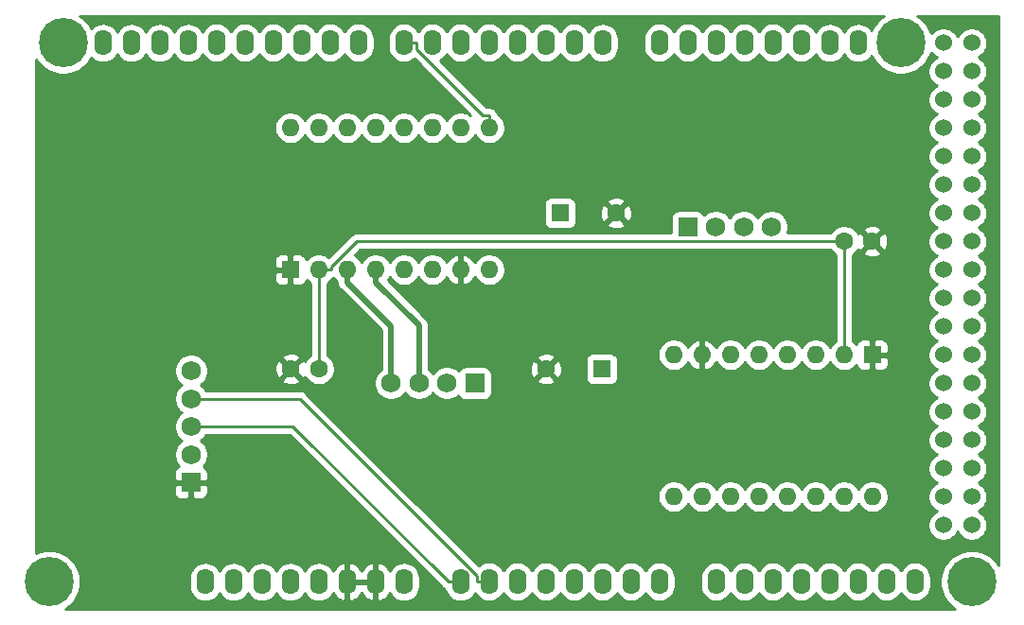
<source format=gbr>
G04 #@! TF.GenerationSoftware,KiCad,Pcbnew,5.1.5-52549c5~84~ubuntu16.04.1*
G04 #@! TF.CreationDate,2019-12-28T00:04:07+01:00*
G04 #@! TF.ProjectId,schema,73636865-6d61-42e6-9b69-6361645f7063,rev?*
G04 #@! TF.SameCoordinates,Original*
G04 #@! TF.FileFunction,Copper,L1,Top*
G04 #@! TF.FilePolarity,Positive*
%FSLAX46Y46*%
G04 Gerber Fmt 4.6, Leading zero omitted, Abs format (unit mm)*
G04 Created by KiCad (PCBNEW 5.1.5-52549c5~84~ubuntu16.04.1) date 2019-12-28 00:04:07*
%MOMM*%
%LPD*%
G04 APERTURE LIST*
%ADD10C,1.600000*%
%ADD11R,1.600000X1.600000*%
%ADD12C,4.400000*%
%ADD13R,1.750000X1.750000*%
%ADD14C,1.750000*%
%ADD15O,1.600000X1.600000*%
%ADD16O,1.574800X2.286000*%
%ADD17C,1.524000*%
%ADD18C,0.250000*%
%ADD19C,0.508000*%
%ADD20C,0.254000*%
G04 APERTURE END LIST*
D10*
X144700000Y-81280000D03*
D11*
X139700000Y-81280000D03*
D10*
X138430000Y-95250000D03*
D11*
X143430000Y-95250000D03*
D12*
X176530000Y-114300000D03*
X170180000Y-66040000D03*
X93980000Y-114300000D03*
X95250000Y-66040000D03*
D13*
X106680000Y-105410000D03*
D14*
X106680000Y-102910000D03*
X106680000Y-100410000D03*
X106680000Y-97910000D03*
X106680000Y-95410000D03*
D13*
X132080000Y-96520000D03*
D14*
X129580000Y-96520000D03*
X127080000Y-96520000D03*
X124580000Y-96520000D03*
D13*
X151130000Y-82550000D03*
D14*
X153630000Y-82550000D03*
X156130000Y-82550000D03*
X158630000Y-82550000D03*
D10*
X118110000Y-95250000D03*
X115610000Y-95250000D03*
X165100000Y-83820000D03*
X167600000Y-83820000D03*
D11*
X115570000Y-86360000D03*
D15*
X133350000Y-73660000D03*
X118110000Y-86360000D03*
X130810000Y-73660000D03*
X120650000Y-86360000D03*
X128270000Y-73660000D03*
X123190000Y-86360000D03*
X125730000Y-73660000D03*
X125730000Y-86360000D03*
X123190000Y-73660000D03*
X128270000Y-86360000D03*
X120650000Y-73660000D03*
X130810000Y-86360000D03*
X118110000Y-73660000D03*
X133350000Y-86360000D03*
X115570000Y-73660000D03*
D11*
X167640000Y-93980000D03*
D15*
X149860000Y-106680000D03*
X165100000Y-93980000D03*
X152400000Y-106680000D03*
X162560000Y-93980000D03*
X154940000Y-106680000D03*
X160020000Y-93980000D03*
X157480000Y-106680000D03*
X157480000Y-93980000D03*
X160020000Y-106680000D03*
X154940000Y-93980000D03*
X162560000Y-106680000D03*
X152400000Y-93980000D03*
X165100000Y-106680000D03*
X149860000Y-93980000D03*
X167640000Y-106680000D03*
D16*
X161290000Y-66040000D03*
X158750000Y-66040000D03*
X156210000Y-66040000D03*
X153670000Y-66040000D03*
X151130000Y-66040000D03*
X148590000Y-66040000D03*
X108966000Y-66040000D03*
X111506000Y-66040000D03*
X114046000Y-66040000D03*
X116586000Y-66040000D03*
X119126000Y-66040000D03*
X121666000Y-66040000D03*
X125730000Y-66040000D03*
X128270000Y-66040000D03*
X130810000Y-66040000D03*
X133350000Y-66040000D03*
X135890000Y-66040000D03*
X138430000Y-66040000D03*
X140970000Y-66040000D03*
X171450000Y-114300000D03*
X168910000Y-114300000D03*
X166370000Y-114300000D03*
X163830000Y-114300000D03*
X161290000Y-114300000D03*
X158750000Y-114300000D03*
X156210000Y-114300000D03*
X153670000Y-114300000D03*
X148590000Y-114300000D03*
X146050000Y-114300000D03*
X143510000Y-114300000D03*
X140970000Y-114300000D03*
X138430000Y-114300000D03*
X135890000Y-114300000D03*
X133350000Y-114300000D03*
X98806000Y-66052700D03*
X101346000Y-66052700D03*
X103886000Y-66052700D03*
X106426000Y-66052700D03*
X143510000Y-66052700D03*
X163830000Y-66052700D03*
X166370000Y-66052700D03*
D17*
X176530000Y-66052700D03*
X173990000Y-66052700D03*
X176530000Y-101612700D03*
X173990000Y-101612700D03*
X176530000Y-99072700D03*
X173990000Y-99072700D03*
X176530000Y-96532700D03*
X173990000Y-96532700D03*
X176530000Y-93992700D03*
X173990000Y-93992700D03*
X176530000Y-91452700D03*
X173990000Y-91452700D03*
X176530000Y-88912700D03*
X173990000Y-88912700D03*
X176530000Y-86372700D03*
X173990000Y-86372700D03*
X176530000Y-83832700D03*
X173990000Y-83832700D03*
X176530000Y-81292700D03*
X173990000Y-81292700D03*
X176530000Y-78752700D03*
X173990000Y-78752700D03*
X176530000Y-76212700D03*
X173990000Y-76212700D03*
X176530000Y-73672700D03*
X173990000Y-73672700D03*
X176530000Y-71132700D03*
X173990000Y-71132700D03*
X176530000Y-68592700D03*
X173990000Y-68592700D03*
X176530000Y-106692700D03*
X173990000Y-106692700D03*
X176530000Y-104152700D03*
X173990000Y-104152700D03*
X176530000Y-109232700D03*
X173990000Y-109232700D03*
D16*
X130810000Y-114312700D03*
X125730000Y-114312700D03*
X123190000Y-114312700D03*
X120650000Y-114312700D03*
X118110000Y-114312700D03*
X115570000Y-114312700D03*
X113030000Y-114312700D03*
X110490000Y-114312700D03*
X107950000Y-114312700D03*
D18*
X133350000Y-73660000D02*
X133350000Y-72534700D01*
X125730000Y-66040000D02*
X126842700Y-66040000D01*
X126842700Y-66040000D02*
X126842700Y-66596400D01*
X126842700Y-66596400D02*
X132781000Y-72534700D01*
X132781000Y-72534700D02*
X133350000Y-72534700D01*
D19*
X120650000Y-86360000D02*
X120650000Y-87485300D01*
X120650000Y-87485300D02*
X124580000Y-91415300D01*
X124580000Y-91415300D02*
X124580000Y-96520000D01*
X123190000Y-86360000D02*
X123190000Y-87485300D01*
X123190000Y-87485300D02*
X127080000Y-91375300D01*
X127080000Y-91375300D02*
X127080000Y-96520000D01*
D18*
X118110000Y-95250000D02*
X118110000Y-87485300D01*
X118110000Y-86360000D02*
X118110000Y-87485300D01*
X165100000Y-83820000D02*
X165100000Y-93980000D01*
X165100000Y-83820000D02*
X121494000Y-83820000D01*
X121494000Y-83820000D02*
X119235300Y-86078700D01*
X119235300Y-86078700D02*
X119235300Y-86360000D01*
X118110000Y-86360000D02*
X119235300Y-86360000D01*
X130810000Y-114312700D02*
X129697300Y-114312700D01*
X129697300Y-114312700D02*
X115794600Y-100410000D01*
X115794600Y-100410000D02*
X106680000Y-100410000D01*
X133350000Y-114300000D02*
X132237300Y-114300000D01*
X132237300Y-114300000D02*
X132237300Y-113743700D01*
X132237300Y-113743700D02*
X116403600Y-97910000D01*
X116403600Y-97910000D02*
X106680000Y-97910000D01*
D20*
G36*
X168372793Y-63837912D02*
G01*
X167977912Y-64232793D01*
X167667656Y-64697124D01*
X167571904Y-64928289D01*
X167558405Y-64903033D01*
X167380654Y-64686445D01*
X167164066Y-64508695D01*
X166916962Y-64376616D01*
X166648838Y-64295281D01*
X166370000Y-64267818D01*
X166091161Y-64295281D01*
X165823037Y-64376616D01*
X165575933Y-64508695D01*
X165359345Y-64686446D01*
X165181595Y-64903034D01*
X165100000Y-65055688D01*
X165018405Y-64903033D01*
X164840654Y-64686445D01*
X164624066Y-64508695D01*
X164376962Y-64376616D01*
X164108838Y-64295281D01*
X163830000Y-64267818D01*
X163551161Y-64295281D01*
X163283037Y-64376616D01*
X163035933Y-64508695D01*
X162819345Y-64686446D01*
X162641595Y-64903034D01*
X162563394Y-65049338D01*
X162478405Y-64890333D01*
X162300654Y-64673745D01*
X162084066Y-64495995D01*
X161836962Y-64363916D01*
X161568838Y-64282581D01*
X161290000Y-64255118D01*
X161011161Y-64282581D01*
X160743037Y-64363916D01*
X160495933Y-64495995D01*
X160279345Y-64673746D01*
X160101595Y-64890334D01*
X160020000Y-65042988D01*
X159938405Y-64890333D01*
X159760654Y-64673745D01*
X159544066Y-64495995D01*
X159296962Y-64363916D01*
X159028838Y-64282581D01*
X158750000Y-64255118D01*
X158471161Y-64282581D01*
X158203037Y-64363916D01*
X157955933Y-64495995D01*
X157739345Y-64673746D01*
X157561595Y-64890334D01*
X157480000Y-65042988D01*
X157398405Y-64890333D01*
X157220654Y-64673745D01*
X157004066Y-64495995D01*
X156756962Y-64363916D01*
X156488838Y-64282581D01*
X156210000Y-64255118D01*
X155931161Y-64282581D01*
X155663037Y-64363916D01*
X155415933Y-64495995D01*
X155199345Y-64673746D01*
X155021595Y-64890334D01*
X154940000Y-65042988D01*
X154858405Y-64890333D01*
X154680654Y-64673745D01*
X154464066Y-64495995D01*
X154216962Y-64363916D01*
X153948838Y-64282581D01*
X153670000Y-64255118D01*
X153391161Y-64282581D01*
X153123037Y-64363916D01*
X152875933Y-64495995D01*
X152659345Y-64673746D01*
X152481595Y-64890334D01*
X152400000Y-65042988D01*
X152318405Y-64890333D01*
X152140654Y-64673745D01*
X151924066Y-64495995D01*
X151676962Y-64363916D01*
X151408838Y-64282581D01*
X151130000Y-64255118D01*
X150851161Y-64282581D01*
X150583037Y-64363916D01*
X150335933Y-64495995D01*
X150119345Y-64673746D01*
X149941595Y-64890334D01*
X149860000Y-65042988D01*
X149778405Y-64890333D01*
X149600654Y-64673745D01*
X149384066Y-64495995D01*
X149136962Y-64363916D01*
X148868838Y-64282581D01*
X148590000Y-64255118D01*
X148311161Y-64282581D01*
X148043037Y-64363916D01*
X147795933Y-64495995D01*
X147579345Y-64673746D01*
X147401595Y-64890334D01*
X147269516Y-65137438D01*
X147188181Y-65405562D01*
X147167600Y-65614526D01*
X147167600Y-66465475D01*
X147188181Y-66674439D01*
X147269516Y-66942563D01*
X147401595Y-67189667D01*
X147579346Y-67406255D01*
X147795934Y-67584005D01*
X148043038Y-67716084D01*
X148311162Y-67797419D01*
X148590000Y-67824882D01*
X148868839Y-67797419D01*
X149136963Y-67716084D01*
X149384067Y-67584005D01*
X149600655Y-67406255D01*
X149778405Y-67189667D01*
X149860000Y-67037013D01*
X149941595Y-67189667D01*
X150119346Y-67406255D01*
X150335934Y-67584005D01*
X150583038Y-67716084D01*
X150851162Y-67797419D01*
X151130000Y-67824882D01*
X151408839Y-67797419D01*
X151676963Y-67716084D01*
X151924067Y-67584005D01*
X152140655Y-67406255D01*
X152318405Y-67189667D01*
X152400000Y-67037013D01*
X152481595Y-67189667D01*
X152659346Y-67406255D01*
X152875934Y-67584005D01*
X153123038Y-67716084D01*
X153391162Y-67797419D01*
X153670000Y-67824882D01*
X153948839Y-67797419D01*
X154216963Y-67716084D01*
X154464067Y-67584005D01*
X154680655Y-67406255D01*
X154858405Y-67189667D01*
X154940000Y-67037013D01*
X155021595Y-67189667D01*
X155199346Y-67406255D01*
X155415934Y-67584005D01*
X155663038Y-67716084D01*
X155931162Y-67797419D01*
X156210000Y-67824882D01*
X156488839Y-67797419D01*
X156756963Y-67716084D01*
X157004067Y-67584005D01*
X157220655Y-67406255D01*
X157398405Y-67189667D01*
X157480000Y-67037013D01*
X157561595Y-67189667D01*
X157739346Y-67406255D01*
X157955934Y-67584005D01*
X158203038Y-67716084D01*
X158471162Y-67797419D01*
X158750000Y-67824882D01*
X159028839Y-67797419D01*
X159296963Y-67716084D01*
X159544067Y-67584005D01*
X159760655Y-67406255D01*
X159938405Y-67189667D01*
X160020000Y-67037013D01*
X160101595Y-67189667D01*
X160279346Y-67406255D01*
X160495934Y-67584005D01*
X160743038Y-67716084D01*
X161011162Y-67797419D01*
X161290000Y-67824882D01*
X161568839Y-67797419D01*
X161836963Y-67716084D01*
X162084067Y-67584005D01*
X162300655Y-67406255D01*
X162478405Y-67189667D01*
X162556606Y-67043363D01*
X162641595Y-67202367D01*
X162819346Y-67418955D01*
X163035934Y-67596705D01*
X163283038Y-67728784D01*
X163551162Y-67810119D01*
X163830000Y-67837582D01*
X164108839Y-67810119D01*
X164376963Y-67728784D01*
X164624067Y-67596705D01*
X164840655Y-67418955D01*
X165018405Y-67202367D01*
X165100000Y-67049713D01*
X165181595Y-67202367D01*
X165359346Y-67418955D01*
X165575934Y-67596705D01*
X165823038Y-67728784D01*
X166091162Y-67810119D01*
X166370000Y-67837582D01*
X166648839Y-67810119D01*
X166916963Y-67728784D01*
X167164067Y-67596705D01*
X167380655Y-67418955D01*
X167558405Y-67202367D01*
X167577832Y-67166021D01*
X167667656Y-67382876D01*
X167977912Y-67847207D01*
X168372793Y-68242088D01*
X168837124Y-68552344D01*
X169353061Y-68766052D01*
X169900777Y-68875000D01*
X170459223Y-68875000D01*
X171006939Y-68766052D01*
X171522876Y-68552344D01*
X171987207Y-68242088D01*
X172382088Y-67847207D01*
X172692344Y-67382876D01*
X172886095Y-66915121D01*
X172904880Y-66943235D01*
X173099465Y-67137820D01*
X173328273Y-67290705D01*
X173405515Y-67322700D01*
X173328273Y-67354695D01*
X173099465Y-67507580D01*
X172904880Y-67702165D01*
X172751995Y-67930973D01*
X172646686Y-68185210D01*
X172593000Y-68455108D01*
X172593000Y-68730292D01*
X172646686Y-69000190D01*
X172751995Y-69254427D01*
X172904880Y-69483235D01*
X173099465Y-69677820D01*
X173328273Y-69830705D01*
X173405515Y-69862700D01*
X173328273Y-69894695D01*
X173099465Y-70047580D01*
X172904880Y-70242165D01*
X172751995Y-70470973D01*
X172646686Y-70725210D01*
X172593000Y-70995108D01*
X172593000Y-71270292D01*
X172646686Y-71540190D01*
X172751995Y-71794427D01*
X172904880Y-72023235D01*
X173099465Y-72217820D01*
X173328273Y-72370705D01*
X173405515Y-72402700D01*
X173328273Y-72434695D01*
X173099465Y-72587580D01*
X172904880Y-72782165D01*
X172751995Y-73010973D01*
X172646686Y-73265210D01*
X172593000Y-73535108D01*
X172593000Y-73810292D01*
X172646686Y-74080190D01*
X172751995Y-74334427D01*
X172904880Y-74563235D01*
X173099465Y-74757820D01*
X173328273Y-74910705D01*
X173405515Y-74942700D01*
X173328273Y-74974695D01*
X173099465Y-75127580D01*
X172904880Y-75322165D01*
X172751995Y-75550973D01*
X172646686Y-75805210D01*
X172593000Y-76075108D01*
X172593000Y-76350292D01*
X172646686Y-76620190D01*
X172751995Y-76874427D01*
X172904880Y-77103235D01*
X173099465Y-77297820D01*
X173328273Y-77450705D01*
X173405515Y-77482700D01*
X173328273Y-77514695D01*
X173099465Y-77667580D01*
X172904880Y-77862165D01*
X172751995Y-78090973D01*
X172646686Y-78345210D01*
X172593000Y-78615108D01*
X172593000Y-78890292D01*
X172646686Y-79160190D01*
X172751995Y-79414427D01*
X172904880Y-79643235D01*
X173099465Y-79837820D01*
X173328273Y-79990705D01*
X173405515Y-80022700D01*
X173328273Y-80054695D01*
X173099465Y-80207580D01*
X172904880Y-80402165D01*
X172751995Y-80630973D01*
X172646686Y-80885210D01*
X172593000Y-81155108D01*
X172593000Y-81430292D01*
X172646686Y-81700190D01*
X172751995Y-81954427D01*
X172904880Y-82183235D01*
X173099465Y-82377820D01*
X173328273Y-82530705D01*
X173405515Y-82562700D01*
X173328273Y-82594695D01*
X173099465Y-82747580D01*
X172904880Y-82942165D01*
X172751995Y-83170973D01*
X172646686Y-83425210D01*
X172593000Y-83695108D01*
X172593000Y-83970292D01*
X172646686Y-84240190D01*
X172751995Y-84494427D01*
X172904880Y-84723235D01*
X173099465Y-84917820D01*
X173328273Y-85070705D01*
X173405515Y-85102700D01*
X173328273Y-85134695D01*
X173099465Y-85287580D01*
X172904880Y-85482165D01*
X172751995Y-85710973D01*
X172646686Y-85965210D01*
X172593000Y-86235108D01*
X172593000Y-86510292D01*
X172646686Y-86780190D01*
X172751995Y-87034427D01*
X172904880Y-87263235D01*
X173099465Y-87457820D01*
X173328273Y-87610705D01*
X173405515Y-87642700D01*
X173328273Y-87674695D01*
X173099465Y-87827580D01*
X172904880Y-88022165D01*
X172751995Y-88250973D01*
X172646686Y-88505210D01*
X172593000Y-88775108D01*
X172593000Y-89050292D01*
X172646686Y-89320190D01*
X172751995Y-89574427D01*
X172904880Y-89803235D01*
X173099465Y-89997820D01*
X173328273Y-90150705D01*
X173405515Y-90182700D01*
X173328273Y-90214695D01*
X173099465Y-90367580D01*
X172904880Y-90562165D01*
X172751995Y-90790973D01*
X172646686Y-91045210D01*
X172593000Y-91315108D01*
X172593000Y-91590292D01*
X172646686Y-91860190D01*
X172751995Y-92114427D01*
X172904880Y-92343235D01*
X173099465Y-92537820D01*
X173328273Y-92690705D01*
X173405515Y-92722700D01*
X173328273Y-92754695D01*
X173099465Y-92907580D01*
X172904880Y-93102165D01*
X172751995Y-93330973D01*
X172646686Y-93585210D01*
X172593000Y-93855108D01*
X172593000Y-94130292D01*
X172646686Y-94400190D01*
X172751995Y-94654427D01*
X172904880Y-94883235D01*
X173099465Y-95077820D01*
X173328273Y-95230705D01*
X173405515Y-95262700D01*
X173328273Y-95294695D01*
X173099465Y-95447580D01*
X172904880Y-95642165D01*
X172751995Y-95870973D01*
X172646686Y-96125210D01*
X172593000Y-96395108D01*
X172593000Y-96670292D01*
X172646686Y-96940190D01*
X172751995Y-97194427D01*
X172904880Y-97423235D01*
X173099465Y-97617820D01*
X173328273Y-97770705D01*
X173405515Y-97802700D01*
X173328273Y-97834695D01*
X173099465Y-97987580D01*
X172904880Y-98182165D01*
X172751995Y-98410973D01*
X172646686Y-98665210D01*
X172593000Y-98935108D01*
X172593000Y-99210292D01*
X172646686Y-99480190D01*
X172751995Y-99734427D01*
X172904880Y-99963235D01*
X173099465Y-100157820D01*
X173328273Y-100310705D01*
X173405515Y-100342700D01*
X173328273Y-100374695D01*
X173099465Y-100527580D01*
X172904880Y-100722165D01*
X172751995Y-100950973D01*
X172646686Y-101205210D01*
X172593000Y-101475108D01*
X172593000Y-101750292D01*
X172646686Y-102020190D01*
X172751995Y-102274427D01*
X172904880Y-102503235D01*
X173099465Y-102697820D01*
X173328273Y-102850705D01*
X173405515Y-102882700D01*
X173328273Y-102914695D01*
X173099465Y-103067580D01*
X172904880Y-103262165D01*
X172751995Y-103490973D01*
X172646686Y-103745210D01*
X172593000Y-104015108D01*
X172593000Y-104290292D01*
X172646686Y-104560190D01*
X172751995Y-104814427D01*
X172904880Y-105043235D01*
X173099465Y-105237820D01*
X173328273Y-105390705D01*
X173405515Y-105422700D01*
X173328273Y-105454695D01*
X173099465Y-105607580D01*
X172904880Y-105802165D01*
X172751995Y-106030973D01*
X172646686Y-106285210D01*
X172593000Y-106555108D01*
X172593000Y-106830292D01*
X172646686Y-107100190D01*
X172751995Y-107354427D01*
X172904880Y-107583235D01*
X173099465Y-107777820D01*
X173328273Y-107930705D01*
X173405515Y-107962700D01*
X173328273Y-107994695D01*
X173099465Y-108147580D01*
X172904880Y-108342165D01*
X172751995Y-108570973D01*
X172646686Y-108825210D01*
X172593000Y-109095108D01*
X172593000Y-109370292D01*
X172646686Y-109640190D01*
X172751995Y-109894427D01*
X172904880Y-110123235D01*
X173099465Y-110317820D01*
X173328273Y-110470705D01*
X173582510Y-110576014D01*
X173852408Y-110629700D01*
X174127592Y-110629700D01*
X174397490Y-110576014D01*
X174651727Y-110470705D01*
X174880535Y-110317820D01*
X175075120Y-110123235D01*
X175228005Y-109894427D01*
X175260000Y-109817185D01*
X175291995Y-109894427D01*
X175444880Y-110123235D01*
X175639465Y-110317820D01*
X175868273Y-110470705D01*
X176122510Y-110576014D01*
X176392408Y-110629700D01*
X176667592Y-110629700D01*
X176937490Y-110576014D01*
X177191727Y-110470705D01*
X177420535Y-110317820D01*
X177615120Y-110123235D01*
X177768005Y-109894427D01*
X177873314Y-109640190D01*
X177927000Y-109370292D01*
X177927000Y-109095108D01*
X177873314Y-108825210D01*
X177768005Y-108570973D01*
X177615120Y-108342165D01*
X177420535Y-108147580D01*
X177191727Y-107994695D01*
X177114485Y-107962700D01*
X177191727Y-107930705D01*
X177420535Y-107777820D01*
X177615120Y-107583235D01*
X177768005Y-107354427D01*
X177873314Y-107100190D01*
X177927000Y-106830292D01*
X177927000Y-106555108D01*
X177873314Y-106285210D01*
X177768005Y-106030973D01*
X177615120Y-105802165D01*
X177420535Y-105607580D01*
X177191727Y-105454695D01*
X177114485Y-105422700D01*
X177191727Y-105390705D01*
X177420535Y-105237820D01*
X177615120Y-105043235D01*
X177768005Y-104814427D01*
X177873314Y-104560190D01*
X177927000Y-104290292D01*
X177927000Y-104015108D01*
X177873314Y-103745210D01*
X177768005Y-103490973D01*
X177615120Y-103262165D01*
X177420535Y-103067580D01*
X177191727Y-102914695D01*
X177114485Y-102882700D01*
X177191727Y-102850705D01*
X177420535Y-102697820D01*
X177615120Y-102503235D01*
X177768005Y-102274427D01*
X177873314Y-102020190D01*
X177927000Y-101750292D01*
X177927000Y-101475108D01*
X177873314Y-101205210D01*
X177768005Y-100950973D01*
X177615120Y-100722165D01*
X177420535Y-100527580D01*
X177191727Y-100374695D01*
X177114485Y-100342700D01*
X177191727Y-100310705D01*
X177420535Y-100157820D01*
X177615120Y-99963235D01*
X177768005Y-99734427D01*
X177873314Y-99480190D01*
X177927000Y-99210292D01*
X177927000Y-98935108D01*
X177873314Y-98665210D01*
X177768005Y-98410973D01*
X177615120Y-98182165D01*
X177420535Y-97987580D01*
X177191727Y-97834695D01*
X177114485Y-97802700D01*
X177191727Y-97770705D01*
X177420535Y-97617820D01*
X177615120Y-97423235D01*
X177768005Y-97194427D01*
X177873314Y-96940190D01*
X177927000Y-96670292D01*
X177927000Y-96395108D01*
X177873314Y-96125210D01*
X177768005Y-95870973D01*
X177615120Y-95642165D01*
X177420535Y-95447580D01*
X177191727Y-95294695D01*
X177114485Y-95262700D01*
X177191727Y-95230705D01*
X177420535Y-95077820D01*
X177615120Y-94883235D01*
X177768005Y-94654427D01*
X177873314Y-94400190D01*
X177927000Y-94130292D01*
X177927000Y-93855108D01*
X177873314Y-93585210D01*
X177768005Y-93330973D01*
X177615120Y-93102165D01*
X177420535Y-92907580D01*
X177191727Y-92754695D01*
X177114485Y-92722700D01*
X177191727Y-92690705D01*
X177420535Y-92537820D01*
X177615120Y-92343235D01*
X177768005Y-92114427D01*
X177873314Y-91860190D01*
X177927000Y-91590292D01*
X177927000Y-91315108D01*
X177873314Y-91045210D01*
X177768005Y-90790973D01*
X177615120Y-90562165D01*
X177420535Y-90367580D01*
X177191727Y-90214695D01*
X177114485Y-90182700D01*
X177191727Y-90150705D01*
X177420535Y-89997820D01*
X177615120Y-89803235D01*
X177768005Y-89574427D01*
X177873314Y-89320190D01*
X177927000Y-89050292D01*
X177927000Y-88775108D01*
X177873314Y-88505210D01*
X177768005Y-88250973D01*
X177615120Y-88022165D01*
X177420535Y-87827580D01*
X177191727Y-87674695D01*
X177114485Y-87642700D01*
X177191727Y-87610705D01*
X177420535Y-87457820D01*
X177615120Y-87263235D01*
X177768005Y-87034427D01*
X177873314Y-86780190D01*
X177927000Y-86510292D01*
X177927000Y-86235108D01*
X177873314Y-85965210D01*
X177768005Y-85710973D01*
X177615120Y-85482165D01*
X177420535Y-85287580D01*
X177191727Y-85134695D01*
X177114485Y-85102700D01*
X177191727Y-85070705D01*
X177420535Y-84917820D01*
X177615120Y-84723235D01*
X177768005Y-84494427D01*
X177873314Y-84240190D01*
X177927000Y-83970292D01*
X177927000Y-83695108D01*
X177873314Y-83425210D01*
X177768005Y-83170973D01*
X177615120Y-82942165D01*
X177420535Y-82747580D01*
X177191727Y-82594695D01*
X177114485Y-82562700D01*
X177191727Y-82530705D01*
X177420535Y-82377820D01*
X177615120Y-82183235D01*
X177768005Y-81954427D01*
X177873314Y-81700190D01*
X177927000Y-81430292D01*
X177927000Y-81155108D01*
X177873314Y-80885210D01*
X177768005Y-80630973D01*
X177615120Y-80402165D01*
X177420535Y-80207580D01*
X177191727Y-80054695D01*
X177114485Y-80022700D01*
X177191727Y-79990705D01*
X177420535Y-79837820D01*
X177615120Y-79643235D01*
X177768005Y-79414427D01*
X177873314Y-79160190D01*
X177927000Y-78890292D01*
X177927000Y-78615108D01*
X177873314Y-78345210D01*
X177768005Y-78090973D01*
X177615120Y-77862165D01*
X177420535Y-77667580D01*
X177191727Y-77514695D01*
X177114485Y-77482700D01*
X177191727Y-77450705D01*
X177420535Y-77297820D01*
X177615120Y-77103235D01*
X177768005Y-76874427D01*
X177873314Y-76620190D01*
X177927000Y-76350292D01*
X177927000Y-76075108D01*
X177873314Y-75805210D01*
X177768005Y-75550973D01*
X177615120Y-75322165D01*
X177420535Y-75127580D01*
X177191727Y-74974695D01*
X177114485Y-74942700D01*
X177191727Y-74910705D01*
X177420535Y-74757820D01*
X177615120Y-74563235D01*
X177768005Y-74334427D01*
X177873314Y-74080190D01*
X177927000Y-73810292D01*
X177927000Y-73535108D01*
X177873314Y-73265210D01*
X177768005Y-73010973D01*
X177615120Y-72782165D01*
X177420535Y-72587580D01*
X177191727Y-72434695D01*
X177114485Y-72402700D01*
X177191727Y-72370705D01*
X177420535Y-72217820D01*
X177615120Y-72023235D01*
X177768005Y-71794427D01*
X177873314Y-71540190D01*
X177927000Y-71270292D01*
X177927000Y-70995108D01*
X177873314Y-70725210D01*
X177768005Y-70470973D01*
X177615120Y-70242165D01*
X177420535Y-70047580D01*
X177191727Y-69894695D01*
X177114485Y-69862700D01*
X177191727Y-69830705D01*
X177420535Y-69677820D01*
X177615120Y-69483235D01*
X177768005Y-69254427D01*
X177873314Y-69000190D01*
X177927000Y-68730292D01*
X177927000Y-68455108D01*
X177873314Y-68185210D01*
X177768005Y-67930973D01*
X177615120Y-67702165D01*
X177420535Y-67507580D01*
X177191727Y-67354695D01*
X177114485Y-67322700D01*
X177191727Y-67290705D01*
X177420535Y-67137820D01*
X177615120Y-66943235D01*
X177768005Y-66714427D01*
X177873314Y-66460190D01*
X177927000Y-66190292D01*
X177927000Y-65915108D01*
X177873314Y-65645210D01*
X177768005Y-65390973D01*
X177615120Y-65162165D01*
X177420535Y-64967580D01*
X177191727Y-64814695D01*
X176937490Y-64709386D01*
X176667592Y-64655700D01*
X176392408Y-64655700D01*
X176122510Y-64709386D01*
X175868273Y-64814695D01*
X175639465Y-64967580D01*
X175444880Y-65162165D01*
X175291995Y-65390973D01*
X175260000Y-65468215D01*
X175228005Y-65390973D01*
X175075120Y-65162165D01*
X174880535Y-64967580D01*
X174651727Y-64814695D01*
X174397490Y-64709386D01*
X174127592Y-64655700D01*
X173852408Y-64655700D01*
X173582510Y-64709386D01*
X173328273Y-64814695D01*
X173099465Y-64967580D01*
X172904880Y-65162165D01*
X172892589Y-65180559D01*
X172692344Y-64697124D01*
X172382088Y-64232793D01*
X171987207Y-63837912D01*
X171671555Y-63627000D01*
X178943000Y-63627000D01*
X178943000Y-112808445D01*
X178732088Y-112492793D01*
X178337207Y-112097912D01*
X177872876Y-111787656D01*
X177356939Y-111573948D01*
X176809223Y-111465000D01*
X176250777Y-111465000D01*
X175703061Y-111573948D01*
X175187124Y-111787656D01*
X174722793Y-112097912D01*
X174327912Y-112492793D01*
X174017656Y-112957124D01*
X173803948Y-113473061D01*
X173695000Y-114020777D01*
X173695000Y-114579223D01*
X173803948Y-115126939D01*
X174017656Y-115642876D01*
X174327912Y-116107207D01*
X174722793Y-116502088D01*
X175038445Y-116713000D01*
X95471555Y-116713000D01*
X95787207Y-116502088D01*
X96182088Y-116107207D01*
X96492344Y-115642876D01*
X96706052Y-115126939D01*
X96815000Y-114579223D01*
X96815000Y-114020777D01*
X96788435Y-113887226D01*
X106527600Y-113887226D01*
X106527600Y-114738175D01*
X106548181Y-114947139D01*
X106629516Y-115215263D01*
X106761595Y-115462367D01*
X106939346Y-115678955D01*
X107155934Y-115856705D01*
X107403038Y-115988784D01*
X107671162Y-116070119D01*
X107950000Y-116097582D01*
X108228839Y-116070119D01*
X108496963Y-115988784D01*
X108744067Y-115856705D01*
X108960655Y-115678955D01*
X109138405Y-115462367D01*
X109220000Y-115309713D01*
X109301595Y-115462367D01*
X109479346Y-115678955D01*
X109695934Y-115856705D01*
X109943038Y-115988784D01*
X110211162Y-116070119D01*
X110490000Y-116097582D01*
X110768839Y-116070119D01*
X111036963Y-115988784D01*
X111284067Y-115856705D01*
X111500655Y-115678955D01*
X111678405Y-115462367D01*
X111760000Y-115309713D01*
X111841595Y-115462367D01*
X112019346Y-115678955D01*
X112235934Y-115856705D01*
X112483038Y-115988784D01*
X112751162Y-116070119D01*
X113030000Y-116097582D01*
X113308839Y-116070119D01*
X113576963Y-115988784D01*
X113824067Y-115856705D01*
X114040655Y-115678955D01*
X114218405Y-115462367D01*
X114300000Y-115309713D01*
X114381595Y-115462367D01*
X114559346Y-115678955D01*
X114775934Y-115856705D01*
X115023038Y-115988784D01*
X115291162Y-116070119D01*
X115570000Y-116097582D01*
X115848839Y-116070119D01*
X116116963Y-115988784D01*
X116364067Y-115856705D01*
X116580655Y-115678955D01*
X116758405Y-115462367D01*
X116840000Y-115309713D01*
X116921595Y-115462367D01*
X117099346Y-115678955D01*
X117315934Y-115856705D01*
X117563038Y-115988784D01*
X117831162Y-116070119D01*
X118110000Y-116097582D01*
X118388839Y-116070119D01*
X118656963Y-115988784D01*
X118904067Y-115856705D01*
X119120655Y-115678955D01*
X119298405Y-115462367D01*
X119377893Y-115313655D01*
X119384474Y-115329962D01*
X119537875Y-115564140D01*
X119734014Y-115763892D01*
X119965354Y-115921541D01*
X120223004Y-116031028D01*
X120302940Y-116047710D01*
X120523000Y-115925552D01*
X120523000Y-114439700D01*
X120777000Y-114439700D01*
X120777000Y-115925552D01*
X120997060Y-116047710D01*
X121076996Y-116031028D01*
X121334646Y-115921541D01*
X121565986Y-115763892D01*
X121762125Y-115564140D01*
X121915526Y-115329962D01*
X121920000Y-115318876D01*
X121924474Y-115329962D01*
X122077875Y-115564140D01*
X122274014Y-115763892D01*
X122505354Y-115921541D01*
X122763004Y-116031028D01*
X122842940Y-116047710D01*
X123063000Y-115925552D01*
X123063000Y-114439700D01*
X120777000Y-114439700D01*
X120523000Y-114439700D01*
X120503000Y-114439700D01*
X120503000Y-114185700D01*
X120523000Y-114185700D01*
X120523000Y-112699848D01*
X120777000Y-112699848D01*
X120777000Y-114185700D01*
X123063000Y-114185700D01*
X123063000Y-112699848D01*
X123317000Y-112699848D01*
X123317000Y-114185700D01*
X123337000Y-114185700D01*
X123337000Y-114439700D01*
X123317000Y-114439700D01*
X123317000Y-115925552D01*
X123537060Y-116047710D01*
X123616996Y-116031028D01*
X123874646Y-115921541D01*
X124105986Y-115763892D01*
X124302125Y-115564140D01*
X124455526Y-115329962D01*
X124462107Y-115313655D01*
X124541595Y-115462367D01*
X124719346Y-115678955D01*
X124935934Y-115856705D01*
X125183038Y-115988784D01*
X125451162Y-116070119D01*
X125730000Y-116097582D01*
X126008839Y-116070119D01*
X126276963Y-115988784D01*
X126524067Y-115856705D01*
X126740655Y-115678955D01*
X126918405Y-115462367D01*
X127050484Y-115215263D01*
X127131819Y-114947138D01*
X127152400Y-114738174D01*
X127152400Y-113887225D01*
X127131819Y-113678261D01*
X127050484Y-113410137D01*
X126918405Y-113163033D01*
X126740654Y-112946445D01*
X126524066Y-112768695D01*
X126276962Y-112636616D01*
X126008838Y-112555281D01*
X125730000Y-112527818D01*
X125451161Y-112555281D01*
X125183037Y-112636616D01*
X124935933Y-112768695D01*
X124719345Y-112946446D01*
X124541595Y-113163034D01*
X124462107Y-113311746D01*
X124455526Y-113295438D01*
X124302125Y-113061260D01*
X124105986Y-112861508D01*
X123874646Y-112703859D01*
X123616996Y-112594372D01*
X123537060Y-112577690D01*
X123317000Y-112699848D01*
X123063000Y-112699848D01*
X122842940Y-112577690D01*
X122763004Y-112594372D01*
X122505354Y-112703859D01*
X122274014Y-112861508D01*
X122077875Y-113061260D01*
X121924474Y-113295438D01*
X121920000Y-113306524D01*
X121915526Y-113295438D01*
X121762125Y-113061260D01*
X121565986Y-112861508D01*
X121334646Y-112703859D01*
X121076996Y-112594372D01*
X120997060Y-112577690D01*
X120777000Y-112699848D01*
X120523000Y-112699848D01*
X120302940Y-112577690D01*
X120223004Y-112594372D01*
X119965354Y-112703859D01*
X119734014Y-112861508D01*
X119537875Y-113061260D01*
X119384474Y-113295438D01*
X119377893Y-113311745D01*
X119298405Y-113163033D01*
X119120654Y-112946445D01*
X118904066Y-112768695D01*
X118656962Y-112636616D01*
X118388838Y-112555281D01*
X118110000Y-112527818D01*
X117831161Y-112555281D01*
X117563037Y-112636616D01*
X117315933Y-112768695D01*
X117099345Y-112946446D01*
X116921595Y-113163034D01*
X116840000Y-113315688D01*
X116758405Y-113163033D01*
X116580654Y-112946445D01*
X116364066Y-112768695D01*
X116116962Y-112636616D01*
X115848838Y-112555281D01*
X115570000Y-112527818D01*
X115291161Y-112555281D01*
X115023037Y-112636616D01*
X114775933Y-112768695D01*
X114559345Y-112946446D01*
X114381595Y-113163034D01*
X114300000Y-113315688D01*
X114218405Y-113163033D01*
X114040654Y-112946445D01*
X113824066Y-112768695D01*
X113576962Y-112636616D01*
X113308838Y-112555281D01*
X113030000Y-112527818D01*
X112751161Y-112555281D01*
X112483037Y-112636616D01*
X112235933Y-112768695D01*
X112019345Y-112946446D01*
X111841595Y-113163034D01*
X111760000Y-113315688D01*
X111678405Y-113163033D01*
X111500654Y-112946445D01*
X111284066Y-112768695D01*
X111036962Y-112636616D01*
X110768838Y-112555281D01*
X110490000Y-112527818D01*
X110211161Y-112555281D01*
X109943037Y-112636616D01*
X109695933Y-112768695D01*
X109479345Y-112946446D01*
X109301595Y-113163034D01*
X109220000Y-113315688D01*
X109138405Y-113163033D01*
X108960654Y-112946445D01*
X108744066Y-112768695D01*
X108496962Y-112636616D01*
X108228838Y-112555281D01*
X107950000Y-112527818D01*
X107671161Y-112555281D01*
X107403037Y-112636616D01*
X107155933Y-112768695D01*
X106939345Y-112946446D01*
X106761595Y-113163034D01*
X106629516Y-113410138D01*
X106548181Y-113678262D01*
X106527600Y-113887226D01*
X96788435Y-113887226D01*
X96706052Y-113473061D01*
X96492344Y-112957124D01*
X96182088Y-112492793D01*
X95787207Y-112097912D01*
X95322876Y-111787656D01*
X94806939Y-111573948D01*
X94259223Y-111465000D01*
X93700777Y-111465000D01*
X93153061Y-111573948D01*
X92837000Y-111704865D01*
X92837000Y-106285000D01*
X105166928Y-106285000D01*
X105179188Y-106409482D01*
X105215498Y-106529180D01*
X105274463Y-106639494D01*
X105353815Y-106736185D01*
X105450506Y-106815537D01*
X105560820Y-106874502D01*
X105680518Y-106910812D01*
X105805000Y-106923072D01*
X106394250Y-106920000D01*
X106553000Y-106761250D01*
X106553000Y-105537000D01*
X106807000Y-105537000D01*
X106807000Y-106761250D01*
X106965750Y-106920000D01*
X107555000Y-106923072D01*
X107679482Y-106910812D01*
X107799180Y-106874502D01*
X107909494Y-106815537D01*
X108006185Y-106736185D01*
X108085537Y-106639494D01*
X108144502Y-106529180D01*
X108180812Y-106409482D01*
X108193072Y-106285000D01*
X108190000Y-105695750D01*
X108031250Y-105537000D01*
X106807000Y-105537000D01*
X106553000Y-105537000D01*
X105328750Y-105537000D01*
X105170000Y-105695750D01*
X105166928Y-106285000D01*
X92837000Y-106285000D01*
X92837000Y-104535000D01*
X105166928Y-104535000D01*
X105170000Y-105124250D01*
X105328750Y-105283000D01*
X106553000Y-105283000D01*
X106553000Y-105263000D01*
X106807000Y-105263000D01*
X106807000Y-105283000D01*
X108031250Y-105283000D01*
X108190000Y-105124250D01*
X108193072Y-104535000D01*
X108180812Y-104410518D01*
X108144502Y-104290820D01*
X108085537Y-104180506D01*
X108006185Y-104083815D01*
X107909494Y-104004463D01*
X107799180Y-103945498D01*
X107784436Y-103941026D01*
X107852893Y-103872569D01*
X108018144Y-103625253D01*
X108131971Y-103350451D01*
X108190000Y-103058722D01*
X108190000Y-102761278D01*
X108131971Y-102469549D01*
X108018144Y-102194747D01*
X107852893Y-101947431D01*
X107642569Y-101737107D01*
X107527170Y-101660000D01*
X107642569Y-101582893D01*
X107852893Y-101372569D01*
X107988245Y-101170000D01*
X115479799Y-101170000D01*
X129133501Y-114823703D01*
X129157299Y-114852701D01*
X129186297Y-114876499D01*
X129273023Y-114947674D01*
X129381293Y-115005546D01*
X129405053Y-115018246D01*
X129432254Y-115026497D01*
X129489516Y-115215263D01*
X129621595Y-115462367D01*
X129799346Y-115678955D01*
X130015934Y-115856705D01*
X130263038Y-115988784D01*
X130531162Y-116070119D01*
X130810000Y-116097582D01*
X131088839Y-116070119D01*
X131356963Y-115988784D01*
X131604067Y-115856705D01*
X131820655Y-115678955D01*
X131998405Y-115462367D01*
X132083394Y-115303363D01*
X132161595Y-115449667D01*
X132339346Y-115666255D01*
X132555934Y-115844005D01*
X132803038Y-115976084D01*
X133071162Y-116057419D01*
X133350000Y-116084882D01*
X133628839Y-116057419D01*
X133896963Y-115976084D01*
X134144067Y-115844005D01*
X134360655Y-115666255D01*
X134538405Y-115449667D01*
X134620000Y-115297013D01*
X134701595Y-115449667D01*
X134879346Y-115666255D01*
X135095934Y-115844005D01*
X135343038Y-115976084D01*
X135611162Y-116057419D01*
X135890000Y-116084882D01*
X136168839Y-116057419D01*
X136436963Y-115976084D01*
X136684067Y-115844005D01*
X136900655Y-115666255D01*
X137078405Y-115449667D01*
X137160000Y-115297013D01*
X137241595Y-115449667D01*
X137419346Y-115666255D01*
X137635934Y-115844005D01*
X137883038Y-115976084D01*
X138151162Y-116057419D01*
X138430000Y-116084882D01*
X138708839Y-116057419D01*
X138976963Y-115976084D01*
X139224067Y-115844005D01*
X139440655Y-115666255D01*
X139618405Y-115449667D01*
X139700000Y-115297013D01*
X139781595Y-115449667D01*
X139959346Y-115666255D01*
X140175934Y-115844005D01*
X140423038Y-115976084D01*
X140691162Y-116057419D01*
X140970000Y-116084882D01*
X141248839Y-116057419D01*
X141516963Y-115976084D01*
X141764067Y-115844005D01*
X141980655Y-115666255D01*
X142158405Y-115449667D01*
X142240000Y-115297013D01*
X142321595Y-115449667D01*
X142499346Y-115666255D01*
X142715934Y-115844005D01*
X142963038Y-115976084D01*
X143231162Y-116057419D01*
X143510000Y-116084882D01*
X143788839Y-116057419D01*
X144056963Y-115976084D01*
X144304067Y-115844005D01*
X144520655Y-115666255D01*
X144698405Y-115449667D01*
X144780000Y-115297013D01*
X144861595Y-115449667D01*
X145039346Y-115666255D01*
X145255934Y-115844005D01*
X145503038Y-115976084D01*
X145771162Y-116057419D01*
X146050000Y-116084882D01*
X146328839Y-116057419D01*
X146596963Y-115976084D01*
X146844067Y-115844005D01*
X147060655Y-115666255D01*
X147238405Y-115449667D01*
X147320000Y-115297013D01*
X147401595Y-115449667D01*
X147579346Y-115666255D01*
X147795934Y-115844005D01*
X148043038Y-115976084D01*
X148311162Y-116057419D01*
X148590000Y-116084882D01*
X148868839Y-116057419D01*
X149136963Y-115976084D01*
X149384067Y-115844005D01*
X149600655Y-115666255D01*
X149778405Y-115449667D01*
X149910484Y-115202563D01*
X149991819Y-114934438D01*
X150012400Y-114725474D01*
X150012400Y-113874526D01*
X152247600Y-113874526D01*
X152247600Y-114725475D01*
X152268181Y-114934439D01*
X152349516Y-115202563D01*
X152481595Y-115449667D01*
X152659346Y-115666255D01*
X152875934Y-115844005D01*
X153123038Y-115976084D01*
X153391162Y-116057419D01*
X153670000Y-116084882D01*
X153948839Y-116057419D01*
X154216963Y-115976084D01*
X154464067Y-115844005D01*
X154680655Y-115666255D01*
X154858405Y-115449667D01*
X154940000Y-115297013D01*
X155021595Y-115449667D01*
X155199346Y-115666255D01*
X155415934Y-115844005D01*
X155663038Y-115976084D01*
X155931162Y-116057419D01*
X156210000Y-116084882D01*
X156488839Y-116057419D01*
X156756963Y-115976084D01*
X157004067Y-115844005D01*
X157220655Y-115666255D01*
X157398405Y-115449667D01*
X157480000Y-115297013D01*
X157561595Y-115449667D01*
X157739346Y-115666255D01*
X157955934Y-115844005D01*
X158203038Y-115976084D01*
X158471162Y-116057419D01*
X158750000Y-116084882D01*
X159028839Y-116057419D01*
X159296963Y-115976084D01*
X159544067Y-115844005D01*
X159760655Y-115666255D01*
X159938405Y-115449667D01*
X160020000Y-115297013D01*
X160101595Y-115449667D01*
X160279346Y-115666255D01*
X160495934Y-115844005D01*
X160743038Y-115976084D01*
X161011162Y-116057419D01*
X161290000Y-116084882D01*
X161568839Y-116057419D01*
X161836963Y-115976084D01*
X162084067Y-115844005D01*
X162300655Y-115666255D01*
X162478405Y-115449667D01*
X162560000Y-115297013D01*
X162641595Y-115449667D01*
X162819346Y-115666255D01*
X163035934Y-115844005D01*
X163283038Y-115976084D01*
X163551162Y-116057419D01*
X163830000Y-116084882D01*
X164108839Y-116057419D01*
X164376963Y-115976084D01*
X164624067Y-115844005D01*
X164840655Y-115666255D01*
X165018405Y-115449667D01*
X165100000Y-115297013D01*
X165181595Y-115449667D01*
X165359346Y-115666255D01*
X165575934Y-115844005D01*
X165823038Y-115976084D01*
X166091162Y-116057419D01*
X166370000Y-116084882D01*
X166648839Y-116057419D01*
X166916963Y-115976084D01*
X167164067Y-115844005D01*
X167380655Y-115666255D01*
X167558405Y-115449667D01*
X167640000Y-115297013D01*
X167721595Y-115449667D01*
X167899346Y-115666255D01*
X168115934Y-115844005D01*
X168363038Y-115976084D01*
X168631162Y-116057419D01*
X168910000Y-116084882D01*
X169188839Y-116057419D01*
X169456963Y-115976084D01*
X169704067Y-115844005D01*
X169920655Y-115666255D01*
X170098405Y-115449667D01*
X170180000Y-115297013D01*
X170261595Y-115449667D01*
X170439346Y-115666255D01*
X170655934Y-115844005D01*
X170903038Y-115976084D01*
X171171162Y-116057419D01*
X171450000Y-116084882D01*
X171728839Y-116057419D01*
X171996963Y-115976084D01*
X172244067Y-115844005D01*
X172460655Y-115666255D01*
X172638405Y-115449667D01*
X172770484Y-115202563D01*
X172851819Y-114934438D01*
X172872400Y-114725474D01*
X172872400Y-113874525D01*
X172851819Y-113665561D01*
X172770484Y-113397437D01*
X172638405Y-113150333D01*
X172460654Y-112933745D01*
X172244066Y-112755995D01*
X171996962Y-112623916D01*
X171728838Y-112542581D01*
X171450000Y-112515118D01*
X171171161Y-112542581D01*
X170903037Y-112623916D01*
X170655933Y-112755995D01*
X170439345Y-112933746D01*
X170261595Y-113150334D01*
X170180000Y-113302988D01*
X170098405Y-113150333D01*
X169920654Y-112933745D01*
X169704066Y-112755995D01*
X169456962Y-112623916D01*
X169188838Y-112542581D01*
X168910000Y-112515118D01*
X168631161Y-112542581D01*
X168363037Y-112623916D01*
X168115933Y-112755995D01*
X167899345Y-112933746D01*
X167721595Y-113150334D01*
X167640000Y-113302988D01*
X167558405Y-113150333D01*
X167380654Y-112933745D01*
X167164066Y-112755995D01*
X166916962Y-112623916D01*
X166648838Y-112542581D01*
X166370000Y-112515118D01*
X166091161Y-112542581D01*
X165823037Y-112623916D01*
X165575933Y-112755995D01*
X165359345Y-112933746D01*
X165181595Y-113150334D01*
X165100000Y-113302988D01*
X165018405Y-113150333D01*
X164840654Y-112933745D01*
X164624066Y-112755995D01*
X164376962Y-112623916D01*
X164108838Y-112542581D01*
X163830000Y-112515118D01*
X163551161Y-112542581D01*
X163283037Y-112623916D01*
X163035933Y-112755995D01*
X162819345Y-112933746D01*
X162641595Y-113150334D01*
X162560000Y-113302988D01*
X162478405Y-113150333D01*
X162300654Y-112933745D01*
X162084066Y-112755995D01*
X161836962Y-112623916D01*
X161568838Y-112542581D01*
X161290000Y-112515118D01*
X161011161Y-112542581D01*
X160743037Y-112623916D01*
X160495933Y-112755995D01*
X160279345Y-112933746D01*
X160101595Y-113150334D01*
X160020000Y-113302988D01*
X159938405Y-113150333D01*
X159760654Y-112933745D01*
X159544066Y-112755995D01*
X159296962Y-112623916D01*
X159028838Y-112542581D01*
X158750000Y-112515118D01*
X158471161Y-112542581D01*
X158203037Y-112623916D01*
X157955933Y-112755995D01*
X157739345Y-112933746D01*
X157561595Y-113150334D01*
X157480000Y-113302988D01*
X157398405Y-113150333D01*
X157220654Y-112933745D01*
X157004066Y-112755995D01*
X156756962Y-112623916D01*
X156488838Y-112542581D01*
X156210000Y-112515118D01*
X155931161Y-112542581D01*
X155663037Y-112623916D01*
X155415933Y-112755995D01*
X155199345Y-112933746D01*
X155021595Y-113150334D01*
X154940000Y-113302988D01*
X154858405Y-113150333D01*
X154680654Y-112933745D01*
X154464066Y-112755995D01*
X154216962Y-112623916D01*
X153948838Y-112542581D01*
X153670000Y-112515118D01*
X153391161Y-112542581D01*
X153123037Y-112623916D01*
X152875933Y-112755995D01*
X152659345Y-112933746D01*
X152481595Y-113150334D01*
X152349516Y-113397438D01*
X152268181Y-113665562D01*
X152247600Y-113874526D01*
X150012400Y-113874526D01*
X150012400Y-113874525D01*
X149991819Y-113665561D01*
X149910484Y-113397437D01*
X149778405Y-113150333D01*
X149600654Y-112933745D01*
X149384066Y-112755995D01*
X149136962Y-112623916D01*
X148868838Y-112542581D01*
X148590000Y-112515118D01*
X148311161Y-112542581D01*
X148043037Y-112623916D01*
X147795933Y-112755995D01*
X147579345Y-112933746D01*
X147401595Y-113150334D01*
X147320000Y-113302988D01*
X147238405Y-113150333D01*
X147060654Y-112933745D01*
X146844066Y-112755995D01*
X146596962Y-112623916D01*
X146328838Y-112542581D01*
X146050000Y-112515118D01*
X145771161Y-112542581D01*
X145503037Y-112623916D01*
X145255933Y-112755995D01*
X145039345Y-112933746D01*
X144861595Y-113150334D01*
X144780000Y-113302988D01*
X144698405Y-113150333D01*
X144520654Y-112933745D01*
X144304066Y-112755995D01*
X144056962Y-112623916D01*
X143788838Y-112542581D01*
X143510000Y-112515118D01*
X143231161Y-112542581D01*
X142963037Y-112623916D01*
X142715933Y-112755995D01*
X142499345Y-112933746D01*
X142321595Y-113150334D01*
X142240000Y-113302988D01*
X142158405Y-113150333D01*
X141980654Y-112933745D01*
X141764066Y-112755995D01*
X141516962Y-112623916D01*
X141248838Y-112542581D01*
X140970000Y-112515118D01*
X140691161Y-112542581D01*
X140423037Y-112623916D01*
X140175933Y-112755995D01*
X139959345Y-112933746D01*
X139781595Y-113150334D01*
X139700000Y-113302988D01*
X139618405Y-113150333D01*
X139440654Y-112933745D01*
X139224066Y-112755995D01*
X138976962Y-112623916D01*
X138708838Y-112542581D01*
X138430000Y-112515118D01*
X138151161Y-112542581D01*
X137883037Y-112623916D01*
X137635933Y-112755995D01*
X137419345Y-112933746D01*
X137241595Y-113150334D01*
X137160000Y-113302988D01*
X137078405Y-113150333D01*
X136900654Y-112933745D01*
X136684066Y-112755995D01*
X136436962Y-112623916D01*
X136168838Y-112542581D01*
X135890000Y-112515118D01*
X135611161Y-112542581D01*
X135343037Y-112623916D01*
X135095933Y-112755995D01*
X134879345Y-112933746D01*
X134701595Y-113150334D01*
X134620000Y-113302988D01*
X134538405Y-113150333D01*
X134360654Y-112933745D01*
X134144066Y-112755995D01*
X133896962Y-112623916D01*
X133628838Y-112542581D01*
X133350000Y-112515118D01*
X133071161Y-112542581D01*
X132803037Y-112623916D01*
X132555933Y-112755995D01*
X132428763Y-112860361D01*
X126107067Y-106538665D01*
X148425000Y-106538665D01*
X148425000Y-106821335D01*
X148480147Y-107098574D01*
X148588320Y-107359727D01*
X148745363Y-107594759D01*
X148945241Y-107794637D01*
X149180273Y-107951680D01*
X149441426Y-108059853D01*
X149718665Y-108115000D01*
X150001335Y-108115000D01*
X150278574Y-108059853D01*
X150539727Y-107951680D01*
X150774759Y-107794637D01*
X150974637Y-107594759D01*
X151130000Y-107362241D01*
X151285363Y-107594759D01*
X151485241Y-107794637D01*
X151720273Y-107951680D01*
X151981426Y-108059853D01*
X152258665Y-108115000D01*
X152541335Y-108115000D01*
X152818574Y-108059853D01*
X153079727Y-107951680D01*
X153314759Y-107794637D01*
X153514637Y-107594759D01*
X153670000Y-107362241D01*
X153825363Y-107594759D01*
X154025241Y-107794637D01*
X154260273Y-107951680D01*
X154521426Y-108059853D01*
X154798665Y-108115000D01*
X155081335Y-108115000D01*
X155358574Y-108059853D01*
X155619727Y-107951680D01*
X155854759Y-107794637D01*
X156054637Y-107594759D01*
X156210000Y-107362241D01*
X156365363Y-107594759D01*
X156565241Y-107794637D01*
X156800273Y-107951680D01*
X157061426Y-108059853D01*
X157338665Y-108115000D01*
X157621335Y-108115000D01*
X157898574Y-108059853D01*
X158159727Y-107951680D01*
X158394759Y-107794637D01*
X158594637Y-107594759D01*
X158750000Y-107362241D01*
X158905363Y-107594759D01*
X159105241Y-107794637D01*
X159340273Y-107951680D01*
X159601426Y-108059853D01*
X159878665Y-108115000D01*
X160161335Y-108115000D01*
X160438574Y-108059853D01*
X160699727Y-107951680D01*
X160934759Y-107794637D01*
X161134637Y-107594759D01*
X161290000Y-107362241D01*
X161445363Y-107594759D01*
X161645241Y-107794637D01*
X161880273Y-107951680D01*
X162141426Y-108059853D01*
X162418665Y-108115000D01*
X162701335Y-108115000D01*
X162978574Y-108059853D01*
X163239727Y-107951680D01*
X163474759Y-107794637D01*
X163674637Y-107594759D01*
X163830000Y-107362241D01*
X163985363Y-107594759D01*
X164185241Y-107794637D01*
X164420273Y-107951680D01*
X164681426Y-108059853D01*
X164958665Y-108115000D01*
X165241335Y-108115000D01*
X165518574Y-108059853D01*
X165779727Y-107951680D01*
X166014759Y-107794637D01*
X166214637Y-107594759D01*
X166370000Y-107362241D01*
X166525363Y-107594759D01*
X166725241Y-107794637D01*
X166960273Y-107951680D01*
X167221426Y-108059853D01*
X167498665Y-108115000D01*
X167781335Y-108115000D01*
X168058574Y-108059853D01*
X168319727Y-107951680D01*
X168554759Y-107794637D01*
X168754637Y-107594759D01*
X168911680Y-107359727D01*
X169019853Y-107098574D01*
X169075000Y-106821335D01*
X169075000Y-106538665D01*
X169019853Y-106261426D01*
X168911680Y-106000273D01*
X168754637Y-105765241D01*
X168554759Y-105565363D01*
X168319727Y-105408320D01*
X168058574Y-105300147D01*
X167781335Y-105245000D01*
X167498665Y-105245000D01*
X167221426Y-105300147D01*
X166960273Y-105408320D01*
X166725241Y-105565363D01*
X166525363Y-105765241D01*
X166370000Y-105997759D01*
X166214637Y-105765241D01*
X166014759Y-105565363D01*
X165779727Y-105408320D01*
X165518574Y-105300147D01*
X165241335Y-105245000D01*
X164958665Y-105245000D01*
X164681426Y-105300147D01*
X164420273Y-105408320D01*
X164185241Y-105565363D01*
X163985363Y-105765241D01*
X163830000Y-105997759D01*
X163674637Y-105765241D01*
X163474759Y-105565363D01*
X163239727Y-105408320D01*
X162978574Y-105300147D01*
X162701335Y-105245000D01*
X162418665Y-105245000D01*
X162141426Y-105300147D01*
X161880273Y-105408320D01*
X161645241Y-105565363D01*
X161445363Y-105765241D01*
X161290000Y-105997759D01*
X161134637Y-105765241D01*
X160934759Y-105565363D01*
X160699727Y-105408320D01*
X160438574Y-105300147D01*
X160161335Y-105245000D01*
X159878665Y-105245000D01*
X159601426Y-105300147D01*
X159340273Y-105408320D01*
X159105241Y-105565363D01*
X158905363Y-105765241D01*
X158750000Y-105997759D01*
X158594637Y-105765241D01*
X158394759Y-105565363D01*
X158159727Y-105408320D01*
X157898574Y-105300147D01*
X157621335Y-105245000D01*
X157338665Y-105245000D01*
X157061426Y-105300147D01*
X156800273Y-105408320D01*
X156565241Y-105565363D01*
X156365363Y-105765241D01*
X156210000Y-105997759D01*
X156054637Y-105765241D01*
X155854759Y-105565363D01*
X155619727Y-105408320D01*
X155358574Y-105300147D01*
X155081335Y-105245000D01*
X154798665Y-105245000D01*
X154521426Y-105300147D01*
X154260273Y-105408320D01*
X154025241Y-105565363D01*
X153825363Y-105765241D01*
X153670000Y-105997759D01*
X153514637Y-105765241D01*
X153314759Y-105565363D01*
X153079727Y-105408320D01*
X152818574Y-105300147D01*
X152541335Y-105245000D01*
X152258665Y-105245000D01*
X151981426Y-105300147D01*
X151720273Y-105408320D01*
X151485241Y-105565363D01*
X151285363Y-105765241D01*
X151130000Y-105997759D01*
X150974637Y-105765241D01*
X150774759Y-105565363D01*
X150539727Y-105408320D01*
X150278574Y-105300147D01*
X150001335Y-105245000D01*
X149718665Y-105245000D01*
X149441426Y-105300147D01*
X149180273Y-105408320D01*
X148945241Y-105565363D01*
X148745363Y-105765241D01*
X148588320Y-106000273D01*
X148480147Y-106261426D01*
X148425000Y-106538665D01*
X126107067Y-106538665D01*
X116967404Y-97399003D01*
X116943601Y-97369999D01*
X116827876Y-97275026D01*
X116695847Y-97204454D01*
X116552586Y-97160997D01*
X116440933Y-97150000D01*
X116440922Y-97150000D01*
X116403600Y-97146324D01*
X116366278Y-97150000D01*
X107988245Y-97150000D01*
X107852893Y-96947431D01*
X107642569Y-96737107D01*
X107527170Y-96660000D01*
X107642569Y-96582893D01*
X107852893Y-96372569D01*
X107939667Y-96242702D01*
X114796903Y-96242702D01*
X114868486Y-96486671D01*
X115123996Y-96607571D01*
X115398184Y-96676300D01*
X115680512Y-96690217D01*
X115960130Y-96648787D01*
X116226292Y-96553603D01*
X116351514Y-96486671D01*
X116423097Y-96242702D01*
X115610000Y-95429605D01*
X114796903Y-96242702D01*
X107939667Y-96242702D01*
X108018144Y-96125253D01*
X108131971Y-95850451D01*
X108190000Y-95558722D01*
X108190000Y-95320512D01*
X114169783Y-95320512D01*
X114211213Y-95600130D01*
X114306397Y-95866292D01*
X114373329Y-95991514D01*
X114617298Y-96063097D01*
X115430395Y-95250000D01*
X114617298Y-94436903D01*
X114373329Y-94508486D01*
X114252429Y-94763996D01*
X114183700Y-95038184D01*
X114169783Y-95320512D01*
X108190000Y-95320512D01*
X108190000Y-95261278D01*
X108131971Y-94969549D01*
X108018144Y-94694747D01*
X107852893Y-94447431D01*
X107662760Y-94257298D01*
X114796903Y-94257298D01*
X115610000Y-95070395D01*
X116423097Y-94257298D01*
X116351514Y-94013329D01*
X116096004Y-93892429D01*
X115821816Y-93823700D01*
X115539488Y-93809783D01*
X115259870Y-93851213D01*
X114993708Y-93946397D01*
X114868486Y-94013329D01*
X114796903Y-94257298D01*
X107662760Y-94257298D01*
X107642569Y-94237107D01*
X107395253Y-94071856D01*
X107120451Y-93958029D01*
X106828722Y-93900000D01*
X106531278Y-93900000D01*
X106239549Y-93958029D01*
X105964747Y-94071856D01*
X105717431Y-94237107D01*
X105507107Y-94447431D01*
X105341856Y-94694747D01*
X105228029Y-94969549D01*
X105170000Y-95261278D01*
X105170000Y-95558722D01*
X105228029Y-95850451D01*
X105341856Y-96125253D01*
X105507107Y-96372569D01*
X105717431Y-96582893D01*
X105832830Y-96660000D01*
X105717431Y-96737107D01*
X105507107Y-96947431D01*
X105341856Y-97194747D01*
X105228029Y-97469549D01*
X105170000Y-97761278D01*
X105170000Y-98058722D01*
X105228029Y-98350451D01*
X105341856Y-98625253D01*
X105507107Y-98872569D01*
X105717431Y-99082893D01*
X105832830Y-99160000D01*
X105717431Y-99237107D01*
X105507107Y-99447431D01*
X105341856Y-99694747D01*
X105228029Y-99969549D01*
X105170000Y-100261278D01*
X105170000Y-100558722D01*
X105228029Y-100850451D01*
X105341856Y-101125253D01*
X105507107Y-101372569D01*
X105717431Y-101582893D01*
X105832830Y-101660000D01*
X105717431Y-101737107D01*
X105507107Y-101947431D01*
X105341856Y-102194747D01*
X105228029Y-102469549D01*
X105170000Y-102761278D01*
X105170000Y-103058722D01*
X105228029Y-103350451D01*
X105341856Y-103625253D01*
X105507107Y-103872569D01*
X105575564Y-103941026D01*
X105560820Y-103945498D01*
X105450506Y-104004463D01*
X105353815Y-104083815D01*
X105274463Y-104180506D01*
X105215498Y-104290820D01*
X105179188Y-104410518D01*
X105166928Y-104535000D01*
X92837000Y-104535000D01*
X92837000Y-87160000D01*
X114131928Y-87160000D01*
X114144188Y-87284482D01*
X114180498Y-87404180D01*
X114239463Y-87514494D01*
X114318815Y-87611185D01*
X114415506Y-87690537D01*
X114525820Y-87749502D01*
X114645518Y-87785812D01*
X114770000Y-87798072D01*
X115284250Y-87795000D01*
X115443000Y-87636250D01*
X115443000Y-86487000D01*
X114293750Y-86487000D01*
X114135000Y-86645750D01*
X114131928Y-87160000D01*
X92837000Y-87160000D01*
X92837000Y-85560000D01*
X114131928Y-85560000D01*
X114135000Y-86074250D01*
X114293750Y-86233000D01*
X115443000Y-86233000D01*
X115443000Y-85083750D01*
X115697000Y-85083750D01*
X115697000Y-86233000D01*
X115717000Y-86233000D01*
X115717000Y-86487000D01*
X115697000Y-86487000D01*
X115697000Y-87636250D01*
X115855750Y-87795000D01*
X116370000Y-87798072D01*
X116494482Y-87785812D01*
X116614180Y-87749502D01*
X116724494Y-87690537D01*
X116821185Y-87611185D01*
X116900537Y-87514494D01*
X116959502Y-87404180D01*
X116995812Y-87284482D01*
X116996643Y-87276039D01*
X117195241Y-87474637D01*
X117350001Y-87578044D01*
X117350000Y-94031956D01*
X117195241Y-94135363D01*
X116995363Y-94335241D01*
X116861308Y-94535869D01*
X116846671Y-94508486D01*
X116602702Y-94436903D01*
X115789605Y-95250000D01*
X116602702Y-96063097D01*
X116846671Y-95991514D01*
X116860324Y-95962659D01*
X116995363Y-96164759D01*
X117195241Y-96364637D01*
X117430273Y-96521680D01*
X117691426Y-96629853D01*
X117968665Y-96685000D01*
X118251335Y-96685000D01*
X118528574Y-96629853D01*
X118789727Y-96521680D01*
X119024759Y-96364637D01*
X119224637Y-96164759D01*
X119381680Y-95929727D01*
X119489853Y-95668574D01*
X119545000Y-95391335D01*
X119545000Y-95108665D01*
X119489853Y-94831426D01*
X119381680Y-94570273D01*
X119224637Y-94335241D01*
X119024759Y-94135363D01*
X118870000Y-94031957D01*
X118870000Y-87578043D01*
X119024759Y-87474637D01*
X119224637Y-87274759D01*
X119331947Y-87114158D01*
X119384286Y-87109003D01*
X119417813Y-87098833D01*
X119535363Y-87274759D01*
X119735241Y-87474637D01*
X119757087Y-87489234D01*
X119773864Y-87659574D01*
X119824698Y-87827152D01*
X119824927Y-87827580D01*
X119907248Y-87981591D01*
X120018342Y-88116959D01*
X120052259Y-88144794D01*
X123691000Y-91783535D01*
X123691001Y-95297949D01*
X123617431Y-95347107D01*
X123407107Y-95557431D01*
X123241856Y-95804747D01*
X123128029Y-96079549D01*
X123070000Y-96371278D01*
X123070000Y-96668722D01*
X123128029Y-96960451D01*
X123241856Y-97235253D01*
X123407107Y-97482569D01*
X123617431Y-97692893D01*
X123864747Y-97858144D01*
X124139549Y-97971971D01*
X124431278Y-98030000D01*
X124728722Y-98030000D01*
X125020451Y-97971971D01*
X125295253Y-97858144D01*
X125542569Y-97692893D01*
X125752893Y-97482569D01*
X125830000Y-97367170D01*
X125907107Y-97482569D01*
X126117431Y-97692893D01*
X126364747Y-97858144D01*
X126639549Y-97971971D01*
X126931278Y-98030000D01*
X127228722Y-98030000D01*
X127520451Y-97971971D01*
X127795253Y-97858144D01*
X128042569Y-97692893D01*
X128252893Y-97482569D01*
X128330000Y-97367170D01*
X128407107Y-97482569D01*
X128617431Y-97692893D01*
X128864747Y-97858144D01*
X129139549Y-97971971D01*
X129431278Y-98030000D01*
X129728722Y-98030000D01*
X130020451Y-97971971D01*
X130295253Y-97858144D01*
X130542569Y-97692893D01*
X130611026Y-97624436D01*
X130615498Y-97639180D01*
X130674463Y-97749494D01*
X130753815Y-97846185D01*
X130850506Y-97925537D01*
X130960820Y-97984502D01*
X131080518Y-98020812D01*
X131205000Y-98033072D01*
X132955000Y-98033072D01*
X133079482Y-98020812D01*
X133199180Y-97984502D01*
X133309494Y-97925537D01*
X133406185Y-97846185D01*
X133485537Y-97749494D01*
X133544502Y-97639180D01*
X133580812Y-97519482D01*
X133593072Y-97395000D01*
X133593072Y-96242702D01*
X137616903Y-96242702D01*
X137688486Y-96486671D01*
X137943996Y-96607571D01*
X138218184Y-96676300D01*
X138500512Y-96690217D01*
X138780130Y-96648787D01*
X139046292Y-96553603D01*
X139171514Y-96486671D01*
X139243097Y-96242702D01*
X138430000Y-95429605D01*
X137616903Y-96242702D01*
X133593072Y-96242702D01*
X133593072Y-95645000D01*
X133580812Y-95520518D01*
X133544502Y-95400820D01*
X133501576Y-95320512D01*
X136989783Y-95320512D01*
X137031213Y-95600130D01*
X137126397Y-95866292D01*
X137193329Y-95991514D01*
X137437298Y-96063097D01*
X138250395Y-95250000D01*
X138609605Y-95250000D01*
X139422702Y-96063097D01*
X139666671Y-95991514D01*
X139787571Y-95736004D01*
X139856300Y-95461816D01*
X139870217Y-95179488D01*
X139828787Y-94899870D01*
X139733603Y-94633708D01*
X139666671Y-94508486D01*
X139467340Y-94450000D01*
X141991928Y-94450000D01*
X141991928Y-96050000D01*
X142004188Y-96174482D01*
X142040498Y-96294180D01*
X142099463Y-96404494D01*
X142178815Y-96501185D01*
X142275506Y-96580537D01*
X142385820Y-96639502D01*
X142505518Y-96675812D01*
X142630000Y-96688072D01*
X144230000Y-96688072D01*
X144354482Y-96675812D01*
X144474180Y-96639502D01*
X144584494Y-96580537D01*
X144681185Y-96501185D01*
X144760537Y-96404494D01*
X144819502Y-96294180D01*
X144855812Y-96174482D01*
X144868072Y-96050000D01*
X144868072Y-94450000D01*
X144855812Y-94325518D01*
X144819502Y-94205820D01*
X144760537Y-94095506D01*
X144681185Y-93998815D01*
X144584494Y-93919463D01*
X144474180Y-93860498D01*
X144402207Y-93838665D01*
X148425000Y-93838665D01*
X148425000Y-94121335D01*
X148480147Y-94398574D01*
X148588320Y-94659727D01*
X148745363Y-94894759D01*
X148945241Y-95094637D01*
X149180273Y-95251680D01*
X149441426Y-95359853D01*
X149718665Y-95415000D01*
X150001335Y-95415000D01*
X150278574Y-95359853D01*
X150539727Y-95251680D01*
X150774759Y-95094637D01*
X150974637Y-94894759D01*
X151131680Y-94659727D01*
X151136067Y-94649135D01*
X151247615Y-94835131D01*
X151436586Y-95043519D01*
X151662580Y-95211037D01*
X151916913Y-95331246D01*
X152050961Y-95371904D01*
X152273000Y-95249915D01*
X152273000Y-94107000D01*
X152253000Y-94107000D01*
X152253000Y-93853000D01*
X152273000Y-93853000D01*
X152273000Y-92710085D01*
X152050961Y-92588096D01*
X151916913Y-92628754D01*
X151662580Y-92748963D01*
X151436586Y-92916481D01*
X151247615Y-93124869D01*
X151136067Y-93310865D01*
X151131680Y-93300273D01*
X150974637Y-93065241D01*
X150774759Y-92865363D01*
X150539727Y-92708320D01*
X150278574Y-92600147D01*
X150001335Y-92545000D01*
X149718665Y-92545000D01*
X149441426Y-92600147D01*
X149180273Y-92708320D01*
X148945241Y-92865363D01*
X148745363Y-93065241D01*
X148588320Y-93300273D01*
X148480147Y-93561426D01*
X148425000Y-93838665D01*
X144402207Y-93838665D01*
X144354482Y-93824188D01*
X144230000Y-93811928D01*
X142630000Y-93811928D01*
X142505518Y-93824188D01*
X142385820Y-93860498D01*
X142275506Y-93919463D01*
X142178815Y-93998815D01*
X142099463Y-94095506D01*
X142040498Y-94205820D01*
X142004188Y-94325518D01*
X141991928Y-94450000D01*
X139467340Y-94450000D01*
X139422702Y-94436903D01*
X138609605Y-95250000D01*
X138250395Y-95250000D01*
X137437298Y-94436903D01*
X137193329Y-94508486D01*
X137072429Y-94763996D01*
X137003700Y-95038184D01*
X136989783Y-95320512D01*
X133501576Y-95320512D01*
X133485537Y-95290506D01*
X133406185Y-95193815D01*
X133309494Y-95114463D01*
X133199180Y-95055498D01*
X133079482Y-95019188D01*
X132955000Y-95006928D01*
X131205000Y-95006928D01*
X131080518Y-95019188D01*
X130960820Y-95055498D01*
X130850506Y-95114463D01*
X130753815Y-95193815D01*
X130674463Y-95290506D01*
X130615498Y-95400820D01*
X130611026Y-95415564D01*
X130542569Y-95347107D01*
X130295253Y-95181856D01*
X130020451Y-95068029D01*
X129728722Y-95010000D01*
X129431278Y-95010000D01*
X129139549Y-95068029D01*
X128864747Y-95181856D01*
X128617431Y-95347107D01*
X128407107Y-95557431D01*
X128330000Y-95672830D01*
X128252893Y-95557431D01*
X128042569Y-95347107D01*
X127969000Y-95297950D01*
X127969000Y-94257298D01*
X137616903Y-94257298D01*
X138430000Y-95070395D01*
X139243097Y-94257298D01*
X139171514Y-94013329D01*
X138916004Y-93892429D01*
X138641816Y-93823700D01*
X138359488Y-93809783D01*
X138079870Y-93851213D01*
X137813708Y-93946397D01*
X137688486Y-94013329D01*
X137616903Y-94257298D01*
X127969000Y-94257298D01*
X127969000Y-91418960D01*
X127973300Y-91375300D01*
X127969000Y-91331640D01*
X127969000Y-91331633D01*
X127956136Y-91201026D01*
X127905303Y-91033449D01*
X127822753Y-90879009D01*
X127772322Y-90817559D01*
X127739495Y-90777559D01*
X127739494Y-90777558D01*
X127711659Y-90743641D01*
X127677743Y-90715807D01*
X124270666Y-87308730D01*
X124304637Y-87274759D01*
X124460000Y-87042241D01*
X124615363Y-87274759D01*
X124815241Y-87474637D01*
X125050273Y-87631680D01*
X125311426Y-87739853D01*
X125588665Y-87795000D01*
X125871335Y-87795000D01*
X126148574Y-87739853D01*
X126409727Y-87631680D01*
X126644759Y-87474637D01*
X126844637Y-87274759D01*
X127000000Y-87042241D01*
X127155363Y-87274759D01*
X127355241Y-87474637D01*
X127590273Y-87631680D01*
X127851426Y-87739853D01*
X128128665Y-87795000D01*
X128411335Y-87795000D01*
X128688574Y-87739853D01*
X128949727Y-87631680D01*
X129184759Y-87474637D01*
X129384637Y-87274759D01*
X129541680Y-87039727D01*
X129546067Y-87029135D01*
X129657615Y-87215131D01*
X129846586Y-87423519D01*
X130072580Y-87591037D01*
X130326913Y-87711246D01*
X130460961Y-87751904D01*
X130683000Y-87629915D01*
X130683000Y-86487000D01*
X130663000Y-86487000D01*
X130663000Y-86233000D01*
X130683000Y-86233000D01*
X130683000Y-85090085D01*
X130937000Y-85090085D01*
X130937000Y-86233000D01*
X130957000Y-86233000D01*
X130957000Y-86487000D01*
X130937000Y-86487000D01*
X130937000Y-87629915D01*
X131159039Y-87751904D01*
X131293087Y-87711246D01*
X131547420Y-87591037D01*
X131773414Y-87423519D01*
X131962385Y-87215131D01*
X132073933Y-87029135D01*
X132078320Y-87039727D01*
X132235363Y-87274759D01*
X132435241Y-87474637D01*
X132670273Y-87631680D01*
X132931426Y-87739853D01*
X133208665Y-87795000D01*
X133491335Y-87795000D01*
X133768574Y-87739853D01*
X134029727Y-87631680D01*
X134264759Y-87474637D01*
X134464637Y-87274759D01*
X134621680Y-87039727D01*
X134729853Y-86778574D01*
X134785000Y-86501335D01*
X134785000Y-86218665D01*
X134729853Y-85941426D01*
X134621680Y-85680273D01*
X134464637Y-85445241D01*
X134264759Y-85245363D01*
X134029727Y-85088320D01*
X133768574Y-84980147D01*
X133491335Y-84925000D01*
X133208665Y-84925000D01*
X132931426Y-84980147D01*
X132670273Y-85088320D01*
X132435241Y-85245363D01*
X132235363Y-85445241D01*
X132078320Y-85680273D01*
X132073933Y-85690865D01*
X131962385Y-85504869D01*
X131773414Y-85296481D01*
X131547420Y-85128963D01*
X131293087Y-85008754D01*
X131159039Y-84968096D01*
X130937000Y-85090085D01*
X130683000Y-85090085D01*
X130460961Y-84968096D01*
X130326913Y-85008754D01*
X130072580Y-85128963D01*
X129846586Y-85296481D01*
X129657615Y-85504869D01*
X129546067Y-85690865D01*
X129541680Y-85680273D01*
X129384637Y-85445241D01*
X129184759Y-85245363D01*
X128949727Y-85088320D01*
X128688574Y-84980147D01*
X128411335Y-84925000D01*
X128128665Y-84925000D01*
X127851426Y-84980147D01*
X127590273Y-85088320D01*
X127355241Y-85245363D01*
X127155363Y-85445241D01*
X127000000Y-85677759D01*
X126844637Y-85445241D01*
X126644759Y-85245363D01*
X126409727Y-85088320D01*
X126148574Y-84980147D01*
X125871335Y-84925000D01*
X125588665Y-84925000D01*
X125311426Y-84980147D01*
X125050273Y-85088320D01*
X124815241Y-85245363D01*
X124615363Y-85445241D01*
X124460000Y-85677759D01*
X124304637Y-85445241D01*
X124104759Y-85245363D01*
X123869727Y-85088320D01*
X123608574Y-84980147D01*
X123331335Y-84925000D01*
X123048665Y-84925000D01*
X122771426Y-84980147D01*
X122510273Y-85088320D01*
X122275241Y-85245363D01*
X122075363Y-85445241D01*
X121920000Y-85677759D01*
X121764637Y-85445241D01*
X121564759Y-85245363D01*
X121329727Y-85088320D01*
X121309047Y-85079754D01*
X121808802Y-84580000D01*
X163881957Y-84580000D01*
X163985363Y-84734759D01*
X164185241Y-84934637D01*
X164340000Y-85038044D01*
X164340001Y-92761956D01*
X164185241Y-92865363D01*
X163985363Y-93065241D01*
X163830000Y-93297759D01*
X163674637Y-93065241D01*
X163474759Y-92865363D01*
X163239727Y-92708320D01*
X162978574Y-92600147D01*
X162701335Y-92545000D01*
X162418665Y-92545000D01*
X162141426Y-92600147D01*
X161880273Y-92708320D01*
X161645241Y-92865363D01*
X161445363Y-93065241D01*
X161290000Y-93297759D01*
X161134637Y-93065241D01*
X160934759Y-92865363D01*
X160699727Y-92708320D01*
X160438574Y-92600147D01*
X160161335Y-92545000D01*
X159878665Y-92545000D01*
X159601426Y-92600147D01*
X159340273Y-92708320D01*
X159105241Y-92865363D01*
X158905363Y-93065241D01*
X158750000Y-93297759D01*
X158594637Y-93065241D01*
X158394759Y-92865363D01*
X158159727Y-92708320D01*
X157898574Y-92600147D01*
X157621335Y-92545000D01*
X157338665Y-92545000D01*
X157061426Y-92600147D01*
X156800273Y-92708320D01*
X156565241Y-92865363D01*
X156365363Y-93065241D01*
X156210000Y-93297759D01*
X156054637Y-93065241D01*
X155854759Y-92865363D01*
X155619727Y-92708320D01*
X155358574Y-92600147D01*
X155081335Y-92545000D01*
X154798665Y-92545000D01*
X154521426Y-92600147D01*
X154260273Y-92708320D01*
X154025241Y-92865363D01*
X153825363Y-93065241D01*
X153668320Y-93300273D01*
X153663933Y-93310865D01*
X153552385Y-93124869D01*
X153363414Y-92916481D01*
X153137420Y-92748963D01*
X152883087Y-92628754D01*
X152749039Y-92588096D01*
X152527000Y-92710085D01*
X152527000Y-93853000D01*
X152547000Y-93853000D01*
X152547000Y-94107000D01*
X152527000Y-94107000D01*
X152527000Y-95249915D01*
X152749039Y-95371904D01*
X152883087Y-95331246D01*
X153137420Y-95211037D01*
X153363414Y-95043519D01*
X153552385Y-94835131D01*
X153663933Y-94649135D01*
X153668320Y-94659727D01*
X153825363Y-94894759D01*
X154025241Y-95094637D01*
X154260273Y-95251680D01*
X154521426Y-95359853D01*
X154798665Y-95415000D01*
X155081335Y-95415000D01*
X155358574Y-95359853D01*
X155619727Y-95251680D01*
X155854759Y-95094637D01*
X156054637Y-94894759D01*
X156210000Y-94662241D01*
X156365363Y-94894759D01*
X156565241Y-95094637D01*
X156800273Y-95251680D01*
X157061426Y-95359853D01*
X157338665Y-95415000D01*
X157621335Y-95415000D01*
X157898574Y-95359853D01*
X158159727Y-95251680D01*
X158394759Y-95094637D01*
X158594637Y-94894759D01*
X158750000Y-94662241D01*
X158905363Y-94894759D01*
X159105241Y-95094637D01*
X159340273Y-95251680D01*
X159601426Y-95359853D01*
X159878665Y-95415000D01*
X160161335Y-95415000D01*
X160438574Y-95359853D01*
X160699727Y-95251680D01*
X160934759Y-95094637D01*
X161134637Y-94894759D01*
X161290000Y-94662241D01*
X161445363Y-94894759D01*
X161645241Y-95094637D01*
X161880273Y-95251680D01*
X162141426Y-95359853D01*
X162418665Y-95415000D01*
X162701335Y-95415000D01*
X162978574Y-95359853D01*
X163239727Y-95251680D01*
X163474759Y-95094637D01*
X163674637Y-94894759D01*
X163830000Y-94662241D01*
X163985363Y-94894759D01*
X164185241Y-95094637D01*
X164420273Y-95251680D01*
X164681426Y-95359853D01*
X164958665Y-95415000D01*
X165241335Y-95415000D01*
X165518574Y-95359853D01*
X165779727Y-95251680D01*
X166014759Y-95094637D01*
X166213357Y-94896039D01*
X166214188Y-94904482D01*
X166250498Y-95024180D01*
X166309463Y-95134494D01*
X166388815Y-95231185D01*
X166485506Y-95310537D01*
X166595820Y-95369502D01*
X166715518Y-95405812D01*
X166840000Y-95418072D01*
X167354250Y-95415000D01*
X167513000Y-95256250D01*
X167513000Y-94107000D01*
X167767000Y-94107000D01*
X167767000Y-95256250D01*
X167925750Y-95415000D01*
X168440000Y-95418072D01*
X168564482Y-95405812D01*
X168684180Y-95369502D01*
X168794494Y-95310537D01*
X168891185Y-95231185D01*
X168970537Y-95134494D01*
X169029502Y-95024180D01*
X169065812Y-94904482D01*
X169078072Y-94780000D01*
X169075000Y-94265750D01*
X168916250Y-94107000D01*
X167767000Y-94107000D01*
X167513000Y-94107000D01*
X167493000Y-94107000D01*
X167493000Y-93853000D01*
X167513000Y-93853000D01*
X167513000Y-92703750D01*
X167767000Y-92703750D01*
X167767000Y-93853000D01*
X168916250Y-93853000D01*
X169075000Y-93694250D01*
X169078072Y-93180000D01*
X169065812Y-93055518D01*
X169029502Y-92935820D01*
X168970537Y-92825506D01*
X168891185Y-92728815D01*
X168794494Y-92649463D01*
X168684180Y-92590498D01*
X168564482Y-92554188D01*
X168440000Y-92541928D01*
X167925750Y-92545000D01*
X167767000Y-92703750D01*
X167513000Y-92703750D01*
X167354250Y-92545000D01*
X166840000Y-92541928D01*
X166715518Y-92554188D01*
X166595820Y-92590498D01*
X166485506Y-92649463D01*
X166388815Y-92728815D01*
X166309463Y-92825506D01*
X166250498Y-92935820D01*
X166214188Y-93055518D01*
X166213357Y-93063961D01*
X166014759Y-92865363D01*
X165860000Y-92761957D01*
X165860000Y-85038043D01*
X166014759Y-84934637D01*
X166136694Y-84812702D01*
X166786903Y-84812702D01*
X166858486Y-85056671D01*
X167113996Y-85177571D01*
X167388184Y-85246300D01*
X167670512Y-85260217D01*
X167950130Y-85218787D01*
X168216292Y-85123603D01*
X168341514Y-85056671D01*
X168413097Y-84812702D01*
X167600000Y-83999605D01*
X166786903Y-84812702D01*
X166136694Y-84812702D01*
X166214637Y-84734759D01*
X166348692Y-84534131D01*
X166363329Y-84561514D01*
X166607298Y-84633097D01*
X167420395Y-83820000D01*
X167779605Y-83820000D01*
X168592702Y-84633097D01*
X168836671Y-84561514D01*
X168957571Y-84306004D01*
X169026300Y-84031816D01*
X169040217Y-83749488D01*
X168998787Y-83469870D01*
X168903603Y-83203708D01*
X168836671Y-83078486D01*
X168592702Y-83006903D01*
X167779605Y-83820000D01*
X167420395Y-83820000D01*
X166607298Y-83006903D01*
X166363329Y-83078486D01*
X166349676Y-83107341D01*
X166214637Y-82905241D01*
X166136694Y-82827298D01*
X166786903Y-82827298D01*
X167600000Y-83640395D01*
X168413097Y-82827298D01*
X168341514Y-82583329D01*
X168086004Y-82462429D01*
X167811816Y-82393700D01*
X167529488Y-82379783D01*
X167249870Y-82421213D01*
X166983708Y-82516397D01*
X166858486Y-82583329D01*
X166786903Y-82827298D01*
X166136694Y-82827298D01*
X166014759Y-82705363D01*
X165779727Y-82548320D01*
X165518574Y-82440147D01*
X165241335Y-82385000D01*
X164958665Y-82385000D01*
X164681426Y-82440147D01*
X164420273Y-82548320D01*
X164185241Y-82705363D01*
X163985363Y-82905241D01*
X163881957Y-83060000D01*
X160053163Y-83060000D01*
X160081971Y-82990451D01*
X160140000Y-82698722D01*
X160140000Y-82401278D01*
X160081971Y-82109549D01*
X159968144Y-81834747D01*
X159802893Y-81587431D01*
X159592569Y-81377107D01*
X159345253Y-81211856D01*
X159070451Y-81098029D01*
X158778722Y-81040000D01*
X158481278Y-81040000D01*
X158189549Y-81098029D01*
X157914747Y-81211856D01*
X157667431Y-81377107D01*
X157457107Y-81587431D01*
X157380000Y-81702830D01*
X157302893Y-81587431D01*
X157092569Y-81377107D01*
X156845253Y-81211856D01*
X156570451Y-81098029D01*
X156278722Y-81040000D01*
X155981278Y-81040000D01*
X155689549Y-81098029D01*
X155414747Y-81211856D01*
X155167431Y-81377107D01*
X154957107Y-81587431D01*
X154880000Y-81702830D01*
X154802893Y-81587431D01*
X154592569Y-81377107D01*
X154345253Y-81211856D01*
X154070451Y-81098029D01*
X153778722Y-81040000D01*
X153481278Y-81040000D01*
X153189549Y-81098029D01*
X152914747Y-81211856D01*
X152667431Y-81377107D01*
X152598974Y-81445564D01*
X152594502Y-81430820D01*
X152535537Y-81320506D01*
X152456185Y-81223815D01*
X152359494Y-81144463D01*
X152249180Y-81085498D01*
X152129482Y-81049188D01*
X152005000Y-81036928D01*
X150255000Y-81036928D01*
X150130518Y-81049188D01*
X150010820Y-81085498D01*
X149900506Y-81144463D01*
X149803815Y-81223815D01*
X149724463Y-81320506D01*
X149665498Y-81430820D01*
X149629188Y-81550518D01*
X149616928Y-81675000D01*
X149616928Y-83060000D01*
X121531322Y-83060000D01*
X121493999Y-83056324D01*
X121456676Y-83060000D01*
X121456667Y-83060000D01*
X121345014Y-83070997D01*
X121201753Y-83114454D01*
X121069724Y-83185026D01*
X120953999Y-83279999D01*
X120930201Y-83308997D01*
X119006222Y-85232977D01*
X118789727Y-85088320D01*
X118528574Y-84980147D01*
X118251335Y-84925000D01*
X117968665Y-84925000D01*
X117691426Y-84980147D01*
X117430273Y-85088320D01*
X117195241Y-85245363D01*
X116996643Y-85443961D01*
X116995812Y-85435518D01*
X116959502Y-85315820D01*
X116900537Y-85205506D01*
X116821185Y-85108815D01*
X116724494Y-85029463D01*
X116614180Y-84970498D01*
X116494482Y-84934188D01*
X116370000Y-84921928D01*
X115855750Y-84925000D01*
X115697000Y-85083750D01*
X115443000Y-85083750D01*
X115284250Y-84925000D01*
X114770000Y-84921928D01*
X114645518Y-84934188D01*
X114525820Y-84970498D01*
X114415506Y-85029463D01*
X114318815Y-85108815D01*
X114239463Y-85205506D01*
X114180498Y-85315820D01*
X114144188Y-85435518D01*
X114131928Y-85560000D01*
X92837000Y-85560000D01*
X92837000Y-80480000D01*
X138261928Y-80480000D01*
X138261928Y-82080000D01*
X138274188Y-82204482D01*
X138310498Y-82324180D01*
X138369463Y-82434494D01*
X138448815Y-82531185D01*
X138545506Y-82610537D01*
X138655820Y-82669502D01*
X138775518Y-82705812D01*
X138900000Y-82718072D01*
X140500000Y-82718072D01*
X140624482Y-82705812D01*
X140744180Y-82669502D01*
X140854494Y-82610537D01*
X140951185Y-82531185D01*
X141030537Y-82434494D01*
X141089502Y-82324180D01*
X141105117Y-82272702D01*
X143886903Y-82272702D01*
X143958486Y-82516671D01*
X144213996Y-82637571D01*
X144488184Y-82706300D01*
X144770512Y-82720217D01*
X145050130Y-82678787D01*
X145316292Y-82583603D01*
X145441514Y-82516671D01*
X145513097Y-82272702D01*
X144700000Y-81459605D01*
X143886903Y-82272702D01*
X141105117Y-82272702D01*
X141125812Y-82204482D01*
X141138072Y-82080000D01*
X141138072Y-81350512D01*
X143259783Y-81350512D01*
X143301213Y-81630130D01*
X143396397Y-81896292D01*
X143463329Y-82021514D01*
X143707298Y-82093097D01*
X144520395Y-81280000D01*
X144879605Y-81280000D01*
X145692702Y-82093097D01*
X145936671Y-82021514D01*
X146057571Y-81766004D01*
X146126300Y-81491816D01*
X146140217Y-81209488D01*
X146098787Y-80929870D01*
X146003603Y-80663708D01*
X145936671Y-80538486D01*
X145692702Y-80466903D01*
X144879605Y-81280000D01*
X144520395Y-81280000D01*
X143707298Y-80466903D01*
X143463329Y-80538486D01*
X143342429Y-80793996D01*
X143273700Y-81068184D01*
X143259783Y-81350512D01*
X141138072Y-81350512D01*
X141138072Y-80480000D01*
X141125812Y-80355518D01*
X141105118Y-80287298D01*
X143886903Y-80287298D01*
X144700000Y-81100395D01*
X145513097Y-80287298D01*
X145441514Y-80043329D01*
X145186004Y-79922429D01*
X144911816Y-79853700D01*
X144629488Y-79839783D01*
X144349870Y-79881213D01*
X144083708Y-79976397D01*
X143958486Y-80043329D01*
X143886903Y-80287298D01*
X141105118Y-80287298D01*
X141089502Y-80235820D01*
X141030537Y-80125506D01*
X140951185Y-80028815D01*
X140854494Y-79949463D01*
X140744180Y-79890498D01*
X140624482Y-79854188D01*
X140500000Y-79841928D01*
X138900000Y-79841928D01*
X138775518Y-79854188D01*
X138655820Y-79890498D01*
X138545506Y-79949463D01*
X138448815Y-80028815D01*
X138369463Y-80125506D01*
X138310498Y-80235820D01*
X138274188Y-80355518D01*
X138261928Y-80480000D01*
X92837000Y-80480000D01*
X92837000Y-73518665D01*
X114135000Y-73518665D01*
X114135000Y-73801335D01*
X114190147Y-74078574D01*
X114298320Y-74339727D01*
X114455363Y-74574759D01*
X114655241Y-74774637D01*
X114890273Y-74931680D01*
X115151426Y-75039853D01*
X115428665Y-75095000D01*
X115711335Y-75095000D01*
X115988574Y-75039853D01*
X116249727Y-74931680D01*
X116484759Y-74774637D01*
X116684637Y-74574759D01*
X116840000Y-74342241D01*
X116995363Y-74574759D01*
X117195241Y-74774637D01*
X117430273Y-74931680D01*
X117691426Y-75039853D01*
X117968665Y-75095000D01*
X118251335Y-75095000D01*
X118528574Y-75039853D01*
X118789727Y-74931680D01*
X119024759Y-74774637D01*
X119224637Y-74574759D01*
X119380000Y-74342241D01*
X119535363Y-74574759D01*
X119735241Y-74774637D01*
X119970273Y-74931680D01*
X120231426Y-75039853D01*
X120508665Y-75095000D01*
X120791335Y-75095000D01*
X121068574Y-75039853D01*
X121329727Y-74931680D01*
X121564759Y-74774637D01*
X121764637Y-74574759D01*
X121920000Y-74342241D01*
X122075363Y-74574759D01*
X122275241Y-74774637D01*
X122510273Y-74931680D01*
X122771426Y-75039853D01*
X123048665Y-75095000D01*
X123331335Y-75095000D01*
X123608574Y-75039853D01*
X123869727Y-74931680D01*
X124104759Y-74774637D01*
X124304637Y-74574759D01*
X124460000Y-74342241D01*
X124615363Y-74574759D01*
X124815241Y-74774637D01*
X125050273Y-74931680D01*
X125311426Y-75039853D01*
X125588665Y-75095000D01*
X125871335Y-75095000D01*
X126148574Y-75039853D01*
X126409727Y-74931680D01*
X126644759Y-74774637D01*
X126844637Y-74574759D01*
X127000000Y-74342241D01*
X127155363Y-74574759D01*
X127355241Y-74774637D01*
X127590273Y-74931680D01*
X127851426Y-75039853D01*
X128128665Y-75095000D01*
X128411335Y-75095000D01*
X128688574Y-75039853D01*
X128949727Y-74931680D01*
X129184759Y-74774637D01*
X129384637Y-74574759D01*
X129540000Y-74342241D01*
X129695363Y-74574759D01*
X129895241Y-74774637D01*
X130130273Y-74931680D01*
X130391426Y-75039853D01*
X130668665Y-75095000D01*
X130951335Y-75095000D01*
X131228574Y-75039853D01*
X131489727Y-74931680D01*
X131724759Y-74774637D01*
X131924637Y-74574759D01*
X132080000Y-74342241D01*
X132235363Y-74574759D01*
X132435241Y-74774637D01*
X132670273Y-74931680D01*
X132931426Y-75039853D01*
X133208665Y-75095000D01*
X133491335Y-75095000D01*
X133768574Y-75039853D01*
X134029727Y-74931680D01*
X134264759Y-74774637D01*
X134464637Y-74574759D01*
X134621680Y-74339727D01*
X134729853Y-74078574D01*
X134785000Y-73801335D01*
X134785000Y-73518665D01*
X134729853Y-73241426D01*
X134621680Y-72980273D01*
X134464637Y-72745241D01*
X134264759Y-72545363D01*
X134104158Y-72438053D01*
X134099003Y-72385714D01*
X134055546Y-72242453D01*
X133984974Y-72110424D01*
X133890001Y-71994699D01*
X133774276Y-71899726D01*
X133642247Y-71829154D01*
X133498986Y-71785697D01*
X133387333Y-71774700D01*
X133350000Y-71771023D01*
X133312667Y-71774700D01*
X133095803Y-71774700D01*
X128960476Y-67639375D01*
X129064067Y-67584005D01*
X129280655Y-67406255D01*
X129458405Y-67189667D01*
X129540000Y-67037013D01*
X129621595Y-67189667D01*
X129799346Y-67406255D01*
X130015934Y-67584005D01*
X130263038Y-67716084D01*
X130531162Y-67797419D01*
X130810000Y-67824882D01*
X131088839Y-67797419D01*
X131356963Y-67716084D01*
X131604067Y-67584005D01*
X131820655Y-67406255D01*
X131998405Y-67189667D01*
X132080000Y-67037013D01*
X132161595Y-67189667D01*
X132339346Y-67406255D01*
X132555934Y-67584005D01*
X132803038Y-67716084D01*
X133071162Y-67797419D01*
X133350000Y-67824882D01*
X133628839Y-67797419D01*
X133896963Y-67716084D01*
X134144067Y-67584005D01*
X134360655Y-67406255D01*
X134538405Y-67189667D01*
X134620000Y-67037013D01*
X134701595Y-67189667D01*
X134879346Y-67406255D01*
X135095934Y-67584005D01*
X135343038Y-67716084D01*
X135611162Y-67797419D01*
X135890000Y-67824882D01*
X136168839Y-67797419D01*
X136436963Y-67716084D01*
X136684067Y-67584005D01*
X136900655Y-67406255D01*
X137078405Y-67189667D01*
X137160000Y-67037013D01*
X137241595Y-67189667D01*
X137419346Y-67406255D01*
X137635934Y-67584005D01*
X137883038Y-67716084D01*
X138151162Y-67797419D01*
X138430000Y-67824882D01*
X138708839Y-67797419D01*
X138976963Y-67716084D01*
X139224067Y-67584005D01*
X139440655Y-67406255D01*
X139618405Y-67189667D01*
X139700000Y-67037013D01*
X139781595Y-67189667D01*
X139959346Y-67406255D01*
X140175934Y-67584005D01*
X140423038Y-67716084D01*
X140691162Y-67797419D01*
X140970000Y-67824882D01*
X141248839Y-67797419D01*
X141516963Y-67716084D01*
X141764067Y-67584005D01*
X141980655Y-67406255D01*
X142158405Y-67189667D01*
X142236606Y-67043363D01*
X142321595Y-67202367D01*
X142499346Y-67418955D01*
X142715934Y-67596705D01*
X142963038Y-67728784D01*
X143231162Y-67810119D01*
X143510000Y-67837582D01*
X143788839Y-67810119D01*
X144056963Y-67728784D01*
X144304067Y-67596705D01*
X144520655Y-67418955D01*
X144698405Y-67202367D01*
X144830484Y-66955263D01*
X144911819Y-66687138D01*
X144932400Y-66478174D01*
X144932400Y-65627225D01*
X144911819Y-65418261D01*
X144830484Y-65150137D01*
X144698405Y-64903033D01*
X144520654Y-64686445D01*
X144304066Y-64508695D01*
X144056962Y-64376616D01*
X143788838Y-64295281D01*
X143510000Y-64267818D01*
X143231161Y-64295281D01*
X142963037Y-64376616D01*
X142715933Y-64508695D01*
X142499345Y-64686446D01*
X142321595Y-64903034D01*
X142243394Y-65049338D01*
X142158405Y-64890333D01*
X141980654Y-64673745D01*
X141764066Y-64495995D01*
X141516962Y-64363916D01*
X141248838Y-64282581D01*
X140970000Y-64255118D01*
X140691161Y-64282581D01*
X140423037Y-64363916D01*
X140175933Y-64495995D01*
X139959345Y-64673746D01*
X139781595Y-64890334D01*
X139700000Y-65042988D01*
X139618405Y-64890333D01*
X139440654Y-64673745D01*
X139224066Y-64495995D01*
X138976962Y-64363916D01*
X138708838Y-64282581D01*
X138430000Y-64255118D01*
X138151161Y-64282581D01*
X137883037Y-64363916D01*
X137635933Y-64495995D01*
X137419345Y-64673746D01*
X137241595Y-64890334D01*
X137160000Y-65042988D01*
X137078405Y-64890333D01*
X136900654Y-64673745D01*
X136684066Y-64495995D01*
X136436962Y-64363916D01*
X136168838Y-64282581D01*
X135890000Y-64255118D01*
X135611161Y-64282581D01*
X135343037Y-64363916D01*
X135095933Y-64495995D01*
X134879345Y-64673746D01*
X134701595Y-64890334D01*
X134620000Y-65042988D01*
X134538405Y-64890333D01*
X134360654Y-64673745D01*
X134144066Y-64495995D01*
X133896962Y-64363916D01*
X133628838Y-64282581D01*
X133350000Y-64255118D01*
X133071161Y-64282581D01*
X132803037Y-64363916D01*
X132555933Y-64495995D01*
X132339345Y-64673746D01*
X132161595Y-64890334D01*
X132080000Y-65042988D01*
X131998405Y-64890333D01*
X131820654Y-64673745D01*
X131604066Y-64495995D01*
X131356962Y-64363916D01*
X131088838Y-64282581D01*
X130810000Y-64255118D01*
X130531161Y-64282581D01*
X130263037Y-64363916D01*
X130015933Y-64495995D01*
X129799345Y-64673746D01*
X129621595Y-64890334D01*
X129540000Y-65042988D01*
X129458405Y-64890333D01*
X129280654Y-64673745D01*
X129064066Y-64495995D01*
X128816962Y-64363916D01*
X128548838Y-64282581D01*
X128270000Y-64255118D01*
X127991161Y-64282581D01*
X127723037Y-64363916D01*
X127475933Y-64495995D01*
X127259345Y-64673746D01*
X127081595Y-64890334D01*
X127000000Y-65042988D01*
X126918405Y-64890333D01*
X126740654Y-64673745D01*
X126524066Y-64495995D01*
X126276962Y-64363916D01*
X126008838Y-64282581D01*
X125730000Y-64255118D01*
X125451161Y-64282581D01*
X125183037Y-64363916D01*
X124935933Y-64495995D01*
X124719345Y-64673746D01*
X124541595Y-64890334D01*
X124409516Y-65137438D01*
X124328181Y-65405562D01*
X124307600Y-65614526D01*
X124307600Y-66465475D01*
X124328181Y-66674439D01*
X124409516Y-66942563D01*
X124541595Y-67189667D01*
X124719346Y-67406255D01*
X124935934Y-67584005D01*
X125183038Y-67716084D01*
X125451162Y-67797419D01*
X125730000Y-67824882D01*
X126008839Y-67797419D01*
X126276963Y-67716084D01*
X126524067Y-67584005D01*
X126651182Y-67479684D01*
X131700955Y-72529458D01*
X131489727Y-72388320D01*
X131228574Y-72280147D01*
X130951335Y-72225000D01*
X130668665Y-72225000D01*
X130391426Y-72280147D01*
X130130273Y-72388320D01*
X129895241Y-72545363D01*
X129695363Y-72745241D01*
X129540000Y-72977759D01*
X129384637Y-72745241D01*
X129184759Y-72545363D01*
X128949727Y-72388320D01*
X128688574Y-72280147D01*
X128411335Y-72225000D01*
X128128665Y-72225000D01*
X127851426Y-72280147D01*
X127590273Y-72388320D01*
X127355241Y-72545363D01*
X127155363Y-72745241D01*
X127000000Y-72977759D01*
X126844637Y-72745241D01*
X126644759Y-72545363D01*
X126409727Y-72388320D01*
X126148574Y-72280147D01*
X125871335Y-72225000D01*
X125588665Y-72225000D01*
X125311426Y-72280147D01*
X125050273Y-72388320D01*
X124815241Y-72545363D01*
X124615363Y-72745241D01*
X124460000Y-72977759D01*
X124304637Y-72745241D01*
X124104759Y-72545363D01*
X123869727Y-72388320D01*
X123608574Y-72280147D01*
X123331335Y-72225000D01*
X123048665Y-72225000D01*
X122771426Y-72280147D01*
X122510273Y-72388320D01*
X122275241Y-72545363D01*
X122075363Y-72745241D01*
X121920000Y-72977759D01*
X121764637Y-72745241D01*
X121564759Y-72545363D01*
X121329727Y-72388320D01*
X121068574Y-72280147D01*
X120791335Y-72225000D01*
X120508665Y-72225000D01*
X120231426Y-72280147D01*
X119970273Y-72388320D01*
X119735241Y-72545363D01*
X119535363Y-72745241D01*
X119380000Y-72977759D01*
X119224637Y-72745241D01*
X119024759Y-72545363D01*
X118789727Y-72388320D01*
X118528574Y-72280147D01*
X118251335Y-72225000D01*
X117968665Y-72225000D01*
X117691426Y-72280147D01*
X117430273Y-72388320D01*
X117195241Y-72545363D01*
X116995363Y-72745241D01*
X116840000Y-72977759D01*
X116684637Y-72745241D01*
X116484759Y-72545363D01*
X116249727Y-72388320D01*
X115988574Y-72280147D01*
X115711335Y-72225000D01*
X115428665Y-72225000D01*
X115151426Y-72280147D01*
X114890273Y-72388320D01*
X114655241Y-72545363D01*
X114455363Y-72745241D01*
X114298320Y-72980273D01*
X114190147Y-73241426D01*
X114135000Y-73518665D01*
X92837000Y-73518665D01*
X92837000Y-67531555D01*
X93047912Y-67847207D01*
X93442793Y-68242088D01*
X93907124Y-68552344D01*
X94423061Y-68766052D01*
X94970777Y-68875000D01*
X95529223Y-68875000D01*
X96076939Y-68766052D01*
X96592876Y-68552344D01*
X97057207Y-68242088D01*
X97452088Y-67847207D01*
X97762344Y-67382876D01*
X97763482Y-67380129D01*
X97795346Y-67418955D01*
X98011934Y-67596705D01*
X98259038Y-67728784D01*
X98527162Y-67810119D01*
X98806000Y-67837582D01*
X99084839Y-67810119D01*
X99352963Y-67728784D01*
X99600067Y-67596705D01*
X99816655Y-67418955D01*
X99994405Y-67202367D01*
X100076000Y-67049713D01*
X100157595Y-67202367D01*
X100335346Y-67418955D01*
X100551934Y-67596705D01*
X100799038Y-67728784D01*
X101067162Y-67810119D01*
X101346000Y-67837582D01*
X101624839Y-67810119D01*
X101892963Y-67728784D01*
X102140067Y-67596705D01*
X102356655Y-67418955D01*
X102534405Y-67202367D01*
X102616000Y-67049713D01*
X102697595Y-67202367D01*
X102875346Y-67418955D01*
X103091934Y-67596705D01*
X103339038Y-67728784D01*
X103607162Y-67810119D01*
X103886000Y-67837582D01*
X104164839Y-67810119D01*
X104432963Y-67728784D01*
X104680067Y-67596705D01*
X104896655Y-67418955D01*
X105074405Y-67202367D01*
X105156000Y-67049713D01*
X105237595Y-67202367D01*
X105415346Y-67418955D01*
X105631934Y-67596705D01*
X105879038Y-67728784D01*
X106147162Y-67810119D01*
X106426000Y-67837582D01*
X106704839Y-67810119D01*
X106972963Y-67728784D01*
X107220067Y-67596705D01*
X107436655Y-67418955D01*
X107614405Y-67202367D01*
X107699394Y-67043363D01*
X107777595Y-67189667D01*
X107955346Y-67406255D01*
X108171934Y-67584005D01*
X108419038Y-67716084D01*
X108687162Y-67797419D01*
X108966000Y-67824882D01*
X109244839Y-67797419D01*
X109512963Y-67716084D01*
X109760067Y-67584005D01*
X109976655Y-67406255D01*
X110154405Y-67189667D01*
X110236000Y-67037013D01*
X110317595Y-67189667D01*
X110495346Y-67406255D01*
X110711934Y-67584005D01*
X110959038Y-67716084D01*
X111227162Y-67797419D01*
X111506000Y-67824882D01*
X111784839Y-67797419D01*
X112052963Y-67716084D01*
X112300067Y-67584005D01*
X112516655Y-67406255D01*
X112694405Y-67189667D01*
X112776000Y-67037013D01*
X112857595Y-67189667D01*
X113035346Y-67406255D01*
X113251934Y-67584005D01*
X113499038Y-67716084D01*
X113767162Y-67797419D01*
X114046000Y-67824882D01*
X114324839Y-67797419D01*
X114592963Y-67716084D01*
X114840067Y-67584005D01*
X115056655Y-67406255D01*
X115234405Y-67189667D01*
X115316000Y-67037013D01*
X115397595Y-67189667D01*
X115575346Y-67406255D01*
X115791934Y-67584005D01*
X116039038Y-67716084D01*
X116307162Y-67797419D01*
X116586000Y-67824882D01*
X116864839Y-67797419D01*
X117132963Y-67716084D01*
X117380067Y-67584005D01*
X117596655Y-67406255D01*
X117774405Y-67189667D01*
X117856000Y-67037013D01*
X117937595Y-67189667D01*
X118115346Y-67406255D01*
X118331934Y-67584005D01*
X118579038Y-67716084D01*
X118847162Y-67797419D01*
X119126000Y-67824882D01*
X119404839Y-67797419D01*
X119672963Y-67716084D01*
X119920067Y-67584005D01*
X120136655Y-67406255D01*
X120314405Y-67189667D01*
X120396000Y-67037013D01*
X120477595Y-67189667D01*
X120655346Y-67406255D01*
X120871934Y-67584005D01*
X121119038Y-67716084D01*
X121387162Y-67797419D01*
X121666000Y-67824882D01*
X121944839Y-67797419D01*
X122212963Y-67716084D01*
X122460067Y-67584005D01*
X122676655Y-67406255D01*
X122854405Y-67189667D01*
X122986484Y-66942563D01*
X123067819Y-66674438D01*
X123088400Y-66465474D01*
X123088400Y-65614525D01*
X123067819Y-65405561D01*
X122986484Y-65137437D01*
X122854405Y-64890333D01*
X122676654Y-64673745D01*
X122460066Y-64495995D01*
X122212962Y-64363916D01*
X121944838Y-64282581D01*
X121666000Y-64255118D01*
X121387161Y-64282581D01*
X121119037Y-64363916D01*
X120871933Y-64495995D01*
X120655345Y-64673746D01*
X120477595Y-64890334D01*
X120396000Y-65042988D01*
X120314405Y-64890333D01*
X120136654Y-64673745D01*
X119920066Y-64495995D01*
X119672962Y-64363916D01*
X119404838Y-64282581D01*
X119126000Y-64255118D01*
X118847161Y-64282581D01*
X118579037Y-64363916D01*
X118331933Y-64495995D01*
X118115345Y-64673746D01*
X117937595Y-64890334D01*
X117856000Y-65042988D01*
X117774405Y-64890333D01*
X117596654Y-64673745D01*
X117380066Y-64495995D01*
X117132962Y-64363916D01*
X116864838Y-64282581D01*
X116586000Y-64255118D01*
X116307161Y-64282581D01*
X116039037Y-64363916D01*
X115791933Y-64495995D01*
X115575345Y-64673746D01*
X115397595Y-64890334D01*
X115316000Y-65042988D01*
X115234405Y-64890333D01*
X115056654Y-64673745D01*
X114840066Y-64495995D01*
X114592962Y-64363916D01*
X114324838Y-64282581D01*
X114046000Y-64255118D01*
X113767161Y-64282581D01*
X113499037Y-64363916D01*
X113251933Y-64495995D01*
X113035345Y-64673746D01*
X112857595Y-64890334D01*
X112776000Y-65042988D01*
X112694405Y-64890333D01*
X112516654Y-64673745D01*
X112300066Y-64495995D01*
X112052962Y-64363916D01*
X111784838Y-64282581D01*
X111506000Y-64255118D01*
X111227161Y-64282581D01*
X110959037Y-64363916D01*
X110711933Y-64495995D01*
X110495345Y-64673746D01*
X110317595Y-64890334D01*
X110236000Y-65042988D01*
X110154405Y-64890333D01*
X109976654Y-64673745D01*
X109760066Y-64495995D01*
X109512962Y-64363916D01*
X109244838Y-64282581D01*
X108966000Y-64255118D01*
X108687161Y-64282581D01*
X108419037Y-64363916D01*
X108171933Y-64495995D01*
X107955345Y-64673746D01*
X107777595Y-64890334D01*
X107692606Y-65049338D01*
X107614405Y-64903033D01*
X107436654Y-64686445D01*
X107220066Y-64508695D01*
X106972962Y-64376616D01*
X106704838Y-64295281D01*
X106426000Y-64267818D01*
X106147161Y-64295281D01*
X105879037Y-64376616D01*
X105631933Y-64508695D01*
X105415345Y-64686446D01*
X105237595Y-64903034D01*
X105156000Y-65055688D01*
X105074405Y-64903033D01*
X104896654Y-64686445D01*
X104680066Y-64508695D01*
X104432962Y-64376616D01*
X104164838Y-64295281D01*
X103886000Y-64267818D01*
X103607161Y-64295281D01*
X103339037Y-64376616D01*
X103091933Y-64508695D01*
X102875345Y-64686446D01*
X102697595Y-64903034D01*
X102616000Y-65055688D01*
X102534405Y-64903033D01*
X102356654Y-64686445D01*
X102140066Y-64508695D01*
X101892962Y-64376616D01*
X101624838Y-64295281D01*
X101346000Y-64267818D01*
X101067161Y-64295281D01*
X100799037Y-64376616D01*
X100551933Y-64508695D01*
X100335345Y-64686446D01*
X100157595Y-64903034D01*
X100076000Y-65055688D01*
X99994405Y-64903033D01*
X99816654Y-64686445D01*
X99600066Y-64508695D01*
X99352962Y-64376616D01*
X99084838Y-64295281D01*
X98806000Y-64267818D01*
X98527161Y-64295281D01*
X98259037Y-64376616D01*
X98011933Y-64508695D01*
X97795345Y-64686446D01*
X97770474Y-64716751D01*
X97762344Y-64697124D01*
X97452088Y-64232793D01*
X97057207Y-63837912D01*
X96741555Y-63627000D01*
X168688445Y-63627000D01*
X168372793Y-63837912D01*
G37*
X168372793Y-63837912D02*
X167977912Y-64232793D01*
X167667656Y-64697124D01*
X167571904Y-64928289D01*
X167558405Y-64903033D01*
X167380654Y-64686445D01*
X167164066Y-64508695D01*
X166916962Y-64376616D01*
X166648838Y-64295281D01*
X166370000Y-64267818D01*
X166091161Y-64295281D01*
X165823037Y-64376616D01*
X165575933Y-64508695D01*
X165359345Y-64686446D01*
X165181595Y-64903034D01*
X165100000Y-65055688D01*
X165018405Y-64903033D01*
X164840654Y-64686445D01*
X164624066Y-64508695D01*
X164376962Y-64376616D01*
X164108838Y-64295281D01*
X163830000Y-64267818D01*
X163551161Y-64295281D01*
X163283037Y-64376616D01*
X163035933Y-64508695D01*
X162819345Y-64686446D01*
X162641595Y-64903034D01*
X162563394Y-65049338D01*
X162478405Y-64890333D01*
X162300654Y-64673745D01*
X162084066Y-64495995D01*
X161836962Y-64363916D01*
X161568838Y-64282581D01*
X161290000Y-64255118D01*
X161011161Y-64282581D01*
X160743037Y-64363916D01*
X160495933Y-64495995D01*
X160279345Y-64673746D01*
X160101595Y-64890334D01*
X160020000Y-65042988D01*
X159938405Y-64890333D01*
X159760654Y-64673745D01*
X159544066Y-64495995D01*
X159296962Y-64363916D01*
X159028838Y-64282581D01*
X158750000Y-64255118D01*
X158471161Y-64282581D01*
X158203037Y-64363916D01*
X157955933Y-64495995D01*
X157739345Y-64673746D01*
X157561595Y-64890334D01*
X157480000Y-65042988D01*
X157398405Y-64890333D01*
X157220654Y-64673745D01*
X157004066Y-64495995D01*
X156756962Y-64363916D01*
X156488838Y-64282581D01*
X156210000Y-64255118D01*
X155931161Y-64282581D01*
X155663037Y-64363916D01*
X155415933Y-64495995D01*
X155199345Y-64673746D01*
X155021595Y-64890334D01*
X154940000Y-65042988D01*
X154858405Y-64890333D01*
X154680654Y-64673745D01*
X154464066Y-64495995D01*
X154216962Y-64363916D01*
X153948838Y-64282581D01*
X153670000Y-64255118D01*
X153391161Y-64282581D01*
X153123037Y-64363916D01*
X152875933Y-64495995D01*
X152659345Y-64673746D01*
X152481595Y-64890334D01*
X152400000Y-65042988D01*
X152318405Y-64890333D01*
X152140654Y-64673745D01*
X151924066Y-64495995D01*
X151676962Y-64363916D01*
X151408838Y-64282581D01*
X151130000Y-64255118D01*
X150851161Y-64282581D01*
X150583037Y-64363916D01*
X150335933Y-64495995D01*
X150119345Y-64673746D01*
X149941595Y-64890334D01*
X149860000Y-65042988D01*
X149778405Y-64890333D01*
X149600654Y-64673745D01*
X149384066Y-64495995D01*
X149136962Y-64363916D01*
X148868838Y-64282581D01*
X148590000Y-64255118D01*
X148311161Y-64282581D01*
X148043037Y-64363916D01*
X147795933Y-64495995D01*
X147579345Y-64673746D01*
X147401595Y-64890334D01*
X147269516Y-65137438D01*
X147188181Y-65405562D01*
X147167600Y-65614526D01*
X147167600Y-66465475D01*
X147188181Y-66674439D01*
X147269516Y-66942563D01*
X147401595Y-67189667D01*
X147579346Y-67406255D01*
X147795934Y-67584005D01*
X148043038Y-67716084D01*
X148311162Y-67797419D01*
X148590000Y-67824882D01*
X148868839Y-67797419D01*
X149136963Y-67716084D01*
X149384067Y-67584005D01*
X149600655Y-67406255D01*
X149778405Y-67189667D01*
X149860000Y-67037013D01*
X149941595Y-67189667D01*
X150119346Y-67406255D01*
X150335934Y-67584005D01*
X150583038Y-67716084D01*
X150851162Y-67797419D01*
X151130000Y-67824882D01*
X151408839Y-67797419D01*
X151676963Y-67716084D01*
X151924067Y-67584005D01*
X152140655Y-67406255D01*
X152318405Y-67189667D01*
X152400000Y-67037013D01*
X152481595Y-67189667D01*
X152659346Y-67406255D01*
X152875934Y-67584005D01*
X153123038Y-67716084D01*
X153391162Y-67797419D01*
X153670000Y-67824882D01*
X153948839Y-67797419D01*
X154216963Y-67716084D01*
X154464067Y-67584005D01*
X154680655Y-67406255D01*
X154858405Y-67189667D01*
X154940000Y-67037013D01*
X155021595Y-67189667D01*
X155199346Y-67406255D01*
X155415934Y-67584005D01*
X155663038Y-67716084D01*
X155931162Y-67797419D01*
X156210000Y-67824882D01*
X156488839Y-67797419D01*
X156756963Y-67716084D01*
X157004067Y-67584005D01*
X157220655Y-67406255D01*
X157398405Y-67189667D01*
X157480000Y-67037013D01*
X157561595Y-67189667D01*
X157739346Y-67406255D01*
X157955934Y-67584005D01*
X158203038Y-67716084D01*
X158471162Y-67797419D01*
X158750000Y-67824882D01*
X159028839Y-67797419D01*
X159296963Y-67716084D01*
X159544067Y-67584005D01*
X159760655Y-67406255D01*
X159938405Y-67189667D01*
X160020000Y-67037013D01*
X160101595Y-67189667D01*
X160279346Y-67406255D01*
X160495934Y-67584005D01*
X160743038Y-67716084D01*
X161011162Y-67797419D01*
X161290000Y-67824882D01*
X161568839Y-67797419D01*
X161836963Y-67716084D01*
X162084067Y-67584005D01*
X162300655Y-67406255D01*
X162478405Y-67189667D01*
X162556606Y-67043363D01*
X162641595Y-67202367D01*
X162819346Y-67418955D01*
X163035934Y-67596705D01*
X163283038Y-67728784D01*
X163551162Y-67810119D01*
X163830000Y-67837582D01*
X164108839Y-67810119D01*
X164376963Y-67728784D01*
X164624067Y-67596705D01*
X164840655Y-67418955D01*
X165018405Y-67202367D01*
X165100000Y-67049713D01*
X165181595Y-67202367D01*
X165359346Y-67418955D01*
X165575934Y-67596705D01*
X165823038Y-67728784D01*
X166091162Y-67810119D01*
X166370000Y-67837582D01*
X166648839Y-67810119D01*
X166916963Y-67728784D01*
X167164067Y-67596705D01*
X167380655Y-67418955D01*
X167558405Y-67202367D01*
X167577832Y-67166021D01*
X167667656Y-67382876D01*
X167977912Y-67847207D01*
X168372793Y-68242088D01*
X168837124Y-68552344D01*
X169353061Y-68766052D01*
X169900777Y-68875000D01*
X170459223Y-68875000D01*
X171006939Y-68766052D01*
X171522876Y-68552344D01*
X171987207Y-68242088D01*
X172382088Y-67847207D01*
X172692344Y-67382876D01*
X172886095Y-66915121D01*
X172904880Y-66943235D01*
X173099465Y-67137820D01*
X173328273Y-67290705D01*
X173405515Y-67322700D01*
X173328273Y-67354695D01*
X173099465Y-67507580D01*
X172904880Y-67702165D01*
X172751995Y-67930973D01*
X172646686Y-68185210D01*
X172593000Y-68455108D01*
X172593000Y-68730292D01*
X172646686Y-69000190D01*
X172751995Y-69254427D01*
X172904880Y-69483235D01*
X173099465Y-69677820D01*
X173328273Y-69830705D01*
X173405515Y-69862700D01*
X173328273Y-69894695D01*
X173099465Y-70047580D01*
X172904880Y-70242165D01*
X172751995Y-70470973D01*
X172646686Y-70725210D01*
X172593000Y-70995108D01*
X172593000Y-71270292D01*
X172646686Y-71540190D01*
X172751995Y-71794427D01*
X172904880Y-72023235D01*
X173099465Y-72217820D01*
X173328273Y-72370705D01*
X173405515Y-72402700D01*
X173328273Y-72434695D01*
X173099465Y-72587580D01*
X172904880Y-72782165D01*
X172751995Y-73010973D01*
X172646686Y-73265210D01*
X172593000Y-73535108D01*
X172593000Y-73810292D01*
X172646686Y-74080190D01*
X172751995Y-74334427D01*
X172904880Y-74563235D01*
X173099465Y-74757820D01*
X173328273Y-74910705D01*
X173405515Y-74942700D01*
X173328273Y-74974695D01*
X173099465Y-75127580D01*
X172904880Y-75322165D01*
X172751995Y-75550973D01*
X172646686Y-75805210D01*
X172593000Y-76075108D01*
X172593000Y-76350292D01*
X172646686Y-76620190D01*
X172751995Y-76874427D01*
X172904880Y-77103235D01*
X173099465Y-77297820D01*
X173328273Y-77450705D01*
X173405515Y-77482700D01*
X173328273Y-77514695D01*
X173099465Y-77667580D01*
X172904880Y-77862165D01*
X172751995Y-78090973D01*
X172646686Y-78345210D01*
X172593000Y-78615108D01*
X172593000Y-78890292D01*
X172646686Y-79160190D01*
X172751995Y-79414427D01*
X172904880Y-79643235D01*
X173099465Y-79837820D01*
X173328273Y-79990705D01*
X173405515Y-80022700D01*
X173328273Y-80054695D01*
X173099465Y-80207580D01*
X172904880Y-80402165D01*
X172751995Y-80630973D01*
X172646686Y-80885210D01*
X172593000Y-81155108D01*
X172593000Y-81430292D01*
X172646686Y-81700190D01*
X172751995Y-81954427D01*
X172904880Y-82183235D01*
X173099465Y-82377820D01*
X173328273Y-82530705D01*
X173405515Y-82562700D01*
X173328273Y-82594695D01*
X173099465Y-82747580D01*
X172904880Y-82942165D01*
X172751995Y-83170973D01*
X172646686Y-83425210D01*
X172593000Y-83695108D01*
X172593000Y-83970292D01*
X172646686Y-84240190D01*
X172751995Y-84494427D01*
X172904880Y-84723235D01*
X173099465Y-84917820D01*
X173328273Y-85070705D01*
X173405515Y-85102700D01*
X173328273Y-85134695D01*
X173099465Y-85287580D01*
X172904880Y-85482165D01*
X172751995Y-85710973D01*
X172646686Y-85965210D01*
X172593000Y-86235108D01*
X172593000Y-86510292D01*
X172646686Y-86780190D01*
X172751995Y-87034427D01*
X172904880Y-87263235D01*
X173099465Y-87457820D01*
X173328273Y-87610705D01*
X173405515Y-87642700D01*
X173328273Y-87674695D01*
X173099465Y-87827580D01*
X172904880Y-88022165D01*
X172751995Y-88250973D01*
X172646686Y-88505210D01*
X172593000Y-88775108D01*
X172593000Y-89050292D01*
X172646686Y-89320190D01*
X172751995Y-89574427D01*
X172904880Y-89803235D01*
X173099465Y-89997820D01*
X173328273Y-90150705D01*
X173405515Y-90182700D01*
X173328273Y-90214695D01*
X173099465Y-90367580D01*
X172904880Y-90562165D01*
X172751995Y-90790973D01*
X172646686Y-91045210D01*
X172593000Y-91315108D01*
X172593000Y-91590292D01*
X172646686Y-91860190D01*
X172751995Y-92114427D01*
X172904880Y-92343235D01*
X173099465Y-92537820D01*
X173328273Y-92690705D01*
X173405515Y-92722700D01*
X173328273Y-92754695D01*
X173099465Y-92907580D01*
X172904880Y-93102165D01*
X172751995Y-93330973D01*
X172646686Y-93585210D01*
X172593000Y-93855108D01*
X172593000Y-94130292D01*
X172646686Y-94400190D01*
X172751995Y-94654427D01*
X172904880Y-94883235D01*
X173099465Y-95077820D01*
X173328273Y-95230705D01*
X173405515Y-95262700D01*
X173328273Y-95294695D01*
X173099465Y-95447580D01*
X172904880Y-95642165D01*
X172751995Y-95870973D01*
X172646686Y-96125210D01*
X172593000Y-96395108D01*
X172593000Y-96670292D01*
X172646686Y-96940190D01*
X172751995Y-97194427D01*
X172904880Y-97423235D01*
X173099465Y-97617820D01*
X173328273Y-97770705D01*
X173405515Y-97802700D01*
X173328273Y-97834695D01*
X173099465Y-97987580D01*
X172904880Y-98182165D01*
X172751995Y-98410973D01*
X172646686Y-98665210D01*
X172593000Y-98935108D01*
X172593000Y-99210292D01*
X172646686Y-99480190D01*
X172751995Y-99734427D01*
X172904880Y-99963235D01*
X173099465Y-100157820D01*
X173328273Y-100310705D01*
X173405515Y-100342700D01*
X173328273Y-100374695D01*
X173099465Y-100527580D01*
X172904880Y-100722165D01*
X172751995Y-100950973D01*
X172646686Y-101205210D01*
X172593000Y-101475108D01*
X172593000Y-101750292D01*
X172646686Y-102020190D01*
X172751995Y-102274427D01*
X172904880Y-102503235D01*
X173099465Y-102697820D01*
X173328273Y-102850705D01*
X173405515Y-102882700D01*
X173328273Y-102914695D01*
X173099465Y-103067580D01*
X172904880Y-103262165D01*
X172751995Y-103490973D01*
X172646686Y-103745210D01*
X172593000Y-104015108D01*
X172593000Y-104290292D01*
X172646686Y-104560190D01*
X172751995Y-104814427D01*
X172904880Y-105043235D01*
X173099465Y-105237820D01*
X173328273Y-105390705D01*
X173405515Y-105422700D01*
X173328273Y-105454695D01*
X173099465Y-105607580D01*
X172904880Y-105802165D01*
X172751995Y-106030973D01*
X172646686Y-106285210D01*
X172593000Y-106555108D01*
X172593000Y-106830292D01*
X172646686Y-107100190D01*
X172751995Y-107354427D01*
X172904880Y-107583235D01*
X173099465Y-107777820D01*
X173328273Y-107930705D01*
X173405515Y-107962700D01*
X173328273Y-107994695D01*
X173099465Y-108147580D01*
X172904880Y-108342165D01*
X172751995Y-108570973D01*
X172646686Y-108825210D01*
X172593000Y-109095108D01*
X172593000Y-109370292D01*
X172646686Y-109640190D01*
X172751995Y-109894427D01*
X172904880Y-110123235D01*
X173099465Y-110317820D01*
X173328273Y-110470705D01*
X173582510Y-110576014D01*
X173852408Y-110629700D01*
X174127592Y-110629700D01*
X174397490Y-110576014D01*
X174651727Y-110470705D01*
X174880535Y-110317820D01*
X175075120Y-110123235D01*
X175228005Y-109894427D01*
X175260000Y-109817185D01*
X175291995Y-109894427D01*
X175444880Y-110123235D01*
X175639465Y-110317820D01*
X175868273Y-110470705D01*
X176122510Y-110576014D01*
X176392408Y-110629700D01*
X176667592Y-110629700D01*
X176937490Y-110576014D01*
X177191727Y-110470705D01*
X177420535Y-110317820D01*
X177615120Y-110123235D01*
X177768005Y-109894427D01*
X177873314Y-109640190D01*
X177927000Y-109370292D01*
X177927000Y-109095108D01*
X177873314Y-108825210D01*
X177768005Y-108570973D01*
X177615120Y-108342165D01*
X177420535Y-108147580D01*
X177191727Y-107994695D01*
X177114485Y-107962700D01*
X177191727Y-107930705D01*
X177420535Y-107777820D01*
X177615120Y-107583235D01*
X177768005Y-107354427D01*
X177873314Y-107100190D01*
X177927000Y-106830292D01*
X177927000Y-106555108D01*
X177873314Y-106285210D01*
X177768005Y-106030973D01*
X177615120Y-105802165D01*
X177420535Y-105607580D01*
X177191727Y-105454695D01*
X177114485Y-105422700D01*
X177191727Y-105390705D01*
X177420535Y-105237820D01*
X177615120Y-105043235D01*
X177768005Y-104814427D01*
X177873314Y-104560190D01*
X177927000Y-104290292D01*
X177927000Y-104015108D01*
X177873314Y-103745210D01*
X177768005Y-103490973D01*
X177615120Y-103262165D01*
X177420535Y-103067580D01*
X177191727Y-102914695D01*
X177114485Y-102882700D01*
X177191727Y-102850705D01*
X177420535Y-102697820D01*
X177615120Y-102503235D01*
X177768005Y-102274427D01*
X177873314Y-102020190D01*
X177927000Y-101750292D01*
X177927000Y-101475108D01*
X177873314Y-101205210D01*
X177768005Y-100950973D01*
X177615120Y-100722165D01*
X177420535Y-100527580D01*
X177191727Y-100374695D01*
X177114485Y-100342700D01*
X177191727Y-100310705D01*
X177420535Y-100157820D01*
X177615120Y-99963235D01*
X177768005Y-99734427D01*
X177873314Y-99480190D01*
X177927000Y-99210292D01*
X177927000Y-98935108D01*
X177873314Y-98665210D01*
X177768005Y-98410973D01*
X177615120Y-98182165D01*
X177420535Y-97987580D01*
X177191727Y-97834695D01*
X177114485Y-97802700D01*
X177191727Y-97770705D01*
X177420535Y-97617820D01*
X177615120Y-97423235D01*
X177768005Y-97194427D01*
X177873314Y-96940190D01*
X177927000Y-96670292D01*
X177927000Y-96395108D01*
X177873314Y-96125210D01*
X177768005Y-95870973D01*
X177615120Y-95642165D01*
X177420535Y-95447580D01*
X177191727Y-95294695D01*
X177114485Y-95262700D01*
X177191727Y-95230705D01*
X177420535Y-95077820D01*
X177615120Y-94883235D01*
X177768005Y-94654427D01*
X177873314Y-94400190D01*
X177927000Y-94130292D01*
X177927000Y-93855108D01*
X177873314Y-93585210D01*
X177768005Y-93330973D01*
X177615120Y-93102165D01*
X177420535Y-92907580D01*
X177191727Y-92754695D01*
X177114485Y-92722700D01*
X177191727Y-92690705D01*
X177420535Y-92537820D01*
X177615120Y-92343235D01*
X177768005Y-92114427D01*
X177873314Y-91860190D01*
X177927000Y-91590292D01*
X177927000Y-91315108D01*
X177873314Y-91045210D01*
X177768005Y-90790973D01*
X177615120Y-90562165D01*
X177420535Y-90367580D01*
X177191727Y-90214695D01*
X177114485Y-90182700D01*
X177191727Y-90150705D01*
X177420535Y-89997820D01*
X177615120Y-89803235D01*
X177768005Y-89574427D01*
X177873314Y-89320190D01*
X177927000Y-89050292D01*
X177927000Y-88775108D01*
X177873314Y-88505210D01*
X177768005Y-88250973D01*
X177615120Y-88022165D01*
X177420535Y-87827580D01*
X177191727Y-87674695D01*
X177114485Y-87642700D01*
X177191727Y-87610705D01*
X177420535Y-87457820D01*
X177615120Y-87263235D01*
X177768005Y-87034427D01*
X177873314Y-86780190D01*
X177927000Y-86510292D01*
X177927000Y-86235108D01*
X177873314Y-85965210D01*
X177768005Y-85710973D01*
X177615120Y-85482165D01*
X177420535Y-85287580D01*
X177191727Y-85134695D01*
X177114485Y-85102700D01*
X177191727Y-85070705D01*
X177420535Y-84917820D01*
X177615120Y-84723235D01*
X177768005Y-84494427D01*
X177873314Y-84240190D01*
X177927000Y-83970292D01*
X177927000Y-83695108D01*
X177873314Y-83425210D01*
X177768005Y-83170973D01*
X177615120Y-82942165D01*
X177420535Y-82747580D01*
X177191727Y-82594695D01*
X177114485Y-82562700D01*
X177191727Y-82530705D01*
X177420535Y-82377820D01*
X177615120Y-82183235D01*
X177768005Y-81954427D01*
X177873314Y-81700190D01*
X177927000Y-81430292D01*
X177927000Y-81155108D01*
X177873314Y-80885210D01*
X177768005Y-80630973D01*
X177615120Y-80402165D01*
X177420535Y-80207580D01*
X177191727Y-80054695D01*
X177114485Y-80022700D01*
X177191727Y-79990705D01*
X177420535Y-79837820D01*
X177615120Y-79643235D01*
X177768005Y-79414427D01*
X177873314Y-79160190D01*
X177927000Y-78890292D01*
X177927000Y-78615108D01*
X177873314Y-78345210D01*
X177768005Y-78090973D01*
X177615120Y-77862165D01*
X177420535Y-77667580D01*
X177191727Y-77514695D01*
X177114485Y-77482700D01*
X177191727Y-77450705D01*
X177420535Y-77297820D01*
X177615120Y-77103235D01*
X177768005Y-76874427D01*
X177873314Y-76620190D01*
X177927000Y-76350292D01*
X177927000Y-76075108D01*
X177873314Y-75805210D01*
X177768005Y-75550973D01*
X177615120Y-75322165D01*
X177420535Y-75127580D01*
X177191727Y-74974695D01*
X177114485Y-74942700D01*
X177191727Y-74910705D01*
X177420535Y-74757820D01*
X177615120Y-74563235D01*
X177768005Y-74334427D01*
X177873314Y-74080190D01*
X177927000Y-73810292D01*
X177927000Y-73535108D01*
X177873314Y-73265210D01*
X177768005Y-73010973D01*
X177615120Y-72782165D01*
X177420535Y-72587580D01*
X177191727Y-72434695D01*
X177114485Y-72402700D01*
X177191727Y-72370705D01*
X177420535Y-72217820D01*
X177615120Y-72023235D01*
X177768005Y-71794427D01*
X177873314Y-71540190D01*
X177927000Y-71270292D01*
X177927000Y-70995108D01*
X177873314Y-70725210D01*
X177768005Y-70470973D01*
X177615120Y-70242165D01*
X177420535Y-70047580D01*
X177191727Y-69894695D01*
X177114485Y-69862700D01*
X177191727Y-69830705D01*
X177420535Y-69677820D01*
X177615120Y-69483235D01*
X177768005Y-69254427D01*
X177873314Y-69000190D01*
X177927000Y-68730292D01*
X177927000Y-68455108D01*
X177873314Y-68185210D01*
X177768005Y-67930973D01*
X177615120Y-67702165D01*
X177420535Y-67507580D01*
X177191727Y-67354695D01*
X177114485Y-67322700D01*
X177191727Y-67290705D01*
X177420535Y-67137820D01*
X177615120Y-66943235D01*
X177768005Y-66714427D01*
X177873314Y-66460190D01*
X177927000Y-66190292D01*
X177927000Y-65915108D01*
X177873314Y-65645210D01*
X177768005Y-65390973D01*
X177615120Y-65162165D01*
X177420535Y-64967580D01*
X177191727Y-64814695D01*
X176937490Y-64709386D01*
X176667592Y-64655700D01*
X176392408Y-64655700D01*
X176122510Y-64709386D01*
X175868273Y-64814695D01*
X175639465Y-64967580D01*
X175444880Y-65162165D01*
X175291995Y-65390973D01*
X175260000Y-65468215D01*
X175228005Y-65390973D01*
X175075120Y-65162165D01*
X174880535Y-64967580D01*
X174651727Y-64814695D01*
X174397490Y-64709386D01*
X174127592Y-64655700D01*
X173852408Y-64655700D01*
X173582510Y-64709386D01*
X173328273Y-64814695D01*
X173099465Y-64967580D01*
X172904880Y-65162165D01*
X172892589Y-65180559D01*
X172692344Y-64697124D01*
X172382088Y-64232793D01*
X171987207Y-63837912D01*
X171671555Y-63627000D01*
X178943000Y-63627000D01*
X178943000Y-112808445D01*
X178732088Y-112492793D01*
X178337207Y-112097912D01*
X177872876Y-111787656D01*
X177356939Y-111573948D01*
X176809223Y-111465000D01*
X176250777Y-111465000D01*
X175703061Y-111573948D01*
X175187124Y-111787656D01*
X174722793Y-112097912D01*
X174327912Y-112492793D01*
X174017656Y-112957124D01*
X173803948Y-113473061D01*
X173695000Y-114020777D01*
X173695000Y-114579223D01*
X173803948Y-115126939D01*
X174017656Y-115642876D01*
X174327912Y-116107207D01*
X174722793Y-116502088D01*
X175038445Y-116713000D01*
X95471555Y-116713000D01*
X95787207Y-116502088D01*
X96182088Y-116107207D01*
X96492344Y-115642876D01*
X96706052Y-115126939D01*
X96815000Y-114579223D01*
X96815000Y-114020777D01*
X96788435Y-113887226D01*
X106527600Y-113887226D01*
X106527600Y-114738175D01*
X106548181Y-114947139D01*
X106629516Y-115215263D01*
X106761595Y-115462367D01*
X106939346Y-115678955D01*
X107155934Y-115856705D01*
X107403038Y-115988784D01*
X107671162Y-116070119D01*
X107950000Y-116097582D01*
X108228839Y-116070119D01*
X108496963Y-115988784D01*
X108744067Y-115856705D01*
X108960655Y-115678955D01*
X109138405Y-115462367D01*
X109220000Y-115309713D01*
X109301595Y-115462367D01*
X109479346Y-115678955D01*
X109695934Y-115856705D01*
X109943038Y-115988784D01*
X110211162Y-116070119D01*
X110490000Y-116097582D01*
X110768839Y-116070119D01*
X111036963Y-115988784D01*
X111284067Y-115856705D01*
X111500655Y-115678955D01*
X111678405Y-115462367D01*
X111760000Y-115309713D01*
X111841595Y-115462367D01*
X112019346Y-115678955D01*
X112235934Y-115856705D01*
X112483038Y-115988784D01*
X112751162Y-116070119D01*
X113030000Y-116097582D01*
X113308839Y-116070119D01*
X113576963Y-115988784D01*
X113824067Y-115856705D01*
X114040655Y-115678955D01*
X114218405Y-115462367D01*
X114300000Y-115309713D01*
X114381595Y-115462367D01*
X114559346Y-115678955D01*
X114775934Y-115856705D01*
X115023038Y-115988784D01*
X115291162Y-116070119D01*
X115570000Y-116097582D01*
X115848839Y-116070119D01*
X116116963Y-115988784D01*
X116364067Y-115856705D01*
X116580655Y-115678955D01*
X116758405Y-115462367D01*
X116840000Y-115309713D01*
X116921595Y-115462367D01*
X117099346Y-115678955D01*
X117315934Y-115856705D01*
X117563038Y-115988784D01*
X117831162Y-116070119D01*
X118110000Y-116097582D01*
X118388839Y-116070119D01*
X118656963Y-115988784D01*
X118904067Y-115856705D01*
X119120655Y-115678955D01*
X119298405Y-115462367D01*
X119377893Y-115313655D01*
X119384474Y-115329962D01*
X119537875Y-115564140D01*
X119734014Y-115763892D01*
X119965354Y-115921541D01*
X120223004Y-116031028D01*
X120302940Y-116047710D01*
X120523000Y-115925552D01*
X120523000Y-114439700D01*
X120777000Y-114439700D01*
X120777000Y-115925552D01*
X120997060Y-116047710D01*
X121076996Y-116031028D01*
X121334646Y-115921541D01*
X121565986Y-115763892D01*
X121762125Y-115564140D01*
X121915526Y-115329962D01*
X121920000Y-115318876D01*
X121924474Y-115329962D01*
X122077875Y-115564140D01*
X122274014Y-115763892D01*
X122505354Y-115921541D01*
X122763004Y-116031028D01*
X122842940Y-116047710D01*
X123063000Y-115925552D01*
X123063000Y-114439700D01*
X120777000Y-114439700D01*
X120523000Y-114439700D01*
X120503000Y-114439700D01*
X120503000Y-114185700D01*
X120523000Y-114185700D01*
X120523000Y-112699848D01*
X120777000Y-112699848D01*
X120777000Y-114185700D01*
X123063000Y-114185700D01*
X123063000Y-112699848D01*
X123317000Y-112699848D01*
X123317000Y-114185700D01*
X123337000Y-114185700D01*
X123337000Y-114439700D01*
X123317000Y-114439700D01*
X123317000Y-115925552D01*
X123537060Y-116047710D01*
X123616996Y-116031028D01*
X123874646Y-115921541D01*
X124105986Y-115763892D01*
X124302125Y-115564140D01*
X124455526Y-115329962D01*
X124462107Y-115313655D01*
X124541595Y-115462367D01*
X124719346Y-115678955D01*
X124935934Y-115856705D01*
X125183038Y-115988784D01*
X125451162Y-116070119D01*
X125730000Y-116097582D01*
X126008839Y-116070119D01*
X126276963Y-115988784D01*
X126524067Y-115856705D01*
X126740655Y-115678955D01*
X126918405Y-115462367D01*
X127050484Y-115215263D01*
X127131819Y-114947138D01*
X127152400Y-114738174D01*
X127152400Y-113887225D01*
X127131819Y-113678261D01*
X127050484Y-113410137D01*
X126918405Y-113163033D01*
X126740654Y-112946445D01*
X126524066Y-112768695D01*
X126276962Y-112636616D01*
X126008838Y-112555281D01*
X125730000Y-112527818D01*
X125451161Y-112555281D01*
X125183037Y-112636616D01*
X124935933Y-112768695D01*
X124719345Y-112946446D01*
X124541595Y-113163034D01*
X124462107Y-113311746D01*
X124455526Y-113295438D01*
X124302125Y-113061260D01*
X124105986Y-112861508D01*
X123874646Y-112703859D01*
X123616996Y-112594372D01*
X123537060Y-112577690D01*
X123317000Y-112699848D01*
X123063000Y-112699848D01*
X122842940Y-112577690D01*
X122763004Y-112594372D01*
X122505354Y-112703859D01*
X122274014Y-112861508D01*
X122077875Y-113061260D01*
X121924474Y-113295438D01*
X121920000Y-113306524D01*
X121915526Y-113295438D01*
X121762125Y-113061260D01*
X121565986Y-112861508D01*
X121334646Y-112703859D01*
X121076996Y-112594372D01*
X120997060Y-112577690D01*
X120777000Y-112699848D01*
X120523000Y-112699848D01*
X120302940Y-112577690D01*
X120223004Y-112594372D01*
X119965354Y-112703859D01*
X119734014Y-112861508D01*
X119537875Y-113061260D01*
X119384474Y-113295438D01*
X119377893Y-113311745D01*
X119298405Y-113163033D01*
X119120654Y-112946445D01*
X118904066Y-112768695D01*
X118656962Y-112636616D01*
X118388838Y-112555281D01*
X118110000Y-112527818D01*
X117831161Y-112555281D01*
X117563037Y-112636616D01*
X117315933Y-112768695D01*
X117099345Y-112946446D01*
X116921595Y-113163034D01*
X116840000Y-113315688D01*
X116758405Y-113163033D01*
X116580654Y-112946445D01*
X116364066Y-112768695D01*
X116116962Y-112636616D01*
X115848838Y-112555281D01*
X115570000Y-112527818D01*
X115291161Y-112555281D01*
X115023037Y-112636616D01*
X114775933Y-112768695D01*
X114559345Y-112946446D01*
X114381595Y-113163034D01*
X114300000Y-113315688D01*
X114218405Y-113163033D01*
X114040654Y-112946445D01*
X113824066Y-112768695D01*
X113576962Y-112636616D01*
X113308838Y-112555281D01*
X113030000Y-112527818D01*
X112751161Y-112555281D01*
X112483037Y-112636616D01*
X112235933Y-112768695D01*
X112019345Y-112946446D01*
X111841595Y-113163034D01*
X111760000Y-113315688D01*
X111678405Y-113163033D01*
X111500654Y-112946445D01*
X111284066Y-112768695D01*
X111036962Y-112636616D01*
X110768838Y-112555281D01*
X110490000Y-112527818D01*
X110211161Y-112555281D01*
X109943037Y-112636616D01*
X109695933Y-112768695D01*
X109479345Y-112946446D01*
X109301595Y-113163034D01*
X109220000Y-113315688D01*
X109138405Y-113163033D01*
X108960654Y-112946445D01*
X108744066Y-112768695D01*
X108496962Y-112636616D01*
X108228838Y-112555281D01*
X107950000Y-112527818D01*
X107671161Y-112555281D01*
X107403037Y-112636616D01*
X107155933Y-112768695D01*
X106939345Y-112946446D01*
X106761595Y-113163034D01*
X106629516Y-113410138D01*
X106548181Y-113678262D01*
X106527600Y-113887226D01*
X96788435Y-113887226D01*
X96706052Y-113473061D01*
X96492344Y-112957124D01*
X96182088Y-112492793D01*
X95787207Y-112097912D01*
X95322876Y-111787656D01*
X94806939Y-111573948D01*
X94259223Y-111465000D01*
X93700777Y-111465000D01*
X93153061Y-111573948D01*
X92837000Y-111704865D01*
X92837000Y-106285000D01*
X105166928Y-106285000D01*
X105179188Y-106409482D01*
X105215498Y-106529180D01*
X105274463Y-106639494D01*
X105353815Y-106736185D01*
X105450506Y-106815537D01*
X105560820Y-106874502D01*
X105680518Y-106910812D01*
X105805000Y-106923072D01*
X106394250Y-106920000D01*
X106553000Y-106761250D01*
X106553000Y-105537000D01*
X106807000Y-105537000D01*
X106807000Y-106761250D01*
X106965750Y-106920000D01*
X107555000Y-106923072D01*
X107679482Y-106910812D01*
X107799180Y-106874502D01*
X107909494Y-106815537D01*
X108006185Y-106736185D01*
X108085537Y-106639494D01*
X108144502Y-106529180D01*
X108180812Y-106409482D01*
X108193072Y-106285000D01*
X108190000Y-105695750D01*
X108031250Y-105537000D01*
X106807000Y-105537000D01*
X106553000Y-105537000D01*
X105328750Y-105537000D01*
X105170000Y-105695750D01*
X105166928Y-106285000D01*
X92837000Y-106285000D01*
X92837000Y-104535000D01*
X105166928Y-104535000D01*
X105170000Y-105124250D01*
X105328750Y-105283000D01*
X106553000Y-105283000D01*
X106553000Y-105263000D01*
X106807000Y-105263000D01*
X106807000Y-105283000D01*
X108031250Y-105283000D01*
X108190000Y-105124250D01*
X108193072Y-104535000D01*
X108180812Y-104410518D01*
X108144502Y-104290820D01*
X108085537Y-104180506D01*
X108006185Y-104083815D01*
X107909494Y-104004463D01*
X107799180Y-103945498D01*
X107784436Y-103941026D01*
X107852893Y-103872569D01*
X108018144Y-103625253D01*
X108131971Y-103350451D01*
X108190000Y-103058722D01*
X108190000Y-102761278D01*
X108131971Y-102469549D01*
X108018144Y-102194747D01*
X107852893Y-101947431D01*
X107642569Y-101737107D01*
X107527170Y-101660000D01*
X107642569Y-101582893D01*
X107852893Y-101372569D01*
X107988245Y-101170000D01*
X115479799Y-101170000D01*
X129133501Y-114823703D01*
X129157299Y-114852701D01*
X129186297Y-114876499D01*
X129273023Y-114947674D01*
X129381293Y-115005546D01*
X129405053Y-115018246D01*
X129432254Y-115026497D01*
X129489516Y-115215263D01*
X129621595Y-115462367D01*
X129799346Y-115678955D01*
X130015934Y-115856705D01*
X130263038Y-115988784D01*
X130531162Y-116070119D01*
X130810000Y-116097582D01*
X131088839Y-116070119D01*
X131356963Y-115988784D01*
X131604067Y-115856705D01*
X131820655Y-115678955D01*
X131998405Y-115462367D01*
X132083394Y-115303363D01*
X132161595Y-115449667D01*
X132339346Y-115666255D01*
X132555934Y-115844005D01*
X132803038Y-115976084D01*
X133071162Y-116057419D01*
X133350000Y-116084882D01*
X133628839Y-116057419D01*
X133896963Y-115976084D01*
X134144067Y-115844005D01*
X134360655Y-115666255D01*
X134538405Y-115449667D01*
X134620000Y-115297013D01*
X134701595Y-115449667D01*
X134879346Y-115666255D01*
X135095934Y-115844005D01*
X135343038Y-115976084D01*
X135611162Y-116057419D01*
X135890000Y-116084882D01*
X136168839Y-116057419D01*
X136436963Y-115976084D01*
X136684067Y-115844005D01*
X136900655Y-115666255D01*
X137078405Y-115449667D01*
X137160000Y-115297013D01*
X137241595Y-115449667D01*
X137419346Y-115666255D01*
X137635934Y-115844005D01*
X137883038Y-115976084D01*
X138151162Y-116057419D01*
X138430000Y-116084882D01*
X138708839Y-116057419D01*
X138976963Y-115976084D01*
X139224067Y-115844005D01*
X139440655Y-115666255D01*
X139618405Y-115449667D01*
X139700000Y-115297013D01*
X139781595Y-115449667D01*
X139959346Y-115666255D01*
X140175934Y-115844005D01*
X140423038Y-115976084D01*
X140691162Y-116057419D01*
X140970000Y-116084882D01*
X141248839Y-116057419D01*
X141516963Y-115976084D01*
X141764067Y-115844005D01*
X141980655Y-115666255D01*
X142158405Y-115449667D01*
X142240000Y-115297013D01*
X142321595Y-115449667D01*
X142499346Y-115666255D01*
X142715934Y-115844005D01*
X142963038Y-115976084D01*
X143231162Y-116057419D01*
X143510000Y-116084882D01*
X143788839Y-116057419D01*
X144056963Y-115976084D01*
X144304067Y-115844005D01*
X144520655Y-115666255D01*
X144698405Y-115449667D01*
X144780000Y-115297013D01*
X144861595Y-115449667D01*
X145039346Y-115666255D01*
X145255934Y-115844005D01*
X145503038Y-115976084D01*
X145771162Y-116057419D01*
X146050000Y-116084882D01*
X146328839Y-116057419D01*
X146596963Y-115976084D01*
X146844067Y-115844005D01*
X147060655Y-115666255D01*
X147238405Y-115449667D01*
X147320000Y-115297013D01*
X147401595Y-115449667D01*
X147579346Y-115666255D01*
X147795934Y-115844005D01*
X148043038Y-115976084D01*
X148311162Y-116057419D01*
X148590000Y-116084882D01*
X148868839Y-116057419D01*
X149136963Y-115976084D01*
X149384067Y-115844005D01*
X149600655Y-115666255D01*
X149778405Y-115449667D01*
X149910484Y-115202563D01*
X149991819Y-114934438D01*
X150012400Y-114725474D01*
X150012400Y-113874526D01*
X152247600Y-113874526D01*
X152247600Y-114725475D01*
X152268181Y-114934439D01*
X152349516Y-115202563D01*
X152481595Y-115449667D01*
X152659346Y-115666255D01*
X152875934Y-115844005D01*
X153123038Y-115976084D01*
X153391162Y-116057419D01*
X153670000Y-116084882D01*
X153948839Y-116057419D01*
X154216963Y-115976084D01*
X154464067Y-115844005D01*
X154680655Y-115666255D01*
X154858405Y-115449667D01*
X154940000Y-115297013D01*
X155021595Y-115449667D01*
X155199346Y-115666255D01*
X155415934Y-115844005D01*
X155663038Y-115976084D01*
X155931162Y-116057419D01*
X156210000Y-116084882D01*
X156488839Y-116057419D01*
X156756963Y-115976084D01*
X157004067Y-115844005D01*
X157220655Y-115666255D01*
X157398405Y-115449667D01*
X157480000Y-115297013D01*
X157561595Y-115449667D01*
X157739346Y-115666255D01*
X157955934Y-115844005D01*
X158203038Y-115976084D01*
X158471162Y-116057419D01*
X158750000Y-116084882D01*
X159028839Y-116057419D01*
X159296963Y-115976084D01*
X159544067Y-115844005D01*
X159760655Y-115666255D01*
X159938405Y-115449667D01*
X160020000Y-115297013D01*
X160101595Y-115449667D01*
X160279346Y-115666255D01*
X160495934Y-115844005D01*
X160743038Y-115976084D01*
X161011162Y-116057419D01*
X161290000Y-116084882D01*
X161568839Y-116057419D01*
X161836963Y-115976084D01*
X162084067Y-115844005D01*
X162300655Y-115666255D01*
X162478405Y-115449667D01*
X162560000Y-115297013D01*
X162641595Y-115449667D01*
X162819346Y-115666255D01*
X163035934Y-115844005D01*
X163283038Y-115976084D01*
X163551162Y-116057419D01*
X163830000Y-116084882D01*
X164108839Y-116057419D01*
X164376963Y-115976084D01*
X164624067Y-115844005D01*
X164840655Y-115666255D01*
X165018405Y-115449667D01*
X165100000Y-115297013D01*
X165181595Y-115449667D01*
X165359346Y-115666255D01*
X165575934Y-115844005D01*
X165823038Y-115976084D01*
X166091162Y-116057419D01*
X166370000Y-116084882D01*
X166648839Y-116057419D01*
X166916963Y-115976084D01*
X167164067Y-115844005D01*
X167380655Y-115666255D01*
X167558405Y-115449667D01*
X167640000Y-115297013D01*
X167721595Y-115449667D01*
X167899346Y-115666255D01*
X168115934Y-115844005D01*
X168363038Y-115976084D01*
X168631162Y-116057419D01*
X168910000Y-116084882D01*
X169188839Y-116057419D01*
X169456963Y-115976084D01*
X169704067Y-115844005D01*
X169920655Y-115666255D01*
X170098405Y-115449667D01*
X170180000Y-115297013D01*
X170261595Y-115449667D01*
X170439346Y-115666255D01*
X170655934Y-115844005D01*
X170903038Y-115976084D01*
X171171162Y-116057419D01*
X171450000Y-116084882D01*
X171728839Y-116057419D01*
X171996963Y-115976084D01*
X172244067Y-115844005D01*
X172460655Y-115666255D01*
X172638405Y-115449667D01*
X172770484Y-115202563D01*
X172851819Y-114934438D01*
X172872400Y-114725474D01*
X172872400Y-113874525D01*
X172851819Y-113665561D01*
X172770484Y-113397437D01*
X172638405Y-113150333D01*
X172460654Y-112933745D01*
X172244066Y-112755995D01*
X171996962Y-112623916D01*
X171728838Y-112542581D01*
X171450000Y-112515118D01*
X171171161Y-112542581D01*
X170903037Y-112623916D01*
X170655933Y-112755995D01*
X170439345Y-112933746D01*
X170261595Y-113150334D01*
X170180000Y-113302988D01*
X170098405Y-113150333D01*
X169920654Y-112933745D01*
X169704066Y-112755995D01*
X169456962Y-112623916D01*
X169188838Y-112542581D01*
X168910000Y-112515118D01*
X168631161Y-112542581D01*
X168363037Y-112623916D01*
X168115933Y-112755995D01*
X167899345Y-112933746D01*
X167721595Y-113150334D01*
X167640000Y-113302988D01*
X167558405Y-113150333D01*
X167380654Y-112933745D01*
X167164066Y-112755995D01*
X166916962Y-112623916D01*
X166648838Y-112542581D01*
X166370000Y-112515118D01*
X166091161Y-112542581D01*
X165823037Y-112623916D01*
X165575933Y-112755995D01*
X165359345Y-112933746D01*
X165181595Y-113150334D01*
X165100000Y-113302988D01*
X165018405Y-113150333D01*
X164840654Y-112933745D01*
X164624066Y-112755995D01*
X164376962Y-112623916D01*
X164108838Y-112542581D01*
X163830000Y-112515118D01*
X163551161Y-112542581D01*
X163283037Y-112623916D01*
X163035933Y-112755995D01*
X162819345Y-112933746D01*
X162641595Y-113150334D01*
X162560000Y-113302988D01*
X162478405Y-113150333D01*
X162300654Y-112933745D01*
X162084066Y-112755995D01*
X161836962Y-112623916D01*
X161568838Y-112542581D01*
X161290000Y-112515118D01*
X161011161Y-112542581D01*
X160743037Y-112623916D01*
X160495933Y-112755995D01*
X160279345Y-112933746D01*
X160101595Y-113150334D01*
X160020000Y-113302988D01*
X159938405Y-113150333D01*
X159760654Y-112933745D01*
X159544066Y-112755995D01*
X159296962Y-112623916D01*
X159028838Y-112542581D01*
X158750000Y-112515118D01*
X158471161Y-112542581D01*
X158203037Y-112623916D01*
X157955933Y-112755995D01*
X157739345Y-112933746D01*
X157561595Y-113150334D01*
X157480000Y-113302988D01*
X157398405Y-113150333D01*
X157220654Y-112933745D01*
X157004066Y-112755995D01*
X156756962Y-112623916D01*
X156488838Y-112542581D01*
X156210000Y-112515118D01*
X155931161Y-112542581D01*
X155663037Y-112623916D01*
X155415933Y-112755995D01*
X155199345Y-112933746D01*
X155021595Y-113150334D01*
X154940000Y-113302988D01*
X154858405Y-113150333D01*
X154680654Y-112933745D01*
X154464066Y-112755995D01*
X154216962Y-112623916D01*
X153948838Y-112542581D01*
X153670000Y-112515118D01*
X153391161Y-112542581D01*
X153123037Y-112623916D01*
X152875933Y-112755995D01*
X152659345Y-112933746D01*
X152481595Y-113150334D01*
X152349516Y-113397438D01*
X152268181Y-113665562D01*
X152247600Y-113874526D01*
X150012400Y-113874526D01*
X150012400Y-113874525D01*
X149991819Y-113665561D01*
X149910484Y-113397437D01*
X149778405Y-113150333D01*
X149600654Y-112933745D01*
X149384066Y-112755995D01*
X149136962Y-112623916D01*
X148868838Y-112542581D01*
X148590000Y-112515118D01*
X148311161Y-112542581D01*
X148043037Y-112623916D01*
X147795933Y-112755995D01*
X147579345Y-112933746D01*
X147401595Y-113150334D01*
X147320000Y-113302988D01*
X147238405Y-113150333D01*
X147060654Y-112933745D01*
X146844066Y-112755995D01*
X146596962Y-112623916D01*
X146328838Y-112542581D01*
X146050000Y-112515118D01*
X145771161Y-112542581D01*
X145503037Y-112623916D01*
X145255933Y-112755995D01*
X145039345Y-112933746D01*
X144861595Y-113150334D01*
X144780000Y-113302988D01*
X144698405Y-113150333D01*
X144520654Y-112933745D01*
X144304066Y-112755995D01*
X144056962Y-112623916D01*
X143788838Y-112542581D01*
X143510000Y-112515118D01*
X143231161Y-112542581D01*
X142963037Y-112623916D01*
X142715933Y-112755995D01*
X142499345Y-112933746D01*
X142321595Y-113150334D01*
X142240000Y-113302988D01*
X142158405Y-113150333D01*
X141980654Y-112933745D01*
X141764066Y-112755995D01*
X141516962Y-112623916D01*
X141248838Y-112542581D01*
X140970000Y-112515118D01*
X140691161Y-112542581D01*
X140423037Y-112623916D01*
X140175933Y-112755995D01*
X139959345Y-112933746D01*
X139781595Y-113150334D01*
X139700000Y-113302988D01*
X139618405Y-113150333D01*
X139440654Y-112933745D01*
X139224066Y-112755995D01*
X138976962Y-112623916D01*
X138708838Y-112542581D01*
X138430000Y-112515118D01*
X138151161Y-112542581D01*
X137883037Y-112623916D01*
X137635933Y-112755995D01*
X137419345Y-112933746D01*
X137241595Y-113150334D01*
X137160000Y-113302988D01*
X137078405Y-113150333D01*
X136900654Y-112933745D01*
X136684066Y-112755995D01*
X136436962Y-112623916D01*
X136168838Y-112542581D01*
X135890000Y-112515118D01*
X135611161Y-112542581D01*
X135343037Y-112623916D01*
X135095933Y-112755995D01*
X134879345Y-112933746D01*
X134701595Y-113150334D01*
X134620000Y-113302988D01*
X134538405Y-113150333D01*
X134360654Y-112933745D01*
X134144066Y-112755995D01*
X133896962Y-112623916D01*
X133628838Y-112542581D01*
X133350000Y-112515118D01*
X133071161Y-112542581D01*
X132803037Y-112623916D01*
X132555933Y-112755995D01*
X132428763Y-112860361D01*
X126107067Y-106538665D01*
X148425000Y-106538665D01*
X148425000Y-106821335D01*
X148480147Y-107098574D01*
X148588320Y-107359727D01*
X148745363Y-107594759D01*
X148945241Y-107794637D01*
X149180273Y-107951680D01*
X149441426Y-108059853D01*
X149718665Y-108115000D01*
X150001335Y-108115000D01*
X150278574Y-108059853D01*
X150539727Y-107951680D01*
X150774759Y-107794637D01*
X150974637Y-107594759D01*
X151130000Y-107362241D01*
X151285363Y-107594759D01*
X151485241Y-107794637D01*
X151720273Y-107951680D01*
X151981426Y-108059853D01*
X152258665Y-108115000D01*
X152541335Y-108115000D01*
X152818574Y-108059853D01*
X153079727Y-107951680D01*
X153314759Y-107794637D01*
X153514637Y-107594759D01*
X153670000Y-107362241D01*
X153825363Y-107594759D01*
X154025241Y-107794637D01*
X154260273Y-107951680D01*
X154521426Y-108059853D01*
X154798665Y-108115000D01*
X155081335Y-108115000D01*
X155358574Y-108059853D01*
X155619727Y-107951680D01*
X155854759Y-107794637D01*
X156054637Y-107594759D01*
X156210000Y-107362241D01*
X156365363Y-107594759D01*
X156565241Y-107794637D01*
X156800273Y-107951680D01*
X157061426Y-108059853D01*
X157338665Y-108115000D01*
X157621335Y-108115000D01*
X157898574Y-108059853D01*
X158159727Y-107951680D01*
X158394759Y-107794637D01*
X158594637Y-107594759D01*
X158750000Y-107362241D01*
X158905363Y-107594759D01*
X159105241Y-107794637D01*
X159340273Y-107951680D01*
X159601426Y-108059853D01*
X159878665Y-108115000D01*
X160161335Y-108115000D01*
X160438574Y-108059853D01*
X160699727Y-107951680D01*
X160934759Y-107794637D01*
X161134637Y-107594759D01*
X161290000Y-107362241D01*
X161445363Y-107594759D01*
X161645241Y-107794637D01*
X161880273Y-107951680D01*
X162141426Y-108059853D01*
X162418665Y-108115000D01*
X162701335Y-108115000D01*
X162978574Y-108059853D01*
X163239727Y-107951680D01*
X163474759Y-107794637D01*
X163674637Y-107594759D01*
X163830000Y-107362241D01*
X163985363Y-107594759D01*
X164185241Y-107794637D01*
X164420273Y-107951680D01*
X164681426Y-108059853D01*
X164958665Y-108115000D01*
X165241335Y-108115000D01*
X165518574Y-108059853D01*
X165779727Y-107951680D01*
X166014759Y-107794637D01*
X166214637Y-107594759D01*
X166370000Y-107362241D01*
X166525363Y-107594759D01*
X166725241Y-107794637D01*
X166960273Y-107951680D01*
X167221426Y-108059853D01*
X167498665Y-108115000D01*
X167781335Y-108115000D01*
X168058574Y-108059853D01*
X168319727Y-107951680D01*
X168554759Y-107794637D01*
X168754637Y-107594759D01*
X168911680Y-107359727D01*
X169019853Y-107098574D01*
X169075000Y-106821335D01*
X169075000Y-106538665D01*
X169019853Y-106261426D01*
X168911680Y-106000273D01*
X168754637Y-105765241D01*
X168554759Y-105565363D01*
X168319727Y-105408320D01*
X168058574Y-105300147D01*
X167781335Y-105245000D01*
X167498665Y-105245000D01*
X167221426Y-105300147D01*
X166960273Y-105408320D01*
X166725241Y-105565363D01*
X166525363Y-105765241D01*
X166370000Y-105997759D01*
X166214637Y-105765241D01*
X166014759Y-105565363D01*
X165779727Y-105408320D01*
X165518574Y-105300147D01*
X165241335Y-105245000D01*
X164958665Y-105245000D01*
X164681426Y-105300147D01*
X164420273Y-105408320D01*
X164185241Y-105565363D01*
X163985363Y-105765241D01*
X163830000Y-105997759D01*
X163674637Y-105765241D01*
X163474759Y-105565363D01*
X163239727Y-105408320D01*
X162978574Y-105300147D01*
X162701335Y-105245000D01*
X162418665Y-105245000D01*
X162141426Y-105300147D01*
X161880273Y-105408320D01*
X161645241Y-105565363D01*
X161445363Y-105765241D01*
X161290000Y-105997759D01*
X161134637Y-105765241D01*
X160934759Y-105565363D01*
X160699727Y-105408320D01*
X160438574Y-105300147D01*
X160161335Y-105245000D01*
X159878665Y-105245000D01*
X159601426Y-105300147D01*
X159340273Y-105408320D01*
X159105241Y-105565363D01*
X158905363Y-105765241D01*
X158750000Y-105997759D01*
X158594637Y-105765241D01*
X158394759Y-105565363D01*
X158159727Y-105408320D01*
X157898574Y-105300147D01*
X157621335Y-105245000D01*
X157338665Y-105245000D01*
X157061426Y-105300147D01*
X156800273Y-105408320D01*
X156565241Y-105565363D01*
X156365363Y-105765241D01*
X156210000Y-105997759D01*
X156054637Y-105765241D01*
X155854759Y-105565363D01*
X155619727Y-105408320D01*
X155358574Y-105300147D01*
X155081335Y-105245000D01*
X154798665Y-105245000D01*
X154521426Y-105300147D01*
X154260273Y-105408320D01*
X154025241Y-105565363D01*
X153825363Y-105765241D01*
X153670000Y-105997759D01*
X153514637Y-105765241D01*
X153314759Y-105565363D01*
X153079727Y-105408320D01*
X152818574Y-105300147D01*
X152541335Y-105245000D01*
X152258665Y-105245000D01*
X151981426Y-105300147D01*
X151720273Y-105408320D01*
X151485241Y-105565363D01*
X151285363Y-105765241D01*
X151130000Y-105997759D01*
X150974637Y-105765241D01*
X150774759Y-105565363D01*
X150539727Y-105408320D01*
X150278574Y-105300147D01*
X150001335Y-105245000D01*
X149718665Y-105245000D01*
X149441426Y-105300147D01*
X149180273Y-105408320D01*
X148945241Y-105565363D01*
X148745363Y-105765241D01*
X148588320Y-106000273D01*
X148480147Y-106261426D01*
X148425000Y-106538665D01*
X126107067Y-106538665D01*
X116967404Y-97399003D01*
X116943601Y-97369999D01*
X116827876Y-97275026D01*
X116695847Y-97204454D01*
X116552586Y-97160997D01*
X116440933Y-97150000D01*
X116440922Y-97150000D01*
X116403600Y-97146324D01*
X116366278Y-97150000D01*
X107988245Y-97150000D01*
X107852893Y-96947431D01*
X107642569Y-96737107D01*
X107527170Y-96660000D01*
X107642569Y-96582893D01*
X107852893Y-96372569D01*
X107939667Y-96242702D01*
X114796903Y-96242702D01*
X114868486Y-96486671D01*
X115123996Y-96607571D01*
X115398184Y-96676300D01*
X115680512Y-96690217D01*
X115960130Y-96648787D01*
X116226292Y-96553603D01*
X116351514Y-96486671D01*
X116423097Y-96242702D01*
X115610000Y-95429605D01*
X114796903Y-96242702D01*
X107939667Y-96242702D01*
X108018144Y-96125253D01*
X108131971Y-95850451D01*
X108190000Y-95558722D01*
X108190000Y-95320512D01*
X114169783Y-95320512D01*
X114211213Y-95600130D01*
X114306397Y-95866292D01*
X114373329Y-95991514D01*
X114617298Y-96063097D01*
X115430395Y-95250000D01*
X114617298Y-94436903D01*
X114373329Y-94508486D01*
X114252429Y-94763996D01*
X114183700Y-95038184D01*
X114169783Y-95320512D01*
X108190000Y-95320512D01*
X108190000Y-95261278D01*
X108131971Y-94969549D01*
X108018144Y-94694747D01*
X107852893Y-94447431D01*
X107662760Y-94257298D01*
X114796903Y-94257298D01*
X115610000Y-95070395D01*
X116423097Y-94257298D01*
X116351514Y-94013329D01*
X116096004Y-93892429D01*
X115821816Y-93823700D01*
X115539488Y-93809783D01*
X115259870Y-93851213D01*
X114993708Y-93946397D01*
X114868486Y-94013329D01*
X114796903Y-94257298D01*
X107662760Y-94257298D01*
X107642569Y-94237107D01*
X107395253Y-94071856D01*
X107120451Y-93958029D01*
X106828722Y-93900000D01*
X106531278Y-93900000D01*
X106239549Y-93958029D01*
X105964747Y-94071856D01*
X105717431Y-94237107D01*
X105507107Y-94447431D01*
X105341856Y-94694747D01*
X105228029Y-94969549D01*
X105170000Y-95261278D01*
X105170000Y-95558722D01*
X105228029Y-95850451D01*
X105341856Y-96125253D01*
X105507107Y-96372569D01*
X105717431Y-96582893D01*
X105832830Y-96660000D01*
X105717431Y-96737107D01*
X105507107Y-96947431D01*
X105341856Y-97194747D01*
X105228029Y-97469549D01*
X105170000Y-97761278D01*
X105170000Y-98058722D01*
X105228029Y-98350451D01*
X105341856Y-98625253D01*
X105507107Y-98872569D01*
X105717431Y-99082893D01*
X105832830Y-99160000D01*
X105717431Y-99237107D01*
X105507107Y-99447431D01*
X105341856Y-99694747D01*
X105228029Y-99969549D01*
X105170000Y-100261278D01*
X105170000Y-100558722D01*
X105228029Y-100850451D01*
X105341856Y-101125253D01*
X105507107Y-101372569D01*
X105717431Y-101582893D01*
X105832830Y-101660000D01*
X105717431Y-101737107D01*
X105507107Y-101947431D01*
X105341856Y-102194747D01*
X105228029Y-102469549D01*
X105170000Y-102761278D01*
X105170000Y-103058722D01*
X105228029Y-103350451D01*
X105341856Y-103625253D01*
X105507107Y-103872569D01*
X105575564Y-103941026D01*
X105560820Y-103945498D01*
X105450506Y-104004463D01*
X105353815Y-104083815D01*
X105274463Y-104180506D01*
X105215498Y-104290820D01*
X105179188Y-104410518D01*
X105166928Y-104535000D01*
X92837000Y-104535000D01*
X92837000Y-87160000D01*
X114131928Y-87160000D01*
X114144188Y-87284482D01*
X114180498Y-87404180D01*
X114239463Y-87514494D01*
X114318815Y-87611185D01*
X114415506Y-87690537D01*
X114525820Y-87749502D01*
X114645518Y-87785812D01*
X114770000Y-87798072D01*
X115284250Y-87795000D01*
X115443000Y-87636250D01*
X115443000Y-86487000D01*
X114293750Y-86487000D01*
X114135000Y-86645750D01*
X114131928Y-87160000D01*
X92837000Y-87160000D01*
X92837000Y-85560000D01*
X114131928Y-85560000D01*
X114135000Y-86074250D01*
X114293750Y-86233000D01*
X115443000Y-86233000D01*
X115443000Y-85083750D01*
X115697000Y-85083750D01*
X115697000Y-86233000D01*
X115717000Y-86233000D01*
X115717000Y-86487000D01*
X115697000Y-86487000D01*
X115697000Y-87636250D01*
X115855750Y-87795000D01*
X116370000Y-87798072D01*
X116494482Y-87785812D01*
X116614180Y-87749502D01*
X116724494Y-87690537D01*
X116821185Y-87611185D01*
X116900537Y-87514494D01*
X116959502Y-87404180D01*
X116995812Y-87284482D01*
X116996643Y-87276039D01*
X117195241Y-87474637D01*
X117350001Y-87578044D01*
X117350000Y-94031956D01*
X117195241Y-94135363D01*
X116995363Y-94335241D01*
X116861308Y-94535869D01*
X116846671Y-94508486D01*
X116602702Y-94436903D01*
X115789605Y-95250000D01*
X116602702Y-96063097D01*
X116846671Y-95991514D01*
X116860324Y-95962659D01*
X116995363Y-96164759D01*
X117195241Y-96364637D01*
X117430273Y-96521680D01*
X117691426Y-96629853D01*
X117968665Y-96685000D01*
X118251335Y-96685000D01*
X118528574Y-96629853D01*
X118789727Y-96521680D01*
X119024759Y-96364637D01*
X119224637Y-96164759D01*
X119381680Y-95929727D01*
X119489853Y-95668574D01*
X119545000Y-95391335D01*
X119545000Y-95108665D01*
X119489853Y-94831426D01*
X119381680Y-94570273D01*
X119224637Y-94335241D01*
X119024759Y-94135363D01*
X118870000Y-94031957D01*
X118870000Y-87578043D01*
X119024759Y-87474637D01*
X119224637Y-87274759D01*
X119331947Y-87114158D01*
X119384286Y-87109003D01*
X119417813Y-87098833D01*
X119535363Y-87274759D01*
X119735241Y-87474637D01*
X119757087Y-87489234D01*
X119773864Y-87659574D01*
X119824698Y-87827152D01*
X119824927Y-87827580D01*
X119907248Y-87981591D01*
X120018342Y-88116959D01*
X120052259Y-88144794D01*
X123691000Y-91783535D01*
X123691001Y-95297949D01*
X123617431Y-95347107D01*
X123407107Y-95557431D01*
X123241856Y-95804747D01*
X123128029Y-96079549D01*
X123070000Y-96371278D01*
X123070000Y-96668722D01*
X123128029Y-96960451D01*
X123241856Y-97235253D01*
X123407107Y-97482569D01*
X123617431Y-97692893D01*
X123864747Y-97858144D01*
X124139549Y-97971971D01*
X124431278Y-98030000D01*
X124728722Y-98030000D01*
X125020451Y-97971971D01*
X125295253Y-97858144D01*
X125542569Y-97692893D01*
X125752893Y-97482569D01*
X125830000Y-97367170D01*
X125907107Y-97482569D01*
X126117431Y-97692893D01*
X126364747Y-97858144D01*
X126639549Y-97971971D01*
X126931278Y-98030000D01*
X127228722Y-98030000D01*
X127520451Y-97971971D01*
X127795253Y-97858144D01*
X128042569Y-97692893D01*
X128252893Y-97482569D01*
X128330000Y-97367170D01*
X128407107Y-97482569D01*
X128617431Y-97692893D01*
X128864747Y-97858144D01*
X129139549Y-97971971D01*
X129431278Y-98030000D01*
X129728722Y-98030000D01*
X130020451Y-97971971D01*
X130295253Y-97858144D01*
X130542569Y-97692893D01*
X130611026Y-97624436D01*
X130615498Y-97639180D01*
X130674463Y-97749494D01*
X130753815Y-97846185D01*
X130850506Y-97925537D01*
X130960820Y-97984502D01*
X131080518Y-98020812D01*
X131205000Y-98033072D01*
X132955000Y-98033072D01*
X133079482Y-98020812D01*
X133199180Y-97984502D01*
X133309494Y-97925537D01*
X133406185Y-97846185D01*
X133485537Y-97749494D01*
X133544502Y-97639180D01*
X133580812Y-97519482D01*
X133593072Y-97395000D01*
X133593072Y-96242702D01*
X137616903Y-96242702D01*
X137688486Y-96486671D01*
X137943996Y-96607571D01*
X138218184Y-96676300D01*
X138500512Y-96690217D01*
X138780130Y-96648787D01*
X139046292Y-96553603D01*
X139171514Y-96486671D01*
X139243097Y-96242702D01*
X138430000Y-95429605D01*
X137616903Y-96242702D01*
X133593072Y-96242702D01*
X133593072Y-95645000D01*
X133580812Y-95520518D01*
X133544502Y-95400820D01*
X133501576Y-95320512D01*
X136989783Y-95320512D01*
X137031213Y-95600130D01*
X137126397Y-95866292D01*
X137193329Y-95991514D01*
X137437298Y-96063097D01*
X138250395Y-95250000D01*
X138609605Y-95250000D01*
X139422702Y-96063097D01*
X139666671Y-95991514D01*
X139787571Y-95736004D01*
X139856300Y-95461816D01*
X139870217Y-95179488D01*
X139828787Y-94899870D01*
X139733603Y-94633708D01*
X139666671Y-94508486D01*
X139467340Y-94450000D01*
X141991928Y-94450000D01*
X141991928Y-96050000D01*
X142004188Y-96174482D01*
X142040498Y-96294180D01*
X142099463Y-96404494D01*
X142178815Y-96501185D01*
X142275506Y-96580537D01*
X142385820Y-96639502D01*
X142505518Y-96675812D01*
X142630000Y-96688072D01*
X144230000Y-96688072D01*
X144354482Y-96675812D01*
X144474180Y-96639502D01*
X144584494Y-96580537D01*
X144681185Y-96501185D01*
X144760537Y-96404494D01*
X144819502Y-96294180D01*
X144855812Y-96174482D01*
X144868072Y-96050000D01*
X144868072Y-94450000D01*
X144855812Y-94325518D01*
X144819502Y-94205820D01*
X144760537Y-94095506D01*
X144681185Y-93998815D01*
X144584494Y-93919463D01*
X144474180Y-93860498D01*
X144402207Y-93838665D01*
X148425000Y-93838665D01*
X148425000Y-94121335D01*
X148480147Y-94398574D01*
X148588320Y-94659727D01*
X148745363Y-94894759D01*
X148945241Y-95094637D01*
X149180273Y-95251680D01*
X149441426Y-95359853D01*
X149718665Y-95415000D01*
X150001335Y-95415000D01*
X150278574Y-95359853D01*
X150539727Y-95251680D01*
X150774759Y-95094637D01*
X150974637Y-94894759D01*
X151131680Y-94659727D01*
X151136067Y-94649135D01*
X151247615Y-94835131D01*
X151436586Y-95043519D01*
X151662580Y-95211037D01*
X151916913Y-95331246D01*
X152050961Y-95371904D01*
X152273000Y-95249915D01*
X152273000Y-94107000D01*
X152253000Y-94107000D01*
X152253000Y-93853000D01*
X152273000Y-93853000D01*
X152273000Y-92710085D01*
X152050961Y-92588096D01*
X151916913Y-92628754D01*
X151662580Y-92748963D01*
X151436586Y-92916481D01*
X151247615Y-93124869D01*
X151136067Y-93310865D01*
X151131680Y-93300273D01*
X150974637Y-93065241D01*
X150774759Y-92865363D01*
X150539727Y-92708320D01*
X150278574Y-92600147D01*
X150001335Y-92545000D01*
X149718665Y-92545000D01*
X149441426Y-92600147D01*
X149180273Y-92708320D01*
X148945241Y-92865363D01*
X148745363Y-93065241D01*
X148588320Y-93300273D01*
X148480147Y-93561426D01*
X148425000Y-93838665D01*
X144402207Y-93838665D01*
X144354482Y-93824188D01*
X144230000Y-93811928D01*
X142630000Y-93811928D01*
X142505518Y-93824188D01*
X142385820Y-93860498D01*
X142275506Y-93919463D01*
X142178815Y-93998815D01*
X142099463Y-94095506D01*
X142040498Y-94205820D01*
X142004188Y-94325518D01*
X141991928Y-94450000D01*
X139467340Y-94450000D01*
X139422702Y-94436903D01*
X138609605Y-95250000D01*
X138250395Y-95250000D01*
X137437298Y-94436903D01*
X137193329Y-94508486D01*
X137072429Y-94763996D01*
X137003700Y-95038184D01*
X136989783Y-95320512D01*
X133501576Y-95320512D01*
X133485537Y-95290506D01*
X133406185Y-95193815D01*
X133309494Y-95114463D01*
X133199180Y-95055498D01*
X133079482Y-95019188D01*
X132955000Y-95006928D01*
X131205000Y-95006928D01*
X131080518Y-95019188D01*
X130960820Y-95055498D01*
X130850506Y-95114463D01*
X130753815Y-95193815D01*
X130674463Y-95290506D01*
X130615498Y-95400820D01*
X130611026Y-95415564D01*
X130542569Y-95347107D01*
X130295253Y-95181856D01*
X130020451Y-95068029D01*
X129728722Y-95010000D01*
X129431278Y-95010000D01*
X129139549Y-95068029D01*
X128864747Y-95181856D01*
X128617431Y-95347107D01*
X128407107Y-95557431D01*
X128330000Y-95672830D01*
X128252893Y-95557431D01*
X128042569Y-95347107D01*
X127969000Y-95297950D01*
X127969000Y-94257298D01*
X137616903Y-94257298D01*
X138430000Y-95070395D01*
X139243097Y-94257298D01*
X139171514Y-94013329D01*
X138916004Y-93892429D01*
X138641816Y-93823700D01*
X138359488Y-93809783D01*
X138079870Y-93851213D01*
X137813708Y-93946397D01*
X137688486Y-94013329D01*
X137616903Y-94257298D01*
X127969000Y-94257298D01*
X127969000Y-91418960D01*
X127973300Y-91375300D01*
X127969000Y-91331640D01*
X127969000Y-91331633D01*
X127956136Y-91201026D01*
X127905303Y-91033449D01*
X127822753Y-90879009D01*
X127772322Y-90817559D01*
X127739495Y-90777559D01*
X127739494Y-90777558D01*
X127711659Y-90743641D01*
X127677743Y-90715807D01*
X124270666Y-87308730D01*
X124304637Y-87274759D01*
X124460000Y-87042241D01*
X124615363Y-87274759D01*
X124815241Y-87474637D01*
X125050273Y-87631680D01*
X125311426Y-87739853D01*
X125588665Y-87795000D01*
X125871335Y-87795000D01*
X126148574Y-87739853D01*
X126409727Y-87631680D01*
X126644759Y-87474637D01*
X126844637Y-87274759D01*
X127000000Y-87042241D01*
X127155363Y-87274759D01*
X127355241Y-87474637D01*
X127590273Y-87631680D01*
X127851426Y-87739853D01*
X128128665Y-87795000D01*
X128411335Y-87795000D01*
X128688574Y-87739853D01*
X128949727Y-87631680D01*
X129184759Y-87474637D01*
X129384637Y-87274759D01*
X129541680Y-87039727D01*
X129546067Y-87029135D01*
X129657615Y-87215131D01*
X129846586Y-87423519D01*
X130072580Y-87591037D01*
X130326913Y-87711246D01*
X130460961Y-87751904D01*
X130683000Y-87629915D01*
X130683000Y-86487000D01*
X130663000Y-86487000D01*
X130663000Y-86233000D01*
X130683000Y-86233000D01*
X130683000Y-85090085D01*
X130937000Y-85090085D01*
X130937000Y-86233000D01*
X130957000Y-86233000D01*
X130957000Y-86487000D01*
X130937000Y-86487000D01*
X130937000Y-87629915D01*
X131159039Y-87751904D01*
X131293087Y-87711246D01*
X131547420Y-87591037D01*
X131773414Y-87423519D01*
X131962385Y-87215131D01*
X132073933Y-87029135D01*
X132078320Y-87039727D01*
X132235363Y-87274759D01*
X132435241Y-87474637D01*
X132670273Y-87631680D01*
X132931426Y-87739853D01*
X133208665Y-87795000D01*
X133491335Y-87795000D01*
X133768574Y-87739853D01*
X134029727Y-87631680D01*
X134264759Y-87474637D01*
X134464637Y-87274759D01*
X134621680Y-87039727D01*
X134729853Y-86778574D01*
X134785000Y-86501335D01*
X134785000Y-86218665D01*
X134729853Y-85941426D01*
X134621680Y-85680273D01*
X134464637Y-85445241D01*
X134264759Y-85245363D01*
X134029727Y-85088320D01*
X133768574Y-84980147D01*
X133491335Y-84925000D01*
X133208665Y-84925000D01*
X132931426Y-84980147D01*
X132670273Y-85088320D01*
X132435241Y-85245363D01*
X132235363Y-85445241D01*
X132078320Y-85680273D01*
X132073933Y-85690865D01*
X131962385Y-85504869D01*
X131773414Y-85296481D01*
X131547420Y-85128963D01*
X131293087Y-85008754D01*
X131159039Y-84968096D01*
X130937000Y-85090085D01*
X130683000Y-85090085D01*
X130460961Y-84968096D01*
X130326913Y-85008754D01*
X130072580Y-85128963D01*
X129846586Y-85296481D01*
X129657615Y-85504869D01*
X129546067Y-85690865D01*
X129541680Y-85680273D01*
X129384637Y-85445241D01*
X129184759Y-85245363D01*
X128949727Y-85088320D01*
X128688574Y-84980147D01*
X128411335Y-84925000D01*
X128128665Y-84925000D01*
X127851426Y-84980147D01*
X127590273Y-85088320D01*
X127355241Y-85245363D01*
X127155363Y-85445241D01*
X127000000Y-85677759D01*
X126844637Y-85445241D01*
X126644759Y-85245363D01*
X126409727Y-85088320D01*
X126148574Y-84980147D01*
X125871335Y-84925000D01*
X125588665Y-84925000D01*
X125311426Y-84980147D01*
X125050273Y-85088320D01*
X124815241Y-85245363D01*
X124615363Y-85445241D01*
X124460000Y-85677759D01*
X124304637Y-85445241D01*
X124104759Y-85245363D01*
X123869727Y-85088320D01*
X123608574Y-84980147D01*
X123331335Y-84925000D01*
X123048665Y-84925000D01*
X122771426Y-84980147D01*
X122510273Y-85088320D01*
X122275241Y-85245363D01*
X122075363Y-85445241D01*
X121920000Y-85677759D01*
X121764637Y-85445241D01*
X121564759Y-85245363D01*
X121329727Y-85088320D01*
X121309047Y-85079754D01*
X121808802Y-84580000D01*
X163881957Y-84580000D01*
X163985363Y-84734759D01*
X164185241Y-84934637D01*
X164340000Y-85038044D01*
X164340001Y-92761956D01*
X164185241Y-92865363D01*
X163985363Y-93065241D01*
X163830000Y-93297759D01*
X163674637Y-93065241D01*
X163474759Y-92865363D01*
X163239727Y-92708320D01*
X162978574Y-92600147D01*
X162701335Y-92545000D01*
X162418665Y-92545000D01*
X162141426Y-92600147D01*
X161880273Y-92708320D01*
X161645241Y-92865363D01*
X161445363Y-93065241D01*
X161290000Y-93297759D01*
X161134637Y-93065241D01*
X160934759Y-92865363D01*
X160699727Y-92708320D01*
X160438574Y-92600147D01*
X160161335Y-92545000D01*
X159878665Y-92545000D01*
X159601426Y-92600147D01*
X159340273Y-92708320D01*
X159105241Y-92865363D01*
X158905363Y-93065241D01*
X158750000Y-93297759D01*
X158594637Y-93065241D01*
X158394759Y-92865363D01*
X158159727Y-92708320D01*
X157898574Y-92600147D01*
X157621335Y-92545000D01*
X157338665Y-92545000D01*
X157061426Y-92600147D01*
X156800273Y-92708320D01*
X156565241Y-92865363D01*
X156365363Y-93065241D01*
X156210000Y-93297759D01*
X156054637Y-93065241D01*
X155854759Y-92865363D01*
X155619727Y-92708320D01*
X155358574Y-92600147D01*
X155081335Y-92545000D01*
X154798665Y-92545000D01*
X154521426Y-92600147D01*
X154260273Y-92708320D01*
X154025241Y-92865363D01*
X153825363Y-93065241D01*
X153668320Y-93300273D01*
X153663933Y-93310865D01*
X153552385Y-93124869D01*
X153363414Y-92916481D01*
X153137420Y-92748963D01*
X152883087Y-92628754D01*
X152749039Y-92588096D01*
X152527000Y-92710085D01*
X152527000Y-93853000D01*
X152547000Y-93853000D01*
X152547000Y-94107000D01*
X152527000Y-94107000D01*
X152527000Y-95249915D01*
X152749039Y-95371904D01*
X152883087Y-95331246D01*
X153137420Y-95211037D01*
X153363414Y-95043519D01*
X153552385Y-94835131D01*
X153663933Y-94649135D01*
X153668320Y-94659727D01*
X153825363Y-94894759D01*
X154025241Y-95094637D01*
X154260273Y-95251680D01*
X154521426Y-95359853D01*
X154798665Y-95415000D01*
X155081335Y-95415000D01*
X155358574Y-95359853D01*
X155619727Y-95251680D01*
X155854759Y-95094637D01*
X156054637Y-94894759D01*
X156210000Y-94662241D01*
X156365363Y-94894759D01*
X156565241Y-95094637D01*
X156800273Y-95251680D01*
X157061426Y-95359853D01*
X157338665Y-95415000D01*
X157621335Y-95415000D01*
X157898574Y-95359853D01*
X158159727Y-95251680D01*
X158394759Y-95094637D01*
X158594637Y-94894759D01*
X158750000Y-94662241D01*
X158905363Y-94894759D01*
X159105241Y-95094637D01*
X159340273Y-95251680D01*
X159601426Y-95359853D01*
X159878665Y-95415000D01*
X160161335Y-95415000D01*
X160438574Y-95359853D01*
X160699727Y-95251680D01*
X160934759Y-95094637D01*
X161134637Y-94894759D01*
X161290000Y-94662241D01*
X161445363Y-94894759D01*
X161645241Y-95094637D01*
X161880273Y-95251680D01*
X162141426Y-95359853D01*
X162418665Y-95415000D01*
X162701335Y-95415000D01*
X162978574Y-95359853D01*
X163239727Y-95251680D01*
X163474759Y-95094637D01*
X163674637Y-94894759D01*
X163830000Y-94662241D01*
X163985363Y-94894759D01*
X164185241Y-95094637D01*
X164420273Y-95251680D01*
X164681426Y-95359853D01*
X164958665Y-95415000D01*
X165241335Y-95415000D01*
X165518574Y-95359853D01*
X165779727Y-95251680D01*
X166014759Y-95094637D01*
X166213357Y-94896039D01*
X166214188Y-94904482D01*
X166250498Y-95024180D01*
X166309463Y-95134494D01*
X166388815Y-95231185D01*
X166485506Y-95310537D01*
X166595820Y-95369502D01*
X166715518Y-95405812D01*
X166840000Y-95418072D01*
X167354250Y-95415000D01*
X167513000Y-95256250D01*
X167513000Y-94107000D01*
X167767000Y-94107000D01*
X167767000Y-95256250D01*
X167925750Y-95415000D01*
X168440000Y-95418072D01*
X168564482Y-95405812D01*
X168684180Y-95369502D01*
X168794494Y-95310537D01*
X168891185Y-95231185D01*
X168970537Y-95134494D01*
X169029502Y-95024180D01*
X169065812Y-94904482D01*
X169078072Y-94780000D01*
X169075000Y-94265750D01*
X168916250Y-94107000D01*
X167767000Y-94107000D01*
X167513000Y-94107000D01*
X167493000Y-94107000D01*
X167493000Y-93853000D01*
X167513000Y-93853000D01*
X167513000Y-92703750D01*
X167767000Y-92703750D01*
X167767000Y-93853000D01*
X168916250Y-93853000D01*
X169075000Y-93694250D01*
X169078072Y-93180000D01*
X169065812Y-93055518D01*
X169029502Y-92935820D01*
X168970537Y-92825506D01*
X168891185Y-92728815D01*
X168794494Y-92649463D01*
X168684180Y-92590498D01*
X168564482Y-92554188D01*
X168440000Y-92541928D01*
X167925750Y-92545000D01*
X167767000Y-92703750D01*
X167513000Y-92703750D01*
X167354250Y-92545000D01*
X166840000Y-92541928D01*
X166715518Y-92554188D01*
X166595820Y-92590498D01*
X166485506Y-92649463D01*
X166388815Y-92728815D01*
X166309463Y-92825506D01*
X166250498Y-92935820D01*
X166214188Y-93055518D01*
X166213357Y-93063961D01*
X166014759Y-92865363D01*
X165860000Y-92761957D01*
X165860000Y-85038043D01*
X166014759Y-84934637D01*
X166136694Y-84812702D01*
X166786903Y-84812702D01*
X166858486Y-85056671D01*
X167113996Y-85177571D01*
X167388184Y-85246300D01*
X167670512Y-85260217D01*
X167950130Y-85218787D01*
X168216292Y-85123603D01*
X168341514Y-85056671D01*
X168413097Y-84812702D01*
X167600000Y-83999605D01*
X166786903Y-84812702D01*
X166136694Y-84812702D01*
X166214637Y-84734759D01*
X166348692Y-84534131D01*
X166363329Y-84561514D01*
X166607298Y-84633097D01*
X167420395Y-83820000D01*
X167779605Y-83820000D01*
X168592702Y-84633097D01*
X168836671Y-84561514D01*
X168957571Y-84306004D01*
X169026300Y-84031816D01*
X169040217Y-83749488D01*
X168998787Y-83469870D01*
X168903603Y-83203708D01*
X168836671Y-83078486D01*
X168592702Y-83006903D01*
X167779605Y-83820000D01*
X167420395Y-83820000D01*
X166607298Y-83006903D01*
X166363329Y-83078486D01*
X166349676Y-83107341D01*
X166214637Y-82905241D01*
X166136694Y-82827298D01*
X166786903Y-82827298D01*
X167600000Y-83640395D01*
X168413097Y-82827298D01*
X168341514Y-82583329D01*
X168086004Y-82462429D01*
X167811816Y-82393700D01*
X167529488Y-82379783D01*
X167249870Y-82421213D01*
X166983708Y-82516397D01*
X166858486Y-82583329D01*
X166786903Y-82827298D01*
X166136694Y-82827298D01*
X166014759Y-82705363D01*
X165779727Y-82548320D01*
X165518574Y-82440147D01*
X165241335Y-82385000D01*
X164958665Y-82385000D01*
X164681426Y-82440147D01*
X164420273Y-82548320D01*
X164185241Y-82705363D01*
X163985363Y-82905241D01*
X163881957Y-83060000D01*
X160053163Y-83060000D01*
X160081971Y-82990451D01*
X160140000Y-82698722D01*
X160140000Y-82401278D01*
X160081971Y-82109549D01*
X159968144Y-81834747D01*
X159802893Y-81587431D01*
X159592569Y-81377107D01*
X159345253Y-81211856D01*
X159070451Y-81098029D01*
X158778722Y-81040000D01*
X158481278Y-81040000D01*
X158189549Y-81098029D01*
X157914747Y-81211856D01*
X157667431Y-81377107D01*
X157457107Y-81587431D01*
X157380000Y-81702830D01*
X157302893Y-81587431D01*
X157092569Y-81377107D01*
X156845253Y-81211856D01*
X156570451Y-81098029D01*
X156278722Y-81040000D01*
X155981278Y-81040000D01*
X155689549Y-81098029D01*
X155414747Y-81211856D01*
X155167431Y-81377107D01*
X154957107Y-81587431D01*
X154880000Y-81702830D01*
X154802893Y-81587431D01*
X154592569Y-81377107D01*
X154345253Y-81211856D01*
X154070451Y-81098029D01*
X153778722Y-81040000D01*
X153481278Y-81040000D01*
X153189549Y-81098029D01*
X152914747Y-81211856D01*
X152667431Y-81377107D01*
X152598974Y-81445564D01*
X152594502Y-81430820D01*
X152535537Y-81320506D01*
X152456185Y-81223815D01*
X152359494Y-81144463D01*
X152249180Y-81085498D01*
X152129482Y-81049188D01*
X152005000Y-81036928D01*
X150255000Y-81036928D01*
X150130518Y-81049188D01*
X150010820Y-81085498D01*
X149900506Y-81144463D01*
X149803815Y-81223815D01*
X149724463Y-81320506D01*
X149665498Y-81430820D01*
X149629188Y-81550518D01*
X149616928Y-81675000D01*
X149616928Y-83060000D01*
X121531322Y-83060000D01*
X121493999Y-83056324D01*
X121456676Y-83060000D01*
X121456667Y-83060000D01*
X121345014Y-83070997D01*
X121201753Y-83114454D01*
X121069724Y-83185026D01*
X120953999Y-83279999D01*
X120930201Y-83308997D01*
X119006222Y-85232977D01*
X118789727Y-85088320D01*
X118528574Y-84980147D01*
X118251335Y-84925000D01*
X117968665Y-84925000D01*
X117691426Y-84980147D01*
X117430273Y-85088320D01*
X117195241Y-85245363D01*
X116996643Y-85443961D01*
X116995812Y-85435518D01*
X116959502Y-85315820D01*
X116900537Y-85205506D01*
X116821185Y-85108815D01*
X116724494Y-85029463D01*
X116614180Y-84970498D01*
X116494482Y-84934188D01*
X116370000Y-84921928D01*
X115855750Y-84925000D01*
X115697000Y-85083750D01*
X115443000Y-85083750D01*
X115284250Y-84925000D01*
X114770000Y-84921928D01*
X114645518Y-84934188D01*
X114525820Y-84970498D01*
X114415506Y-85029463D01*
X114318815Y-85108815D01*
X114239463Y-85205506D01*
X114180498Y-85315820D01*
X114144188Y-85435518D01*
X114131928Y-85560000D01*
X92837000Y-85560000D01*
X92837000Y-80480000D01*
X138261928Y-80480000D01*
X138261928Y-82080000D01*
X138274188Y-82204482D01*
X138310498Y-82324180D01*
X138369463Y-82434494D01*
X138448815Y-82531185D01*
X138545506Y-82610537D01*
X138655820Y-82669502D01*
X138775518Y-82705812D01*
X138900000Y-82718072D01*
X140500000Y-82718072D01*
X140624482Y-82705812D01*
X140744180Y-82669502D01*
X140854494Y-82610537D01*
X140951185Y-82531185D01*
X141030537Y-82434494D01*
X141089502Y-82324180D01*
X141105117Y-82272702D01*
X143886903Y-82272702D01*
X143958486Y-82516671D01*
X144213996Y-82637571D01*
X144488184Y-82706300D01*
X144770512Y-82720217D01*
X145050130Y-82678787D01*
X145316292Y-82583603D01*
X145441514Y-82516671D01*
X145513097Y-82272702D01*
X144700000Y-81459605D01*
X143886903Y-82272702D01*
X141105117Y-82272702D01*
X141125812Y-82204482D01*
X141138072Y-82080000D01*
X141138072Y-81350512D01*
X143259783Y-81350512D01*
X143301213Y-81630130D01*
X143396397Y-81896292D01*
X143463329Y-82021514D01*
X143707298Y-82093097D01*
X144520395Y-81280000D01*
X144879605Y-81280000D01*
X145692702Y-82093097D01*
X145936671Y-82021514D01*
X146057571Y-81766004D01*
X146126300Y-81491816D01*
X146140217Y-81209488D01*
X146098787Y-80929870D01*
X146003603Y-80663708D01*
X145936671Y-80538486D01*
X145692702Y-80466903D01*
X144879605Y-81280000D01*
X144520395Y-81280000D01*
X143707298Y-80466903D01*
X143463329Y-80538486D01*
X143342429Y-80793996D01*
X143273700Y-81068184D01*
X143259783Y-81350512D01*
X141138072Y-81350512D01*
X141138072Y-80480000D01*
X141125812Y-80355518D01*
X141105118Y-80287298D01*
X143886903Y-80287298D01*
X144700000Y-81100395D01*
X145513097Y-80287298D01*
X145441514Y-80043329D01*
X145186004Y-79922429D01*
X144911816Y-79853700D01*
X144629488Y-79839783D01*
X144349870Y-79881213D01*
X144083708Y-79976397D01*
X143958486Y-80043329D01*
X143886903Y-80287298D01*
X141105118Y-80287298D01*
X141089502Y-80235820D01*
X141030537Y-80125506D01*
X140951185Y-80028815D01*
X140854494Y-79949463D01*
X140744180Y-79890498D01*
X140624482Y-79854188D01*
X140500000Y-79841928D01*
X138900000Y-79841928D01*
X138775518Y-79854188D01*
X138655820Y-79890498D01*
X138545506Y-79949463D01*
X138448815Y-80028815D01*
X138369463Y-80125506D01*
X138310498Y-80235820D01*
X138274188Y-80355518D01*
X138261928Y-80480000D01*
X92837000Y-80480000D01*
X92837000Y-73518665D01*
X114135000Y-73518665D01*
X114135000Y-73801335D01*
X114190147Y-74078574D01*
X114298320Y-74339727D01*
X114455363Y-74574759D01*
X114655241Y-74774637D01*
X114890273Y-74931680D01*
X115151426Y-75039853D01*
X115428665Y-75095000D01*
X115711335Y-75095000D01*
X115988574Y-75039853D01*
X116249727Y-74931680D01*
X116484759Y-74774637D01*
X116684637Y-74574759D01*
X116840000Y-74342241D01*
X116995363Y-74574759D01*
X117195241Y-74774637D01*
X117430273Y-74931680D01*
X117691426Y-75039853D01*
X117968665Y-75095000D01*
X118251335Y-75095000D01*
X118528574Y-75039853D01*
X118789727Y-74931680D01*
X119024759Y-74774637D01*
X119224637Y-74574759D01*
X119380000Y-74342241D01*
X119535363Y-74574759D01*
X119735241Y-74774637D01*
X119970273Y-74931680D01*
X120231426Y-75039853D01*
X120508665Y-75095000D01*
X120791335Y-75095000D01*
X121068574Y-75039853D01*
X121329727Y-74931680D01*
X121564759Y-74774637D01*
X121764637Y-74574759D01*
X121920000Y-74342241D01*
X122075363Y-74574759D01*
X122275241Y-74774637D01*
X122510273Y-74931680D01*
X122771426Y-75039853D01*
X123048665Y-75095000D01*
X123331335Y-75095000D01*
X123608574Y-75039853D01*
X123869727Y-74931680D01*
X124104759Y-74774637D01*
X124304637Y-74574759D01*
X124460000Y-74342241D01*
X124615363Y-74574759D01*
X124815241Y-74774637D01*
X125050273Y-74931680D01*
X125311426Y-75039853D01*
X125588665Y-75095000D01*
X125871335Y-75095000D01*
X126148574Y-75039853D01*
X126409727Y-74931680D01*
X126644759Y-74774637D01*
X126844637Y-74574759D01*
X127000000Y-74342241D01*
X127155363Y-74574759D01*
X127355241Y-74774637D01*
X127590273Y-74931680D01*
X127851426Y-75039853D01*
X128128665Y-75095000D01*
X128411335Y-75095000D01*
X128688574Y-75039853D01*
X128949727Y-74931680D01*
X129184759Y-74774637D01*
X129384637Y-74574759D01*
X129540000Y-74342241D01*
X129695363Y-74574759D01*
X129895241Y-74774637D01*
X130130273Y-74931680D01*
X130391426Y-75039853D01*
X130668665Y-75095000D01*
X130951335Y-75095000D01*
X131228574Y-75039853D01*
X131489727Y-74931680D01*
X131724759Y-74774637D01*
X131924637Y-74574759D01*
X132080000Y-74342241D01*
X132235363Y-74574759D01*
X132435241Y-74774637D01*
X132670273Y-74931680D01*
X132931426Y-75039853D01*
X133208665Y-75095000D01*
X133491335Y-75095000D01*
X133768574Y-75039853D01*
X134029727Y-74931680D01*
X134264759Y-74774637D01*
X134464637Y-74574759D01*
X134621680Y-74339727D01*
X134729853Y-74078574D01*
X134785000Y-73801335D01*
X134785000Y-73518665D01*
X134729853Y-73241426D01*
X134621680Y-72980273D01*
X134464637Y-72745241D01*
X134264759Y-72545363D01*
X134104158Y-72438053D01*
X134099003Y-72385714D01*
X134055546Y-72242453D01*
X133984974Y-72110424D01*
X133890001Y-71994699D01*
X133774276Y-71899726D01*
X133642247Y-71829154D01*
X133498986Y-71785697D01*
X133387333Y-71774700D01*
X133350000Y-71771023D01*
X133312667Y-71774700D01*
X133095803Y-71774700D01*
X128960476Y-67639375D01*
X129064067Y-67584005D01*
X129280655Y-67406255D01*
X129458405Y-67189667D01*
X129540000Y-67037013D01*
X129621595Y-67189667D01*
X129799346Y-67406255D01*
X130015934Y-67584005D01*
X130263038Y-67716084D01*
X130531162Y-67797419D01*
X130810000Y-67824882D01*
X131088839Y-67797419D01*
X131356963Y-67716084D01*
X131604067Y-67584005D01*
X131820655Y-67406255D01*
X131998405Y-67189667D01*
X132080000Y-67037013D01*
X132161595Y-67189667D01*
X132339346Y-67406255D01*
X132555934Y-67584005D01*
X132803038Y-67716084D01*
X133071162Y-67797419D01*
X133350000Y-67824882D01*
X133628839Y-67797419D01*
X133896963Y-67716084D01*
X134144067Y-67584005D01*
X134360655Y-67406255D01*
X134538405Y-67189667D01*
X134620000Y-67037013D01*
X134701595Y-67189667D01*
X134879346Y-67406255D01*
X135095934Y-67584005D01*
X135343038Y-67716084D01*
X135611162Y-67797419D01*
X135890000Y-67824882D01*
X136168839Y-67797419D01*
X136436963Y-67716084D01*
X136684067Y-67584005D01*
X136900655Y-67406255D01*
X137078405Y-67189667D01*
X137160000Y-67037013D01*
X137241595Y-67189667D01*
X137419346Y-67406255D01*
X137635934Y-67584005D01*
X137883038Y-67716084D01*
X138151162Y-67797419D01*
X138430000Y-67824882D01*
X138708839Y-67797419D01*
X138976963Y-67716084D01*
X139224067Y-67584005D01*
X139440655Y-67406255D01*
X139618405Y-67189667D01*
X139700000Y-67037013D01*
X139781595Y-67189667D01*
X139959346Y-67406255D01*
X140175934Y-67584005D01*
X140423038Y-67716084D01*
X140691162Y-67797419D01*
X140970000Y-67824882D01*
X141248839Y-67797419D01*
X141516963Y-67716084D01*
X141764067Y-67584005D01*
X141980655Y-67406255D01*
X142158405Y-67189667D01*
X142236606Y-67043363D01*
X142321595Y-67202367D01*
X142499346Y-67418955D01*
X142715934Y-67596705D01*
X142963038Y-67728784D01*
X143231162Y-67810119D01*
X143510000Y-67837582D01*
X143788839Y-67810119D01*
X144056963Y-67728784D01*
X144304067Y-67596705D01*
X144520655Y-67418955D01*
X144698405Y-67202367D01*
X144830484Y-66955263D01*
X144911819Y-66687138D01*
X144932400Y-66478174D01*
X144932400Y-65627225D01*
X144911819Y-65418261D01*
X144830484Y-65150137D01*
X144698405Y-64903033D01*
X144520654Y-64686445D01*
X144304066Y-64508695D01*
X144056962Y-64376616D01*
X143788838Y-64295281D01*
X143510000Y-64267818D01*
X143231161Y-64295281D01*
X142963037Y-64376616D01*
X142715933Y-64508695D01*
X142499345Y-64686446D01*
X142321595Y-64903034D01*
X142243394Y-65049338D01*
X142158405Y-64890333D01*
X141980654Y-64673745D01*
X141764066Y-64495995D01*
X141516962Y-64363916D01*
X141248838Y-64282581D01*
X140970000Y-64255118D01*
X140691161Y-64282581D01*
X140423037Y-64363916D01*
X140175933Y-64495995D01*
X139959345Y-64673746D01*
X139781595Y-64890334D01*
X139700000Y-65042988D01*
X139618405Y-64890333D01*
X139440654Y-64673745D01*
X139224066Y-64495995D01*
X138976962Y-64363916D01*
X138708838Y-64282581D01*
X138430000Y-64255118D01*
X138151161Y-64282581D01*
X137883037Y-64363916D01*
X137635933Y-64495995D01*
X137419345Y-64673746D01*
X137241595Y-64890334D01*
X137160000Y-65042988D01*
X137078405Y-64890333D01*
X136900654Y-64673745D01*
X136684066Y-64495995D01*
X136436962Y-64363916D01*
X136168838Y-64282581D01*
X135890000Y-64255118D01*
X135611161Y-64282581D01*
X135343037Y-64363916D01*
X135095933Y-64495995D01*
X134879345Y-64673746D01*
X134701595Y-64890334D01*
X134620000Y-65042988D01*
X134538405Y-64890333D01*
X134360654Y-64673745D01*
X134144066Y-64495995D01*
X133896962Y-64363916D01*
X133628838Y-64282581D01*
X133350000Y-64255118D01*
X133071161Y-64282581D01*
X132803037Y-64363916D01*
X132555933Y-64495995D01*
X132339345Y-64673746D01*
X132161595Y-64890334D01*
X132080000Y-65042988D01*
X131998405Y-64890333D01*
X131820654Y-64673745D01*
X131604066Y-64495995D01*
X131356962Y-64363916D01*
X131088838Y-64282581D01*
X130810000Y-64255118D01*
X130531161Y-64282581D01*
X130263037Y-64363916D01*
X130015933Y-64495995D01*
X129799345Y-64673746D01*
X129621595Y-64890334D01*
X129540000Y-65042988D01*
X129458405Y-64890333D01*
X129280654Y-64673745D01*
X129064066Y-64495995D01*
X128816962Y-64363916D01*
X128548838Y-64282581D01*
X128270000Y-64255118D01*
X127991161Y-64282581D01*
X127723037Y-64363916D01*
X127475933Y-64495995D01*
X127259345Y-64673746D01*
X127081595Y-64890334D01*
X127000000Y-65042988D01*
X126918405Y-64890333D01*
X126740654Y-64673745D01*
X126524066Y-64495995D01*
X126276962Y-64363916D01*
X126008838Y-64282581D01*
X125730000Y-64255118D01*
X125451161Y-64282581D01*
X125183037Y-64363916D01*
X124935933Y-64495995D01*
X124719345Y-64673746D01*
X124541595Y-64890334D01*
X124409516Y-65137438D01*
X124328181Y-65405562D01*
X124307600Y-65614526D01*
X124307600Y-66465475D01*
X124328181Y-66674439D01*
X124409516Y-66942563D01*
X124541595Y-67189667D01*
X124719346Y-67406255D01*
X124935934Y-67584005D01*
X125183038Y-67716084D01*
X125451162Y-67797419D01*
X125730000Y-67824882D01*
X126008839Y-67797419D01*
X126276963Y-67716084D01*
X126524067Y-67584005D01*
X126651182Y-67479684D01*
X131700955Y-72529458D01*
X131489727Y-72388320D01*
X131228574Y-72280147D01*
X130951335Y-72225000D01*
X130668665Y-72225000D01*
X130391426Y-72280147D01*
X130130273Y-72388320D01*
X129895241Y-72545363D01*
X129695363Y-72745241D01*
X129540000Y-72977759D01*
X129384637Y-72745241D01*
X129184759Y-72545363D01*
X128949727Y-72388320D01*
X128688574Y-72280147D01*
X128411335Y-72225000D01*
X128128665Y-72225000D01*
X127851426Y-72280147D01*
X127590273Y-72388320D01*
X127355241Y-72545363D01*
X127155363Y-72745241D01*
X127000000Y-72977759D01*
X126844637Y-72745241D01*
X126644759Y-72545363D01*
X126409727Y-72388320D01*
X126148574Y-72280147D01*
X125871335Y-72225000D01*
X125588665Y-72225000D01*
X125311426Y-72280147D01*
X125050273Y-72388320D01*
X124815241Y-72545363D01*
X124615363Y-72745241D01*
X124460000Y-72977759D01*
X124304637Y-72745241D01*
X124104759Y-72545363D01*
X123869727Y-72388320D01*
X123608574Y-72280147D01*
X123331335Y-72225000D01*
X123048665Y-72225000D01*
X122771426Y-72280147D01*
X122510273Y-72388320D01*
X122275241Y-72545363D01*
X122075363Y-72745241D01*
X121920000Y-72977759D01*
X121764637Y-72745241D01*
X121564759Y-72545363D01*
X121329727Y-72388320D01*
X121068574Y-72280147D01*
X120791335Y-72225000D01*
X120508665Y-72225000D01*
X120231426Y-72280147D01*
X119970273Y-72388320D01*
X119735241Y-72545363D01*
X119535363Y-72745241D01*
X119380000Y-72977759D01*
X119224637Y-72745241D01*
X119024759Y-72545363D01*
X118789727Y-72388320D01*
X118528574Y-72280147D01*
X118251335Y-72225000D01*
X117968665Y-72225000D01*
X117691426Y-72280147D01*
X117430273Y-72388320D01*
X117195241Y-72545363D01*
X116995363Y-72745241D01*
X116840000Y-72977759D01*
X116684637Y-72745241D01*
X116484759Y-72545363D01*
X116249727Y-72388320D01*
X115988574Y-72280147D01*
X115711335Y-72225000D01*
X115428665Y-72225000D01*
X115151426Y-72280147D01*
X114890273Y-72388320D01*
X114655241Y-72545363D01*
X114455363Y-72745241D01*
X114298320Y-72980273D01*
X114190147Y-73241426D01*
X114135000Y-73518665D01*
X92837000Y-73518665D01*
X92837000Y-67531555D01*
X93047912Y-67847207D01*
X93442793Y-68242088D01*
X93907124Y-68552344D01*
X94423061Y-68766052D01*
X94970777Y-68875000D01*
X95529223Y-68875000D01*
X96076939Y-68766052D01*
X96592876Y-68552344D01*
X97057207Y-68242088D01*
X97452088Y-67847207D01*
X97762344Y-67382876D01*
X97763482Y-67380129D01*
X97795346Y-67418955D01*
X98011934Y-67596705D01*
X98259038Y-67728784D01*
X98527162Y-67810119D01*
X98806000Y-67837582D01*
X99084839Y-67810119D01*
X99352963Y-67728784D01*
X99600067Y-67596705D01*
X99816655Y-67418955D01*
X99994405Y-67202367D01*
X100076000Y-67049713D01*
X100157595Y-67202367D01*
X100335346Y-67418955D01*
X100551934Y-67596705D01*
X100799038Y-67728784D01*
X101067162Y-67810119D01*
X101346000Y-67837582D01*
X101624839Y-67810119D01*
X101892963Y-67728784D01*
X102140067Y-67596705D01*
X102356655Y-67418955D01*
X102534405Y-67202367D01*
X102616000Y-67049713D01*
X102697595Y-67202367D01*
X102875346Y-67418955D01*
X103091934Y-67596705D01*
X103339038Y-67728784D01*
X103607162Y-67810119D01*
X103886000Y-67837582D01*
X104164839Y-67810119D01*
X104432963Y-67728784D01*
X104680067Y-67596705D01*
X104896655Y-67418955D01*
X105074405Y-67202367D01*
X105156000Y-67049713D01*
X105237595Y-67202367D01*
X105415346Y-67418955D01*
X105631934Y-67596705D01*
X105879038Y-67728784D01*
X106147162Y-67810119D01*
X106426000Y-67837582D01*
X106704839Y-67810119D01*
X106972963Y-67728784D01*
X107220067Y-67596705D01*
X107436655Y-67418955D01*
X107614405Y-67202367D01*
X107699394Y-67043363D01*
X107777595Y-67189667D01*
X107955346Y-67406255D01*
X108171934Y-67584005D01*
X108419038Y-67716084D01*
X108687162Y-67797419D01*
X108966000Y-67824882D01*
X109244839Y-67797419D01*
X109512963Y-67716084D01*
X109760067Y-67584005D01*
X109976655Y-67406255D01*
X110154405Y-67189667D01*
X110236000Y-67037013D01*
X110317595Y-67189667D01*
X110495346Y-67406255D01*
X110711934Y-67584005D01*
X110959038Y-67716084D01*
X111227162Y-67797419D01*
X111506000Y-67824882D01*
X111784839Y-67797419D01*
X112052963Y-67716084D01*
X112300067Y-67584005D01*
X112516655Y-67406255D01*
X112694405Y-67189667D01*
X112776000Y-67037013D01*
X112857595Y-67189667D01*
X113035346Y-67406255D01*
X113251934Y-67584005D01*
X113499038Y-67716084D01*
X113767162Y-67797419D01*
X114046000Y-67824882D01*
X114324839Y-67797419D01*
X114592963Y-67716084D01*
X114840067Y-67584005D01*
X115056655Y-67406255D01*
X115234405Y-67189667D01*
X115316000Y-67037013D01*
X115397595Y-67189667D01*
X115575346Y-67406255D01*
X115791934Y-67584005D01*
X116039038Y-67716084D01*
X116307162Y-67797419D01*
X116586000Y-67824882D01*
X116864839Y-67797419D01*
X117132963Y-67716084D01*
X117380067Y-67584005D01*
X117596655Y-67406255D01*
X117774405Y-67189667D01*
X117856000Y-67037013D01*
X117937595Y-67189667D01*
X118115346Y-67406255D01*
X118331934Y-67584005D01*
X118579038Y-67716084D01*
X118847162Y-67797419D01*
X119126000Y-67824882D01*
X119404839Y-67797419D01*
X119672963Y-67716084D01*
X119920067Y-67584005D01*
X120136655Y-67406255D01*
X120314405Y-67189667D01*
X120396000Y-67037013D01*
X120477595Y-67189667D01*
X120655346Y-67406255D01*
X120871934Y-67584005D01*
X121119038Y-67716084D01*
X121387162Y-67797419D01*
X121666000Y-67824882D01*
X121944839Y-67797419D01*
X122212963Y-67716084D01*
X122460067Y-67584005D01*
X122676655Y-67406255D01*
X122854405Y-67189667D01*
X122986484Y-66942563D01*
X123067819Y-66674438D01*
X123088400Y-66465474D01*
X123088400Y-65614525D01*
X123067819Y-65405561D01*
X122986484Y-65137437D01*
X122854405Y-64890333D01*
X122676654Y-64673745D01*
X122460066Y-64495995D01*
X122212962Y-64363916D01*
X121944838Y-64282581D01*
X121666000Y-64255118D01*
X121387161Y-64282581D01*
X121119037Y-64363916D01*
X120871933Y-64495995D01*
X120655345Y-64673746D01*
X120477595Y-64890334D01*
X120396000Y-65042988D01*
X120314405Y-64890333D01*
X120136654Y-64673745D01*
X119920066Y-64495995D01*
X119672962Y-64363916D01*
X119404838Y-64282581D01*
X119126000Y-64255118D01*
X118847161Y-64282581D01*
X118579037Y-64363916D01*
X118331933Y-64495995D01*
X118115345Y-64673746D01*
X117937595Y-64890334D01*
X117856000Y-65042988D01*
X117774405Y-64890333D01*
X117596654Y-64673745D01*
X117380066Y-64495995D01*
X117132962Y-64363916D01*
X116864838Y-64282581D01*
X116586000Y-64255118D01*
X116307161Y-64282581D01*
X116039037Y-64363916D01*
X115791933Y-64495995D01*
X115575345Y-64673746D01*
X115397595Y-64890334D01*
X115316000Y-65042988D01*
X115234405Y-64890333D01*
X115056654Y-64673745D01*
X114840066Y-64495995D01*
X114592962Y-64363916D01*
X114324838Y-64282581D01*
X114046000Y-64255118D01*
X113767161Y-64282581D01*
X113499037Y-64363916D01*
X113251933Y-64495995D01*
X113035345Y-64673746D01*
X112857595Y-64890334D01*
X112776000Y-65042988D01*
X112694405Y-64890333D01*
X112516654Y-64673745D01*
X112300066Y-64495995D01*
X112052962Y-64363916D01*
X111784838Y-64282581D01*
X111506000Y-64255118D01*
X111227161Y-64282581D01*
X110959037Y-64363916D01*
X110711933Y-64495995D01*
X110495345Y-64673746D01*
X110317595Y-64890334D01*
X110236000Y-65042988D01*
X110154405Y-64890333D01*
X109976654Y-64673745D01*
X109760066Y-64495995D01*
X109512962Y-64363916D01*
X109244838Y-64282581D01*
X108966000Y-64255118D01*
X108687161Y-64282581D01*
X108419037Y-64363916D01*
X108171933Y-64495995D01*
X107955345Y-64673746D01*
X107777595Y-64890334D01*
X107692606Y-65049338D01*
X107614405Y-64903033D01*
X107436654Y-64686445D01*
X107220066Y-64508695D01*
X106972962Y-64376616D01*
X106704838Y-64295281D01*
X106426000Y-64267818D01*
X106147161Y-64295281D01*
X105879037Y-64376616D01*
X105631933Y-64508695D01*
X105415345Y-64686446D01*
X105237595Y-64903034D01*
X105156000Y-65055688D01*
X105074405Y-64903033D01*
X104896654Y-64686445D01*
X104680066Y-64508695D01*
X104432962Y-64376616D01*
X104164838Y-64295281D01*
X103886000Y-64267818D01*
X103607161Y-64295281D01*
X103339037Y-64376616D01*
X103091933Y-64508695D01*
X102875345Y-64686446D01*
X102697595Y-64903034D01*
X102616000Y-65055688D01*
X102534405Y-64903033D01*
X102356654Y-64686445D01*
X102140066Y-64508695D01*
X101892962Y-64376616D01*
X101624838Y-64295281D01*
X101346000Y-64267818D01*
X101067161Y-64295281D01*
X100799037Y-64376616D01*
X100551933Y-64508695D01*
X100335345Y-64686446D01*
X100157595Y-64903034D01*
X100076000Y-65055688D01*
X99994405Y-64903033D01*
X99816654Y-64686445D01*
X99600066Y-64508695D01*
X99352962Y-64376616D01*
X99084838Y-64295281D01*
X98806000Y-64267818D01*
X98527161Y-64295281D01*
X98259037Y-64376616D01*
X98011933Y-64508695D01*
X97795345Y-64686446D01*
X97770474Y-64716751D01*
X97762344Y-64697124D01*
X97452088Y-64232793D01*
X97057207Y-63837912D01*
X96741555Y-63627000D01*
X168688445Y-63627000D01*
X168372793Y-63837912D01*
M02*

</source>
